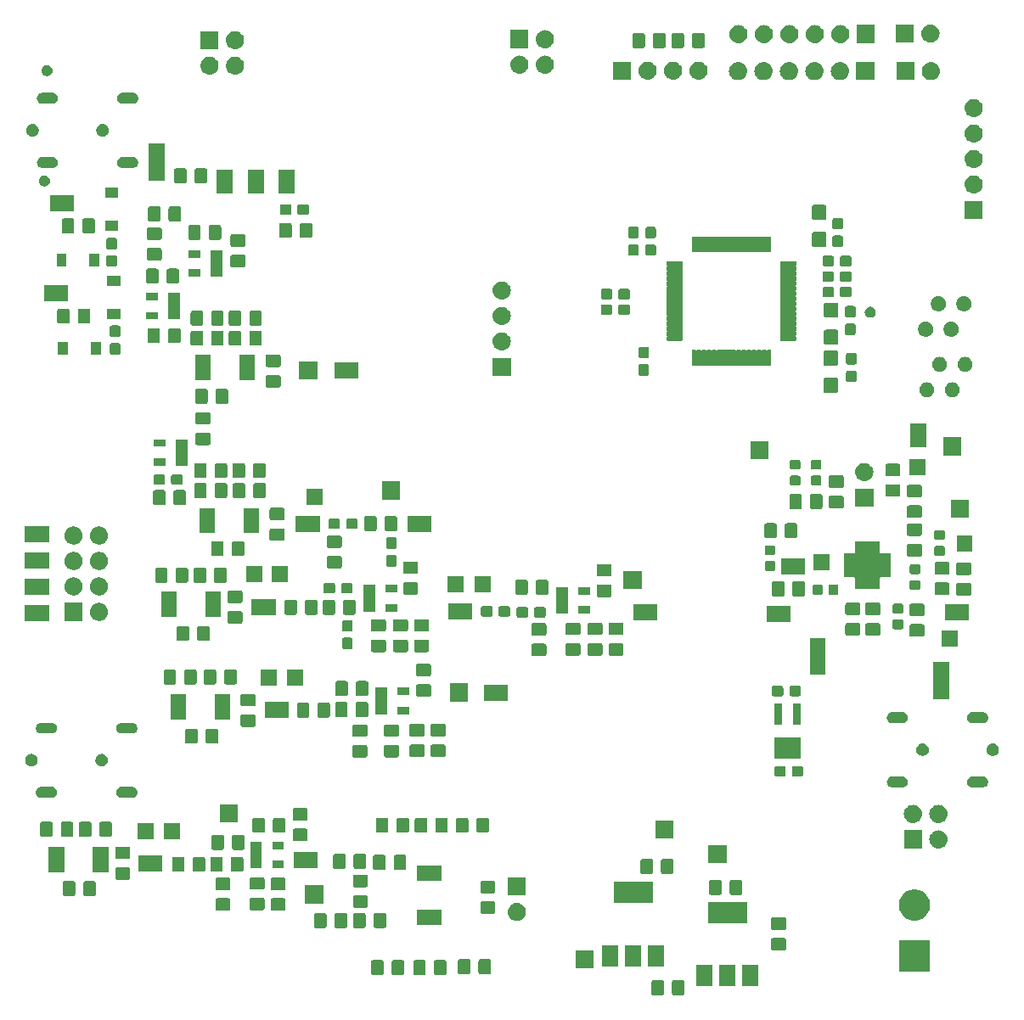
<source format=gbr>
G04 #@! TF.GenerationSoftware,KiCad,Pcbnew,(5.0.2)-1*
G04 #@! TF.CreationDate,2019-08-15T12:32:10+02:00*
G04 #@! TF.ProjectId,ADS1298_FINAL,41445331-3239-4385-9f46-494e414c2e6b,rev?*
G04 #@! TF.SameCoordinates,Original*
G04 #@! TF.FileFunction,Soldermask,Top*
G04 #@! TF.FilePolarity,Negative*
%FSLAX46Y46*%
G04 Gerber Fmt 4.6, Leading zero omitted, Abs format (unit mm)*
G04 Created by KiCad (PCBNEW (5.0.2)-1) date 15-8-2019 12:32:10*
%MOMM*%
%LPD*%
G01*
G04 APERTURE LIST*
%ADD10C,0.100000*%
G04 APERTURE END LIST*
D10*
G36*
X87063677Y-116753465D02*
X87101364Y-116764898D01*
X87136103Y-116783466D01*
X87166548Y-116808452D01*
X87191534Y-116838897D01*
X87210102Y-116873636D01*
X87221535Y-116911323D01*
X87226000Y-116956661D01*
X87226000Y-118043339D01*
X87221535Y-118088677D01*
X87210102Y-118126364D01*
X87191534Y-118161103D01*
X87166548Y-118191548D01*
X87136103Y-118216534D01*
X87101364Y-118235102D01*
X87063677Y-118246535D01*
X87018339Y-118251000D01*
X86181661Y-118251000D01*
X86136323Y-118246535D01*
X86098636Y-118235102D01*
X86063897Y-118216534D01*
X86033452Y-118191548D01*
X86008466Y-118161103D01*
X85989898Y-118126364D01*
X85978465Y-118088677D01*
X85974000Y-118043339D01*
X85974000Y-116956661D01*
X85978465Y-116911323D01*
X85989898Y-116873636D01*
X86008466Y-116838897D01*
X86033452Y-116808452D01*
X86063897Y-116783466D01*
X86098636Y-116764898D01*
X86136323Y-116753465D01*
X86181661Y-116749000D01*
X87018339Y-116749000D01*
X87063677Y-116753465D01*
X87063677Y-116753465D01*
G37*
G36*
X85013677Y-116753465D02*
X85051364Y-116764898D01*
X85086103Y-116783466D01*
X85116548Y-116808452D01*
X85141534Y-116838897D01*
X85160102Y-116873636D01*
X85171535Y-116911323D01*
X85176000Y-116956661D01*
X85176000Y-118043339D01*
X85171535Y-118088677D01*
X85160102Y-118126364D01*
X85141534Y-118161103D01*
X85116548Y-118191548D01*
X85086103Y-118216534D01*
X85051364Y-118235102D01*
X85013677Y-118246535D01*
X84968339Y-118251000D01*
X84131661Y-118251000D01*
X84086323Y-118246535D01*
X84048636Y-118235102D01*
X84013897Y-118216534D01*
X83983452Y-118191548D01*
X83958466Y-118161103D01*
X83939898Y-118126364D01*
X83928465Y-118088677D01*
X83924000Y-118043339D01*
X83924000Y-116956661D01*
X83928465Y-116911323D01*
X83939898Y-116873636D01*
X83958466Y-116838897D01*
X83983452Y-116808452D01*
X84013897Y-116783466D01*
X84048636Y-116764898D01*
X84086323Y-116753465D01*
X84131661Y-116749000D01*
X84968339Y-116749000D01*
X85013677Y-116753465D01*
X85013677Y-116753465D01*
G37*
G36*
X94601000Y-117351000D02*
X92999000Y-117351000D01*
X92999000Y-115249000D01*
X94601000Y-115249000D01*
X94601000Y-117351000D01*
X94601000Y-117351000D01*
G37*
G36*
X90001000Y-117351000D02*
X88399000Y-117351000D01*
X88399000Y-115249000D01*
X90001000Y-115249000D01*
X90001000Y-117351000D01*
X90001000Y-117351000D01*
G37*
G36*
X92301000Y-117351000D02*
X90699000Y-117351000D01*
X90699000Y-115249000D01*
X92301000Y-115249000D01*
X92301000Y-117351000D01*
X92301000Y-117351000D01*
G37*
G36*
X63313677Y-114753465D02*
X63351364Y-114764898D01*
X63386103Y-114783466D01*
X63416548Y-114808452D01*
X63441534Y-114838897D01*
X63460102Y-114873636D01*
X63471535Y-114911323D01*
X63476000Y-114956661D01*
X63476000Y-116043339D01*
X63471535Y-116088677D01*
X63460102Y-116126364D01*
X63441534Y-116161103D01*
X63416548Y-116191548D01*
X63386103Y-116216534D01*
X63351364Y-116235102D01*
X63313677Y-116246535D01*
X63268339Y-116251000D01*
X62431661Y-116251000D01*
X62386323Y-116246535D01*
X62348636Y-116235102D01*
X62313897Y-116216534D01*
X62283452Y-116191548D01*
X62258466Y-116161103D01*
X62239898Y-116126364D01*
X62228465Y-116088677D01*
X62224000Y-116043339D01*
X62224000Y-114956661D01*
X62228465Y-114911323D01*
X62239898Y-114873636D01*
X62258466Y-114838897D01*
X62283452Y-114808452D01*
X62313897Y-114783466D01*
X62348636Y-114764898D01*
X62386323Y-114753465D01*
X62431661Y-114749000D01*
X63268339Y-114749000D01*
X63313677Y-114753465D01*
X63313677Y-114753465D01*
G37*
G36*
X59113677Y-114753465D02*
X59151364Y-114764898D01*
X59186103Y-114783466D01*
X59216548Y-114808452D01*
X59241534Y-114838897D01*
X59260102Y-114873636D01*
X59271535Y-114911323D01*
X59276000Y-114956661D01*
X59276000Y-116043339D01*
X59271535Y-116088677D01*
X59260102Y-116126364D01*
X59241534Y-116161103D01*
X59216548Y-116191548D01*
X59186103Y-116216534D01*
X59151364Y-116235102D01*
X59113677Y-116246535D01*
X59068339Y-116251000D01*
X58231661Y-116251000D01*
X58186323Y-116246535D01*
X58148636Y-116235102D01*
X58113897Y-116216534D01*
X58083452Y-116191548D01*
X58058466Y-116161103D01*
X58039898Y-116126364D01*
X58028465Y-116088677D01*
X58024000Y-116043339D01*
X58024000Y-114956661D01*
X58028465Y-114911323D01*
X58039898Y-114873636D01*
X58058466Y-114838897D01*
X58083452Y-114808452D01*
X58113897Y-114783466D01*
X58148636Y-114764898D01*
X58186323Y-114753465D01*
X58231661Y-114749000D01*
X59068339Y-114749000D01*
X59113677Y-114753465D01*
X59113677Y-114753465D01*
G37*
G36*
X61263677Y-114753465D02*
X61301364Y-114764898D01*
X61336103Y-114783466D01*
X61366548Y-114808452D01*
X61391534Y-114838897D01*
X61410102Y-114873636D01*
X61421535Y-114911323D01*
X61426000Y-114956661D01*
X61426000Y-116043339D01*
X61421535Y-116088677D01*
X61410102Y-116126364D01*
X61391534Y-116161103D01*
X61366548Y-116191548D01*
X61336103Y-116216534D01*
X61301364Y-116235102D01*
X61263677Y-116246535D01*
X61218339Y-116251000D01*
X60381661Y-116251000D01*
X60336323Y-116246535D01*
X60298636Y-116235102D01*
X60263897Y-116216534D01*
X60233452Y-116191548D01*
X60208466Y-116161103D01*
X60189898Y-116126364D01*
X60178465Y-116088677D01*
X60174000Y-116043339D01*
X60174000Y-114956661D01*
X60178465Y-114911323D01*
X60189898Y-114873636D01*
X60208466Y-114838897D01*
X60233452Y-114808452D01*
X60263897Y-114783466D01*
X60298636Y-114764898D01*
X60336323Y-114753465D01*
X60381661Y-114749000D01*
X61218339Y-114749000D01*
X61263677Y-114753465D01*
X61263677Y-114753465D01*
G37*
G36*
X57063677Y-114753465D02*
X57101364Y-114764898D01*
X57136103Y-114783466D01*
X57166548Y-114808452D01*
X57191534Y-114838897D01*
X57210102Y-114873636D01*
X57221535Y-114911323D01*
X57226000Y-114956661D01*
X57226000Y-116043339D01*
X57221535Y-116088677D01*
X57210102Y-116126364D01*
X57191534Y-116161103D01*
X57166548Y-116191548D01*
X57136103Y-116216534D01*
X57101364Y-116235102D01*
X57063677Y-116246535D01*
X57018339Y-116251000D01*
X56181661Y-116251000D01*
X56136323Y-116246535D01*
X56098636Y-116235102D01*
X56063897Y-116216534D01*
X56033452Y-116191548D01*
X56008466Y-116161103D01*
X55989898Y-116126364D01*
X55978465Y-116088677D01*
X55974000Y-116043339D01*
X55974000Y-114956661D01*
X55978465Y-114911323D01*
X55989898Y-114873636D01*
X56008466Y-114838897D01*
X56033452Y-114808452D01*
X56063897Y-114783466D01*
X56098636Y-114764898D01*
X56136323Y-114753465D01*
X56181661Y-114749000D01*
X57018339Y-114749000D01*
X57063677Y-114753465D01*
X57063677Y-114753465D01*
G37*
G36*
X65713677Y-114653465D02*
X65751364Y-114664898D01*
X65786103Y-114683466D01*
X65816548Y-114708452D01*
X65841534Y-114738897D01*
X65860102Y-114773636D01*
X65871535Y-114811323D01*
X65876000Y-114856661D01*
X65876000Y-115943339D01*
X65871535Y-115988677D01*
X65860102Y-116026364D01*
X65841534Y-116061103D01*
X65816548Y-116091548D01*
X65786103Y-116116534D01*
X65751364Y-116135102D01*
X65713677Y-116146535D01*
X65668339Y-116151000D01*
X64831661Y-116151000D01*
X64786323Y-116146535D01*
X64748636Y-116135102D01*
X64713897Y-116116534D01*
X64683452Y-116091548D01*
X64658466Y-116061103D01*
X64639898Y-116026364D01*
X64628465Y-115988677D01*
X64624000Y-115943339D01*
X64624000Y-114856661D01*
X64628465Y-114811323D01*
X64639898Y-114773636D01*
X64658466Y-114738897D01*
X64683452Y-114708452D01*
X64713897Y-114683466D01*
X64748636Y-114664898D01*
X64786323Y-114653465D01*
X64831661Y-114649000D01*
X65668339Y-114649000D01*
X65713677Y-114653465D01*
X65713677Y-114653465D01*
G37*
G36*
X67763677Y-114653465D02*
X67801364Y-114664898D01*
X67836103Y-114683466D01*
X67866548Y-114708452D01*
X67891534Y-114738897D01*
X67910102Y-114773636D01*
X67921535Y-114811323D01*
X67926000Y-114856661D01*
X67926000Y-115943339D01*
X67921535Y-115988677D01*
X67910102Y-116026364D01*
X67891534Y-116061103D01*
X67866548Y-116091548D01*
X67836103Y-116116534D01*
X67801364Y-116135102D01*
X67763677Y-116146535D01*
X67718339Y-116151000D01*
X66881661Y-116151000D01*
X66836323Y-116146535D01*
X66798636Y-116135102D01*
X66763897Y-116116534D01*
X66733452Y-116091548D01*
X66708466Y-116061103D01*
X66689898Y-116026364D01*
X66678465Y-115988677D01*
X66674000Y-115943339D01*
X66674000Y-114856661D01*
X66678465Y-114811323D01*
X66689898Y-114773636D01*
X66708466Y-114738897D01*
X66733452Y-114708452D01*
X66763897Y-114683466D01*
X66798636Y-114664898D01*
X66836323Y-114653465D01*
X66881661Y-114649000D01*
X67718339Y-114649000D01*
X67763677Y-114653465D01*
X67763677Y-114653465D01*
G37*
G36*
X111701000Y-115881000D02*
X108599000Y-115881000D01*
X108599000Y-112779000D01*
X111701000Y-112779000D01*
X111701000Y-115881000D01*
X111701000Y-115881000D01*
G37*
G36*
X78151000Y-115601000D02*
X76349000Y-115601000D01*
X76349000Y-113799000D01*
X78151000Y-113799000D01*
X78151000Y-115601000D01*
X78151000Y-115601000D01*
G37*
G36*
X82901000Y-115351000D02*
X81299000Y-115351000D01*
X81299000Y-113249000D01*
X82901000Y-113249000D01*
X82901000Y-115351000D01*
X82901000Y-115351000D01*
G37*
G36*
X85201000Y-115351000D02*
X83599000Y-115351000D01*
X83599000Y-113249000D01*
X85201000Y-113249000D01*
X85201000Y-115351000D01*
X85201000Y-115351000D01*
G37*
G36*
X80601000Y-115351000D02*
X78999000Y-115351000D01*
X78999000Y-113249000D01*
X80601000Y-113249000D01*
X80601000Y-115351000D01*
X80601000Y-115351000D01*
G37*
G36*
X97188677Y-112528465D02*
X97226364Y-112539898D01*
X97261103Y-112558466D01*
X97291548Y-112583452D01*
X97316534Y-112613897D01*
X97335102Y-112648636D01*
X97346535Y-112686323D01*
X97351000Y-112731661D01*
X97351000Y-113568339D01*
X97346535Y-113613677D01*
X97335102Y-113651364D01*
X97316534Y-113686103D01*
X97291548Y-113716548D01*
X97261103Y-113741534D01*
X97226364Y-113760102D01*
X97188677Y-113771535D01*
X97143339Y-113776000D01*
X96056661Y-113776000D01*
X96011323Y-113771535D01*
X95973636Y-113760102D01*
X95938897Y-113741534D01*
X95908452Y-113716548D01*
X95883466Y-113686103D01*
X95864898Y-113651364D01*
X95853465Y-113613677D01*
X95849000Y-113568339D01*
X95849000Y-112731661D01*
X95853465Y-112686323D01*
X95864898Y-112648636D01*
X95883466Y-112613897D01*
X95908452Y-112583452D01*
X95938897Y-112558466D01*
X95973636Y-112539898D01*
X96011323Y-112528465D01*
X96056661Y-112524000D01*
X97143339Y-112524000D01*
X97188677Y-112528465D01*
X97188677Y-112528465D01*
G37*
G36*
X97188677Y-110478465D02*
X97226364Y-110489898D01*
X97261103Y-110508466D01*
X97291548Y-110533452D01*
X97316534Y-110563897D01*
X97335102Y-110598636D01*
X97346535Y-110636323D01*
X97351000Y-110681661D01*
X97351000Y-111518339D01*
X97346535Y-111563677D01*
X97335102Y-111601364D01*
X97316534Y-111636103D01*
X97291548Y-111666548D01*
X97261103Y-111691534D01*
X97226364Y-111710102D01*
X97188677Y-111721535D01*
X97143339Y-111726000D01*
X96056661Y-111726000D01*
X96011323Y-111721535D01*
X95973636Y-111710102D01*
X95938897Y-111691534D01*
X95908452Y-111666548D01*
X95883466Y-111636103D01*
X95864898Y-111601364D01*
X95853465Y-111563677D01*
X95849000Y-111518339D01*
X95849000Y-110681661D01*
X95853465Y-110636323D01*
X95864898Y-110598636D01*
X95883466Y-110563897D01*
X95908452Y-110533452D01*
X95938897Y-110508466D01*
X95973636Y-110489898D01*
X96011323Y-110478465D01*
X96056661Y-110474000D01*
X97143339Y-110474000D01*
X97188677Y-110478465D01*
X97188677Y-110478465D01*
G37*
G36*
X57313677Y-110053465D02*
X57351364Y-110064898D01*
X57386103Y-110083466D01*
X57416548Y-110108452D01*
X57441534Y-110138897D01*
X57460102Y-110173636D01*
X57471535Y-110211323D01*
X57476000Y-110256661D01*
X57476000Y-111343339D01*
X57471535Y-111388677D01*
X57460102Y-111426364D01*
X57441534Y-111461103D01*
X57416548Y-111491548D01*
X57386103Y-111516534D01*
X57351364Y-111535102D01*
X57313677Y-111546535D01*
X57268339Y-111551000D01*
X56431661Y-111551000D01*
X56386323Y-111546535D01*
X56348636Y-111535102D01*
X56313897Y-111516534D01*
X56283452Y-111491548D01*
X56258466Y-111461103D01*
X56239898Y-111426364D01*
X56228465Y-111388677D01*
X56224000Y-111343339D01*
X56224000Y-110256661D01*
X56228465Y-110211323D01*
X56239898Y-110173636D01*
X56258466Y-110138897D01*
X56283452Y-110108452D01*
X56313897Y-110083466D01*
X56348636Y-110064898D01*
X56386323Y-110053465D01*
X56431661Y-110049000D01*
X57268339Y-110049000D01*
X57313677Y-110053465D01*
X57313677Y-110053465D01*
G37*
G36*
X51363677Y-110053465D02*
X51401364Y-110064898D01*
X51436103Y-110083466D01*
X51466548Y-110108452D01*
X51491534Y-110138897D01*
X51510102Y-110173636D01*
X51521535Y-110211323D01*
X51526000Y-110256661D01*
X51526000Y-111343339D01*
X51521535Y-111388677D01*
X51510102Y-111426364D01*
X51491534Y-111461103D01*
X51466548Y-111491548D01*
X51436103Y-111516534D01*
X51401364Y-111535102D01*
X51363677Y-111546535D01*
X51318339Y-111551000D01*
X50481661Y-111551000D01*
X50436323Y-111546535D01*
X50398636Y-111535102D01*
X50363897Y-111516534D01*
X50333452Y-111491548D01*
X50308466Y-111461103D01*
X50289898Y-111426364D01*
X50278465Y-111388677D01*
X50274000Y-111343339D01*
X50274000Y-110256661D01*
X50278465Y-110211323D01*
X50289898Y-110173636D01*
X50308466Y-110138897D01*
X50333452Y-110108452D01*
X50363897Y-110083466D01*
X50398636Y-110064898D01*
X50436323Y-110053465D01*
X50481661Y-110049000D01*
X51318339Y-110049000D01*
X51363677Y-110053465D01*
X51363677Y-110053465D01*
G37*
G36*
X53413677Y-110053465D02*
X53451364Y-110064898D01*
X53486103Y-110083466D01*
X53516548Y-110108452D01*
X53541534Y-110138897D01*
X53560102Y-110173636D01*
X53571535Y-110211323D01*
X53576000Y-110256661D01*
X53576000Y-111343339D01*
X53571535Y-111388677D01*
X53560102Y-111426364D01*
X53541534Y-111461103D01*
X53516548Y-111491548D01*
X53486103Y-111516534D01*
X53451364Y-111535102D01*
X53413677Y-111546535D01*
X53368339Y-111551000D01*
X52531661Y-111551000D01*
X52486323Y-111546535D01*
X52448636Y-111535102D01*
X52413897Y-111516534D01*
X52383452Y-111491548D01*
X52358466Y-111461103D01*
X52339898Y-111426364D01*
X52328465Y-111388677D01*
X52324000Y-111343339D01*
X52324000Y-110256661D01*
X52328465Y-110211323D01*
X52339898Y-110173636D01*
X52358466Y-110138897D01*
X52383452Y-110108452D01*
X52413897Y-110083466D01*
X52448636Y-110064898D01*
X52486323Y-110053465D01*
X52531661Y-110049000D01*
X53368339Y-110049000D01*
X53413677Y-110053465D01*
X53413677Y-110053465D01*
G37*
G36*
X55263677Y-110053465D02*
X55301364Y-110064898D01*
X55336103Y-110083466D01*
X55366548Y-110108452D01*
X55391534Y-110138897D01*
X55410102Y-110173636D01*
X55421535Y-110211323D01*
X55426000Y-110256661D01*
X55426000Y-111343339D01*
X55421535Y-111388677D01*
X55410102Y-111426364D01*
X55391534Y-111461103D01*
X55366548Y-111491548D01*
X55336103Y-111516534D01*
X55301364Y-111535102D01*
X55263677Y-111546535D01*
X55218339Y-111551000D01*
X54381661Y-111551000D01*
X54336323Y-111546535D01*
X54298636Y-111535102D01*
X54263897Y-111516534D01*
X54233452Y-111491548D01*
X54208466Y-111461103D01*
X54189898Y-111426364D01*
X54178465Y-111388677D01*
X54174000Y-111343339D01*
X54174000Y-110256661D01*
X54178465Y-110211323D01*
X54189898Y-110173636D01*
X54208466Y-110138897D01*
X54233452Y-110108452D01*
X54263897Y-110083466D01*
X54298636Y-110064898D01*
X54336323Y-110053465D01*
X54381661Y-110049000D01*
X55218339Y-110049000D01*
X55263677Y-110053465D01*
X55263677Y-110053465D01*
G37*
G36*
X63026000Y-111276000D02*
X60524000Y-111276000D01*
X60524000Y-109724000D01*
X63026000Y-109724000D01*
X63026000Y-111276000D01*
X63026000Y-111276000D01*
G37*
G36*
X93451000Y-111051000D02*
X89549000Y-111051000D01*
X89549000Y-108949000D01*
X93451000Y-108949000D01*
X93451000Y-111051000D01*
X93451000Y-111051000D01*
G37*
G36*
X70610442Y-109045518D02*
X70676627Y-109052037D01*
X70774284Y-109081661D01*
X70846467Y-109103557D01*
X70985087Y-109177652D01*
X71002991Y-109187222D01*
X71038729Y-109216552D01*
X71140186Y-109299814D01*
X71187923Y-109357983D01*
X71252778Y-109437009D01*
X71252779Y-109437011D01*
X71336443Y-109593533D01*
X71336443Y-109593534D01*
X71387963Y-109763373D01*
X71405359Y-109940000D01*
X71387963Y-110116627D01*
X71359237Y-110211323D01*
X71336443Y-110286467D01*
X71317892Y-110321173D01*
X71252778Y-110442991D01*
X71243137Y-110454738D01*
X71140186Y-110580186D01*
X71038729Y-110663448D01*
X71002991Y-110692778D01*
X71002989Y-110692779D01*
X70846467Y-110776443D01*
X70789853Y-110793616D01*
X70676627Y-110827963D01*
X70610443Y-110834481D01*
X70544260Y-110841000D01*
X70455740Y-110841000D01*
X70389557Y-110834481D01*
X70323373Y-110827963D01*
X70210147Y-110793616D01*
X70153533Y-110776443D01*
X69997011Y-110692779D01*
X69997009Y-110692778D01*
X69961271Y-110663448D01*
X69859814Y-110580186D01*
X69756863Y-110454738D01*
X69747222Y-110442991D01*
X69682108Y-110321173D01*
X69663557Y-110286467D01*
X69640763Y-110211323D01*
X69612037Y-110116627D01*
X69594641Y-109940000D01*
X69612037Y-109763373D01*
X69663557Y-109593534D01*
X69663557Y-109593533D01*
X69747221Y-109437011D01*
X69747222Y-109437009D01*
X69812077Y-109357983D01*
X69859814Y-109299814D01*
X69961271Y-109216552D01*
X69997009Y-109187222D01*
X70014913Y-109177652D01*
X70153533Y-109103557D01*
X70225716Y-109081661D01*
X70323373Y-109052037D01*
X70389558Y-109045518D01*
X70455740Y-109039000D01*
X70544260Y-109039000D01*
X70610442Y-109045518D01*
X70610442Y-109045518D01*
G37*
G36*
X110502527Y-107738736D02*
X110602410Y-107758604D01*
X110884674Y-107875521D01*
X111138705Y-108045259D01*
X111354741Y-108261295D01*
X111524479Y-108515326D01*
X111640809Y-108796173D01*
X111641396Y-108797591D01*
X111701000Y-109097238D01*
X111701000Y-109402762D01*
X111677374Y-109521535D01*
X111641396Y-109702410D01*
X111524479Y-109984674D01*
X111354741Y-110238705D01*
X111138705Y-110454741D01*
X110884674Y-110624479D01*
X110602410Y-110741396D01*
X110578394Y-110746173D01*
X110302762Y-110801000D01*
X109997238Y-110801000D01*
X109721606Y-110746173D01*
X109697590Y-110741396D01*
X109415326Y-110624479D01*
X109161295Y-110454741D01*
X108945259Y-110238705D01*
X108775521Y-109984674D01*
X108658604Y-109702410D01*
X108622626Y-109521535D01*
X108599000Y-109402762D01*
X108599000Y-109097238D01*
X108658604Y-108797591D01*
X108659191Y-108796173D01*
X108775521Y-108515326D01*
X108945259Y-108261295D01*
X109161295Y-108045259D01*
X109415326Y-107875521D01*
X109697590Y-107758604D01*
X109797473Y-107738736D01*
X109997238Y-107699000D01*
X110302762Y-107699000D01*
X110502527Y-107738736D01*
X110502527Y-107738736D01*
G37*
G36*
X68188677Y-108878465D02*
X68226364Y-108889898D01*
X68261103Y-108908466D01*
X68291548Y-108933452D01*
X68316534Y-108963897D01*
X68335102Y-108998636D01*
X68346535Y-109036323D01*
X68351000Y-109081661D01*
X68351000Y-109918339D01*
X68346535Y-109963677D01*
X68335102Y-110001364D01*
X68316534Y-110036103D01*
X68291548Y-110066548D01*
X68261103Y-110091534D01*
X68226364Y-110110102D01*
X68188677Y-110121535D01*
X68143339Y-110126000D01*
X67056661Y-110126000D01*
X67011323Y-110121535D01*
X66973636Y-110110102D01*
X66938897Y-110091534D01*
X66908452Y-110066548D01*
X66883466Y-110036103D01*
X66864898Y-110001364D01*
X66853465Y-109963677D01*
X66849000Y-109918339D01*
X66849000Y-109081661D01*
X66853465Y-109036323D01*
X66864898Y-108998636D01*
X66883466Y-108963897D01*
X66908452Y-108933452D01*
X66938897Y-108908466D01*
X66973636Y-108889898D01*
X67011323Y-108878465D01*
X67056661Y-108874000D01*
X68143339Y-108874000D01*
X68188677Y-108878465D01*
X68188677Y-108878465D01*
G37*
G36*
X47288677Y-108578465D02*
X47326364Y-108589898D01*
X47361103Y-108608466D01*
X47391548Y-108633452D01*
X47416534Y-108663897D01*
X47435102Y-108698636D01*
X47446535Y-108736323D01*
X47451000Y-108781661D01*
X47451000Y-109618339D01*
X47446535Y-109663677D01*
X47435102Y-109701364D01*
X47416534Y-109736103D01*
X47391548Y-109766548D01*
X47361103Y-109791534D01*
X47326364Y-109810102D01*
X47288677Y-109821535D01*
X47243339Y-109826000D01*
X46156661Y-109826000D01*
X46111323Y-109821535D01*
X46073636Y-109810102D01*
X46038897Y-109791534D01*
X46008452Y-109766548D01*
X45983466Y-109736103D01*
X45964898Y-109701364D01*
X45953465Y-109663677D01*
X45949000Y-109618339D01*
X45949000Y-108781661D01*
X45953465Y-108736323D01*
X45964898Y-108698636D01*
X45983466Y-108663897D01*
X46008452Y-108633452D01*
X46038897Y-108608466D01*
X46073636Y-108589898D01*
X46111323Y-108578465D01*
X46156661Y-108574000D01*
X47243339Y-108574000D01*
X47288677Y-108578465D01*
X47288677Y-108578465D01*
G37*
G36*
X41788677Y-108578465D02*
X41826364Y-108589898D01*
X41861103Y-108608466D01*
X41891548Y-108633452D01*
X41916534Y-108663897D01*
X41935102Y-108698636D01*
X41946535Y-108736323D01*
X41951000Y-108781661D01*
X41951000Y-109618339D01*
X41946535Y-109663677D01*
X41935102Y-109701364D01*
X41916534Y-109736103D01*
X41891548Y-109766548D01*
X41861103Y-109791534D01*
X41826364Y-109810102D01*
X41788677Y-109821535D01*
X41743339Y-109826000D01*
X40656661Y-109826000D01*
X40611323Y-109821535D01*
X40573636Y-109810102D01*
X40538897Y-109791534D01*
X40508452Y-109766548D01*
X40483466Y-109736103D01*
X40464898Y-109701364D01*
X40453465Y-109663677D01*
X40449000Y-109618339D01*
X40449000Y-108781661D01*
X40453465Y-108736323D01*
X40464898Y-108698636D01*
X40483466Y-108663897D01*
X40508452Y-108633452D01*
X40538897Y-108608466D01*
X40573636Y-108589898D01*
X40611323Y-108578465D01*
X40656661Y-108574000D01*
X41743339Y-108574000D01*
X41788677Y-108578465D01*
X41788677Y-108578465D01*
G37*
G36*
X45188677Y-108528465D02*
X45226364Y-108539898D01*
X45261103Y-108558466D01*
X45291548Y-108583452D01*
X45316534Y-108613897D01*
X45335102Y-108648636D01*
X45346535Y-108686323D01*
X45351000Y-108731661D01*
X45351000Y-109568339D01*
X45346535Y-109613677D01*
X45335102Y-109651364D01*
X45316534Y-109686103D01*
X45291548Y-109716548D01*
X45261103Y-109741534D01*
X45226364Y-109760102D01*
X45188677Y-109771535D01*
X45143339Y-109776000D01*
X44056661Y-109776000D01*
X44011323Y-109771535D01*
X43973636Y-109760102D01*
X43938897Y-109741534D01*
X43908452Y-109716548D01*
X43883466Y-109686103D01*
X43864898Y-109651364D01*
X43853465Y-109613677D01*
X43849000Y-109568339D01*
X43849000Y-108731661D01*
X43853465Y-108686323D01*
X43864898Y-108648636D01*
X43883466Y-108613897D01*
X43908452Y-108583452D01*
X43938897Y-108558466D01*
X43973636Y-108539898D01*
X44011323Y-108528465D01*
X44056661Y-108524000D01*
X45143339Y-108524000D01*
X45188677Y-108528465D01*
X45188677Y-108528465D01*
G37*
G36*
X55488677Y-108278465D02*
X55526364Y-108289898D01*
X55561103Y-108308466D01*
X55591548Y-108333452D01*
X55616534Y-108363897D01*
X55635102Y-108398636D01*
X55646535Y-108436323D01*
X55651000Y-108481661D01*
X55651000Y-109318339D01*
X55646535Y-109363677D01*
X55635102Y-109401364D01*
X55616534Y-109436103D01*
X55591548Y-109466548D01*
X55561103Y-109491534D01*
X55526364Y-109510102D01*
X55488677Y-109521535D01*
X55443339Y-109526000D01*
X54356661Y-109526000D01*
X54311323Y-109521535D01*
X54273636Y-109510102D01*
X54238897Y-109491534D01*
X54208452Y-109466548D01*
X54183466Y-109436103D01*
X54164898Y-109401364D01*
X54153465Y-109363677D01*
X54149000Y-109318339D01*
X54149000Y-108481661D01*
X54153465Y-108436323D01*
X54164898Y-108398636D01*
X54183466Y-108363897D01*
X54208452Y-108333452D01*
X54238897Y-108308466D01*
X54273636Y-108289898D01*
X54311323Y-108278465D01*
X54356661Y-108274000D01*
X55443339Y-108274000D01*
X55488677Y-108278465D01*
X55488677Y-108278465D01*
G37*
G36*
X51201000Y-109101000D02*
X49399000Y-109101000D01*
X49399000Y-107299000D01*
X51201000Y-107299000D01*
X51201000Y-109101000D01*
X51201000Y-109101000D01*
G37*
G36*
X84051000Y-109051000D02*
X80149000Y-109051000D01*
X80149000Y-106949000D01*
X84051000Y-106949000D01*
X84051000Y-109051000D01*
X84051000Y-109051000D01*
G37*
G36*
X28363677Y-106853465D02*
X28401364Y-106864898D01*
X28436103Y-106883466D01*
X28466548Y-106908452D01*
X28491534Y-106938897D01*
X28510102Y-106973636D01*
X28521535Y-107011323D01*
X28526000Y-107056661D01*
X28526000Y-108143339D01*
X28521535Y-108188677D01*
X28510102Y-108226364D01*
X28491534Y-108261103D01*
X28466548Y-108291548D01*
X28436103Y-108316534D01*
X28401364Y-108335102D01*
X28363677Y-108346535D01*
X28318339Y-108351000D01*
X27481661Y-108351000D01*
X27436323Y-108346535D01*
X27398636Y-108335102D01*
X27363897Y-108316534D01*
X27333452Y-108291548D01*
X27308466Y-108261103D01*
X27289898Y-108226364D01*
X27278465Y-108188677D01*
X27274000Y-108143339D01*
X27274000Y-107056661D01*
X27278465Y-107011323D01*
X27289898Y-106973636D01*
X27308466Y-106938897D01*
X27333452Y-106908452D01*
X27363897Y-106883466D01*
X27398636Y-106864898D01*
X27436323Y-106853465D01*
X27481661Y-106849000D01*
X28318339Y-106849000D01*
X28363677Y-106853465D01*
X28363677Y-106853465D01*
G37*
G36*
X26313677Y-106853465D02*
X26351364Y-106864898D01*
X26386103Y-106883466D01*
X26416548Y-106908452D01*
X26441534Y-106938897D01*
X26460102Y-106973636D01*
X26471535Y-107011323D01*
X26476000Y-107056661D01*
X26476000Y-108143339D01*
X26471535Y-108188677D01*
X26460102Y-108226364D01*
X26441534Y-108261103D01*
X26416548Y-108291548D01*
X26386103Y-108316534D01*
X26351364Y-108335102D01*
X26313677Y-108346535D01*
X26268339Y-108351000D01*
X25431661Y-108351000D01*
X25386323Y-108346535D01*
X25348636Y-108335102D01*
X25313897Y-108316534D01*
X25283452Y-108291548D01*
X25258466Y-108261103D01*
X25239898Y-108226364D01*
X25228465Y-108188677D01*
X25224000Y-108143339D01*
X25224000Y-107056661D01*
X25228465Y-107011323D01*
X25239898Y-106973636D01*
X25258466Y-106938897D01*
X25283452Y-106908452D01*
X25313897Y-106883466D01*
X25348636Y-106864898D01*
X25386323Y-106853465D01*
X25431661Y-106849000D01*
X26268339Y-106849000D01*
X26313677Y-106853465D01*
X26313677Y-106853465D01*
G37*
G36*
X71401000Y-108301000D02*
X69599000Y-108301000D01*
X69599000Y-106499000D01*
X71401000Y-106499000D01*
X71401000Y-108301000D01*
X71401000Y-108301000D01*
G37*
G36*
X90763677Y-106753465D02*
X90801364Y-106764898D01*
X90836103Y-106783466D01*
X90866548Y-106808452D01*
X90891534Y-106838897D01*
X90910102Y-106873636D01*
X90921535Y-106911323D01*
X90926000Y-106956661D01*
X90926000Y-108043339D01*
X90921535Y-108088677D01*
X90910102Y-108126364D01*
X90891534Y-108161103D01*
X90866548Y-108191548D01*
X90836103Y-108216534D01*
X90801364Y-108235102D01*
X90763677Y-108246535D01*
X90718339Y-108251000D01*
X89881661Y-108251000D01*
X89836323Y-108246535D01*
X89798636Y-108235102D01*
X89763897Y-108216534D01*
X89733452Y-108191548D01*
X89708466Y-108161103D01*
X89689898Y-108126364D01*
X89678465Y-108088677D01*
X89674000Y-108043339D01*
X89674000Y-106956661D01*
X89678465Y-106911323D01*
X89689898Y-106873636D01*
X89708466Y-106838897D01*
X89733452Y-106808452D01*
X89763897Y-106783466D01*
X89798636Y-106764898D01*
X89836323Y-106753465D01*
X89881661Y-106749000D01*
X90718339Y-106749000D01*
X90763677Y-106753465D01*
X90763677Y-106753465D01*
G37*
G36*
X92813677Y-106753465D02*
X92851364Y-106764898D01*
X92886103Y-106783466D01*
X92916548Y-106808452D01*
X92941534Y-106838897D01*
X92960102Y-106873636D01*
X92971535Y-106911323D01*
X92976000Y-106956661D01*
X92976000Y-108043339D01*
X92971535Y-108088677D01*
X92960102Y-108126364D01*
X92941534Y-108161103D01*
X92916548Y-108191548D01*
X92886103Y-108216534D01*
X92851364Y-108235102D01*
X92813677Y-108246535D01*
X92768339Y-108251000D01*
X91931661Y-108251000D01*
X91886323Y-108246535D01*
X91848636Y-108235102D01*
X91813897Y-108216534D01*
X91783452Y-108191548D01*
X91758466Y-108161103D01*
X91739898Y-108126364D01*
X91728465Y-108088677D01*
X91724000Y-108043339D01*
X91724000Y-106956661D01*
X91728465Y-106911323D01*
X91739898Y-106873636D01*
X91758466Y-106838897D01*
X91783452Y-106808452D01*
X91813897Y-106783466D01*
X91848636Y-106764898D01*
X91886323Y-106753465D01*
X91931661Y-106749000D01*
X92768339Y-106749000D01*
X92813677Y-106753465D01*
X92813677Y-106753465D01*
G37*
G36*
X68188677Y-106828465D02*
X68226364Y-106839898D01*
X68261103Y-106858466D01*
X68291548Y-106883452D01*
X68316534Y-106913897D01*
X68335102Y-106948636D01*
X68346535Y-106986323D01*
X68351000Y-107031661D01*
X68351000Y-107868339D01*
X68346535Y-107913677D01*
X68335102Y-107951364D01*
X68316534Y-107986103D01*
X68291548Y-108016548D01*
X68261103Y-108041534D01*
X68226364Y-108060102D01*
X68188677Y-108071535D01*
X68143339Y-108076000D01*
X67056661Y-108076000D01*
X67011323Y-108071535D01*
X66973636Y-108060102D01*
X66938897Y-108041534D01*
X66908452Y-108016548D01*
X66883466Y-107986103D01*
X66864898Y-107951364D01*
X66853465Y-107913677D01*
X66849000Y-107868339D01*
X66849000Y-107031661D01*
X66853465Y-106986323D01*
X66864898Y-106948636D01*
X66883466Y-106913897D01*
X66908452Y-106883452D01*
X66938897Y-106858466D01*
X66973636Y-106839898D01*
X67011323Y-106828465D01*
X67056661Y-106824000D01*
X68143339Y-106824000D01*
X68188677Y-106828465D01*
X68188677Y-106828465D01*
G37*
G36*
X47288677Y-106528465D02*
X47326364Y-106539898D01*
X47361103Y-106558466D01*
X47391548Y-106583452D01*
X47416534Y-106613897D01*
X47435102Y-106648636D01*
X47446535Y-106686323D01*
X47451000Y-106731661D01*
X47451000Y-107568339D01*
X47446535Y-107613677D01*
X47435102Y-107651364D01*
X47416534Y-107686103D01*
X47391548Y-107716548D01*
X47361103Y-107741534D01*
X47326364Y-107760102D01*
X47288677Y-107771535D01*
X47243339Y-107776000D01*
X46156661Y-107776000D01*
X46111323Y-107771535D01*
X46073636Y-107760102D01*
X46038897Y-107741534D01*
X46008452Y-107716548D01*
X45983466Y-107686103D01*
X45964898Y-107651364D01*
X45953465Y-107613677D01*
X45949000Y-107568339D01*
X45949000Y-106731661D01*
X45953465Y-106686323D01*
X45964898Y-106648636D01*
X45983466Y-106613897D01*
X46008452Y-106583452D01*
X46038897Y-106558466D01*
X46073636Y-106539898D01*
X46111323Y-106528465D01*
X46156661Y-106524000D01*
X47243339Y-106524000D01*
X47288677Y-106528465D01*
X47288677Y-106528465D01*
G37*
G36*
X41788677Y-106528465D02*
X41826364Y-106539898D01*
X41861103Y-106558466D01*
X41891548Y-106583452D01*
X41916534Y-106613897D01*
X41935102Y-106648636D01*
X41946535Y-106686323D01*
X41951000Y-106731661D01*
X41951000Y-107568339D01*
X41946535Y-107613677D01*
X41935102Y-107651364D01*
X41916534Y-107686103D01*
X41891548Y-107716548D01*
X41861103Y-107741534D01*
X41826364Y-107760102D01*
X41788677Y-107771535D01*
X41743339Y-107776000D01*
X40656661Y-107776000D01*
X40611323Y-107771535D01*
X40573636Y-107760102D01*
X40538897Y-107741534D01*
X40508452Y-107716548D01*
X40483466Y-107686103D01*
X40464898Y-107651364D01*
X40453465Y-107613677D01*
X40449000Y-107568339D01*
X40449000Y-106731661D01*
X40453465Y-106686323D01*
X40464898Y-106648636D01*
X40483466Y-106613897D01*
X40508452Y-106583452D01*
X40538897Y-106558466D01*
X40573636Y-106539898D01*
X40611323Y-106528465D01*
X40656661Y-106524000D01*
X41743339Y-106524000D01*
X41788677Y-106528465D01*
X41788677Y-106528465D01*
G37*
G36*
X45188677Y-106478465D02*
X45226364Y-106489898D01*
X45261103Y-106508466D01*
X45291548Y-106533452D01*
X45316534Y-106563897D01*
X45335102Y-106598636D01*
X45346535Y-106636323D01*
X45351000Y-106681661D01*
X45351000Y-107518339D01*
X45346535Y-107563677D01*
X45335102Y-107601364D01*
X45316534Y-107636103D01*
X45291548Y-107666548D01*
X45261103Y-107691534D01*
X45226364Y-107710102D01*
X45188677Y-107721535D01*
X45143339Y-107726000D01*
X44056661Y-107726000D01*
X44011323Y-107721535D01*
X43973636Y-107710102D01*
X43938897Y-107691534D01*
X43908452Y-107666548D01*
X43883466Y-107636103D01*
X43864898Y-107601364D01*
X43853465Y-107563677D01*
X43849000Y-107518339D01*
X43849000Y-106681661D01*
X43853465Y-106636323D01*
X43864898Y-106598636D01*
X43883466Y-106563897D01*
X43908452Y-106533452D01*
X43938897Y-106508466D01*
X43973636Y-106489898D01*
X44011323Y-106478465D01*
X44056661Y-106474000D01*
X45143339Y-106474000D01*
X45188677Y-106478465D01*
X45188677Y-106478465D01*
G37*
G36*
X55488677Y-106228465D02*
X55526364Y-106239898D01*
X55561103Y-106258466D01*
X55591548Y-106283452D01*
X55616534Y-106313897D01*
X55635102Y-106348636D01*
X55646535Y-106386323D01*
X55651000Y-106431661D01*
X55651000Y-107268339D01*
X55646535Y-107313677D01*
X55635102Y-107351364D01*
X55616534Y-107386103D01*
X55591548Y-107416548D01*
X55561103Y-107441534D01*
X55526364Y-107460102D01*
X55488677Y-107471535D01*
X55443339Y-107476000D01*
X54356661Y-107476000D01*
X54311323Y-107471535D01*
X54273636Y-107460102D01*
X54238897Y-107441534D01*
X54208452Y-107416548D01*
X54183466Y-107386103D01*
X54164898Y-107351364D01*
X54153465Y-107313677D01*
X54149000Y-107268339D01*
X54149000Y-106431661D01*
X54153465Y-106386323D01*
X54164898Y-106348636D01*
X54183466Y-106313897D01*
X54208452Y-106283452D01*
X54238897Y-106258466D01*
X54273636Y-106239898D01*
X54311323Y-106228465D01*
X54356661Y-106224000D01*
X55443339Y-106224000D01*
X55488677Y-106228465D01*
X55488677Y-106228465D01*
G37*
G36*
X63026000Y-106876000D02*
X60524000Y-106876000D01*
X60524000Y-105324000D01*
X63026000Y-105324000D01*
X63026000Y-106876000D01*
X63026000Y-106876000D01*
G37*
G36*
X31788677Y-105478465D02*
X31826364Y-105489898D01*
X31861103Y-105508466D01*
X31891548Y-105533452D01*
X31916534Y-105563897D01*
X31935102Y-105598636D01*
X31946535Y-105636323D01*
X31951000Y-105681661D01*
X31951000Y-106518339D01*
X31946535Y-106563677D01*
X31935102Y-106601364D01*
X31916534Y-106636103D01*
X31891548Y-106666548D01*
X31861103Y-106691534D01*
X31826364Y-106710102D01*
X31788677Y-106721535D01*
X31743339Y-106726000D01*
X30656661Y-106726000D01*
X30611323Y-106721535D01*
X30573636Y-106710102D01*
X30538897Y-106691534D01*
X30508452Y-106666548D01*
X30483466Y-106636103D01*
X30464898Y-106601364D01*
X30453465Y-106563677D01*
X30449000Y-106518339D01*
X30449000Y-105681661D01*
X30453465Y-105636323D01*
X30464898Y-105598636D01*
X30483466Y-105563897D01*
X30508452Y-105533452D01*
X30538897Y-105508466D01*
X30573636Y-105489898D01*
X30611323Y-105478465D01*
X30656661Y-105474000D01*
X31743339Y-105474000D01*
X31788677Y-105478465D01*
X31788677Y-105478465D01*
G37*
G36*
X83913677Y-104653465D02*
X83951364Y-104664898D01*
X83986103Y-104683466D01*
X84016548Y-104708452D01*
X84041534Y-104738897D01*
X84060102Y-104773636D01*
X84071535Y-104811323D01*
X84076000Y-104856661D01*
X84076000Y-105943339D01*
X84071535Y-105988677D01*
X84060102Y-106026364D01*
X84041534Y-106061103D01*
X84016548Y-106091548D01*
X83986103Y-106116534D01*
X83951364Y-106135102D01*
X83913677Y-106146535D01*
X83868339Y-106151000D01*
X83031661Y-106151000D01*
X82986323Y-106146535D01*
X82948636Y-106135102D01*
X82913897Y-106116534D01*
X82883452Y-106091548D01*
X82858466Y-106061103D01*
X82839898Y-106026364D01*
X82828465Y-105988677D01*
X82824000Y-105943339D01*
X82824000Y-104856661D01*
X82828465Y-104811323D01*
X82839898Y-104773636D01*
X82858466Y-104738897D01*
X82883452Y-104708452D01*
X82913897Y-104683466D01*
X82948636Y-104664898D01*
X82986323Y-104653465D01*
X83031661Y-104649000D01*
X83868339Y-104649000D01*
X83913677Y-104653465D01*
X83913677Y-104653465D01*
G37*
G36*
X85963677Y-104653465D02*
X86001364Y-104664898D01*
X86036103Y-104683466D01*
X86066548Y-104708452D01*
X86091534Y-104738897D01*
X86110102Y-104773636D01*
X86121535Y-104811323D01*
X86126000Y-104856661D01*
X86126000Y-105943339D01*
X86121535Y-105988677D01*
X86110102Y-106026364D01*
X86091534Y-106061103D01*
X86066548Y-106091548D01*
X86036103Y-106116534D01*
X86001364Y-106135102D01*
X85963677Y-106146535D01*
X85918339Y-106151000D01*
X85081661Y-106151000D01*
X85036323Y-106146535D01*
X84998636Y-106135102D01*
X84963897Y-106116534D01*
X84933452Y-106091548D01*
X84908466Y-106061103D01*
X84889898Y-106026364D01*
X84878465Y-105988677D01*
X84874000Y-105943339D01*
X84874000Y-104856661D01*
X84878465Y-104811323D01*
X84889898Y-104773636D01*
X84908466Y-104738897D01*
X84933452Y-104708452D01*
X84963897Y-104683466D01*
X84998636Y-104664898D01*
X85036323Y-104653465D01*
X85081661Y-104649000D01*
X85918339Y-104649000D01*
X85963677Y-104653465D01*
X85963677Y-104653465D01*
G37*
G36*
X25375000Y-105975000D02*
X23825000Y-105975000D01*
X23825000Y-103475000D01*
X25375000Y-103475000D01*
X25375000Y-105975000D01*
X25375000Y-105975000D01*
G37*
G36*
X29775000Y-105975000D02*
X28225000Y-105975000D01*
X28225000Y-103475000D01*
X29775000Y-103475000D01*
X29775000Y-105975000D01*
X29775000Y-105975000D01*
G37*
G36*
X41013677Y-104453465D02*
X41051364Y-104464898D01*
X41086103Y-104483466D01*
X41116548Y-104508452D01*
X41141534Y-104538897D01*
X41160102Y-104573636D01*
X41171535Y-104611323D01*
X41176000Y-104656661D01*
X41176000Y-105743339D01*
X41171535Y-105788677D01*
X41160102Y-105826364D01*
X41141534Y-105861103D01*
X41116548Y-105891548D01*
X41086103Y-105916534D01*
X41051364Y-105935102D01*
X41013677Y-105946535D01*
X40968339Y-105951000D01*
X40131661Y-105951000D01*
X40086323Y-105946535D01*
X40048636Y-105935102D01*
X40013897Y-105916534D01*
X39983452Y-105891548D01*
X39958466Y-105861103D01*
X39939898Y-105826364D01*
X39928465Y-105788677D01*
X39924000Y-105743339D01*
X39924000Y-104656661D01*
X39928465Y-104611323D01*
X39939898Y-104573636D01*
X39958466Y-104538897D01*
X39983452Y-104508452D01*
X40013897Y-104483466D01*
X40048636Y-104464898D01*
X40086323Y-104453465D01*
X40131661Y-104449000D01*
X40968339Y-104449000D01*
X41013677Y-104453465D01*
X41013677Y-104453465D01*
G37*
G36*
X43063677Y-104453465D02*
X43101364Y-104464898D01*
X43136103Y-104483466D01*
X43166548Y-104508452D01*
X43191534Y-104538897D01*
X43210102Y-104573636D01*
X43221535Y-104611323D01*
X43226000Y-104656661D01*
X43226000Y-105743339D01*
X43221535Y-105788677D01*
X43210102Y-105826364D01*
X43191534Y-105861103D01*
X43166548Y-105891548D01*
X43136103Y-105916534D01*
X43101364Y-105935102D01*
X43063677Y-105946535D01*
X43018339Y-105951000D01*
X42181661Y-105951000D01*
X42136323Y-105946535D01*
X42098636Y-105935102D01*
X42063897Y-105916534D01*
X42033452Y-105891548D01*
X42008466Y-105861103D01*
X41989898Y-105826364D01*
X41978465Y-105788677D01*
X41974000Y-105743339D01*
X41974000Y-104656661D01*
X41978465Y-104611323D01*
X41989898Y-104573636D01*
X42008466Y-104538897D01*
X42033452Y-104508452D01*
X42063897Y-104483466D01*
X42098636Y-104464898D01*
X42136323Y-104453465D01*
X42181661Y-104449000D01*
X43018339Y-104449000D01*
X43063677Y-104453465D01*
X43063677Y-104453465D01*
G37*
G36*
X37213677Y-104453465D02*
X37251364Y-104464898D01*
X37286103Y-104483466D01*
X37316548Y-104508452D01*
X37341534Y-104538897D01*
X37360102Y-104573636D01*
X37371535Y-104611323D01*
X37376000Y-104656661D01*
X37376000Y-105743339D01*
X37371535Y-105788677D01*
X37360102Y-105826364D01*
X37341534Y-105861103D01*
X37316548Y-105891548D01*
X37286103Y-105916534D01*
X37251364Y-105935102D01*
X37213677Y-105946535D01*
X37168339Y-105951000D01*
X36331661Y-105951000D01*
X36286323Y-105946535D01*
X36248636Y-105935102D01*
X36213897Y-105916534D01*
X36183452Y-105891548D01*
X36158466Y-105861103D01*
X36139898Y-105826364D01*
X36128465Y-105788677D01*
X36124000Y-105743339D01*
X36124000Y-104656661D01*
X36128465Y-104611323D01*
X36139898Y-104573636D01*
X36158466Y-104538897D01*
X36183452Y-104508452D01*
X36213897Y-104483466D01*
X36248636Y-104464898D01*
X36286323Y-104453465D01*
X36331661Y-104449000D01*
X37168339Y-104449000D01*
X37213677Y-104453465D01*
X37213677Y-104453465D01*
G37*
G36*
X39263677Y-104453465D02*
X39301364Y-104464898D01*
X39336103Y-104483466D01*
X39366548Y-104508452D01*
X39391534Y-104538897D01*
X39410102Y-104573636D01*
X39421535Y-104611323D01*
X39426000Y-104656661D01*
X39426000Y-105743339D01*
X39421535Y-105788677D01*
X39410102Y-105826364D01*
X39391534Y-105861103D01*
X39366548Y-105891548D01*
X39336103Y-105916534D01*
X39301364Y-105935102D01*
X39263677Y-105946535D01*
X39218339Y-105951000D01*
X38381661Y-105951000D01*
X38336323Y-105946535D01*
X38298636Y-105935102D01*
X38263897Y-105916534D01*
X38233452Y-105891548D01*
X38208466Y-105861103D01*
X38189898Y-105826364D01*
X38178465Y-105788677D01*
X38174000Y-105743339D01*
X38174000Y-104656661D01*
X38178465Y-104611323D01*
X38189898Y-104573636D01*
X38208466Y-104538897D01*
X38233452Y-104508452D01*
X38263897Y-104483466D01*
X38298636Y-104464898D01*
X38336323Y-104453465D01*
X38381661Y-104449000D01*
X39218339Y-104449000D01*
X39263677Y-104453465D01*
X39263677Y-104453465D01*
G37*
G36*
X35151000Y-105901000D02*
X32749000Y-105901000D01*
X32749000Y-104299000D01*
X35151000Y-104299000D01*
X35151000Y-105901000D01*
X35151000Y-105901000D01*
G37*
G36*
X59313677Y-104253465D02*
X59351364Y-104264898D01*
X59386103Y-104283466D01*
X59416548Y-104308452D01*
X59441534Y-104338897D01*
X59460102Y-104373636D01*
X59471535Y-104411323D01*
X59476000Y-104456661D01*
X59476000Y-105543339D01*
X59471535Y-105588677D01*
X59460102Y-105626364D01*
X59441534Y-105661103D01*
X59416548Y-105691548D01*
X59386103Y-105716534D01*
X59351364Y-105735102D01*
X59313677Y-105746535D01*
X59268339Y-105751000D01*
X58431661Y-105751000D01*
X58386323Y-105746535D01*
X58348636Y-105735102D01*
X58313897Y-105716534D01*
X58283452Y-105691548D01*
X58258466Y-105661103D01*
X58239898Y-105626364D01*
X58228465Y-105588677D01*
X58224000Y-105543339D01*
X58224000Y-104456661D01*
X58228465Y-104411323D01*
X58239898Y-104373636D01*
X58258466Y-104338897D01*
X58283452Y-104308452D01*
X58313897Y-104283466D01*
X58348636Y-104264898D01*
X58386323Y-104253465D01*
X58431661Y-104249000D01*
X59268339Y-104249000D01*
X59313677Y-104253465D01*
X59313677Y-104253465D01*
G37*
G36*
X57263677Y-104253465D02*
X57301364Y-104264898D01*
X57336103Y-104283466D01*
X57366548Y-104308452D01*
X57391534Y-104338897D01*
X57410102Y-104373636D01*
X57421535Y-104411323D01*
X57426000Y-104456661D01*
X57426000Y-105543339D01*
X57421535Y-105588677D01*
X57410102Y-105626364D01*
X57391534Y-105661103D01*
X57366548Y-105691548D01*
X57336103Y-105716534D01*
X57301364Y-105735102D01*
X57263677Y-105746535D01*
X57218339Y-105751000D01*
X56381661Y-105751000D01*
X56336323Y-105746535D01*
X56298636Y-105735102D01*
X56263897Y-105716534D01*
X56233452Y-105691548D01*
X56208466Y-105661103D01*
X56189898Y-105626364D01*
X56178465Y-105588677D01*
X56174000Y-105543339D01*
X56174000Y-104456661D01*
X56178465Y-104411323D01*
X56189898Y-104373636D01*
X56208466Y-104338897D01*
X56233452Y-104308452D01*
X56263897Y-104283466D01*
X56298636Y-104264898D01*
X56336323Y-104253465D01*
X56381661Y-104249000D01*
X57218339Y-104249000D01*
X57263677Y-104253465D01*
X57263677Y-104253465D01*
G37*
G36*
X55313677Y-104153465D02*
X55351364Y-104164898D01*
X55386103Y-104183466D01*
X55416548Y-104208452D01*
X55441534Y-104238897D01*
X55460102Y-104273636D01*
X55471535Y-104311323D01*
X55476000Y-104356661D01*
X55476000Y-105443339D01*
X55471535Y-105488677D01*
X55460102Y-105526364D01*
X55441534Y-105561103D01*
X55416548Y-105591548D01*
X55386103Y-105616534D01*
X55351364Y-105635102D01*
X55313677Y-105646535D01*
X55268339Y-105651000D01*
X54431661Y-105651000D01*
X54386323Y-105646535D01*
X54348636Y-105635102D01*
X54313897Y-105616534D01*
X54283452Y-105591548D01*
X54258466Y-105561103D01*
X54239898Y-105526364D01*
X54228465Y-105488677D01*
X54224000Y-105443339D01*
X54224000Y-104356661D01*
X54228465Y-104311323D01*
X54239898Y-104273636D01*
X54258466Y-104238897D01*
X54283452Y-104208452D01*
X54313897Y-104183466D01*
X54348636Y-104164898D01*
X54386323Y-104153465D01*
X54431661Y-104149000D01*
X55268339Y-104149000D01*
X55313677Y-104153465D01*
X55313677Y-104153465D01*
G37*
G36*
X53263677Y-104153465D02*
X53301364Y-104164898D01*
X53336103Y-104183466D01*
X53366548Y-104208452D01*
X53391534Y-104238897D01*
X53410102Y-104273636D01*
X53421535Y-104311323D01*
X53426000Y-104356661D01*
X53426000Y-105443339D01*
X53421535Y-105488677D01*
X53410102Y-105526364D01*
X53391534Y-105561103D01*
X53366548Y-105591548D01*
X53336103Y-105616534D01*
X53301364Y-105635102D01*
X53263677Y-105646535D01*
X53218339Y-105651000D01*
X52381661Y-105651000D01*
X52336323Y-105646535D01*
X52298636Y-105635102D01*
X52263897Y-105616534D01*
X52233452Y-105591548D01*
X52208466Y-105561103D01*
X52189898Y-105526364D01*
X52178465Y-105488677D01*
X52174000Y-105443339D01*
X52174000Y-104356661D01*
X52178465Y-104311323D01*
X52189898Y-104273636D01*
X52208466Y-104238897D01*
X52233452Y-104208452D01*
X52263897Y-104183466D01*
X52298636Y-104164898D01*
X52336323Y-104153465D01*
X52381661Y-104149000D01*
X53218339Y-104149000D01*
X53263677Y-104153465D01*
X53263677Y-104153465D01*
G37*
G36*
X50651000Y-105601000D02*
X48249000Y-105601000D01*
X48249000Y-103999000D01*
X50651000Y-103999000D01*
X50651000Y-105601000D01*
X50651000Y-105601000D01*
G37*
G36*
X47281000Y-105576000D02*
X46119000Y-105576000D01*
X46119000Y-104824000D01*
X47281000Y-104824000D01*
X47281000Y-105576000D01*
X47281000Y-105576000D01*
G37*
G36*
X45081000Y-105576000D02*
X43919000Y-105576000D01*
X43919000Y-102924000D01*
X45081000Y-102924000D01*
X45081000Y-105576000D01*
X45081000Y-105576000D01*
G37*
G36*
X91401000Y-105101000D02*
X89599000Y-105101000D01*
X89599000Y-103299000D01*
X91401000Y-103299000D01*
X91401000Y-105101000D01*
X91401000Y-105101000D01*
G37*
G36*
X31788677Y-103428465D02*
X31826364Y-103439898D01*
X31861103Y-103458466D01*
X31891548Y-103483452D01*
X31916534Y-103513897D01*
X31935102Y-103548636D01*
X31946535Y-103586323D01*
X31951000Y-103631661D01*
X31951000Y-104468339D01*
X31946535Y-104513677D01*
X31935102Y-104551364D01*
X31916534Y-104586103D01*
X31891548Y-104616548D01*
X31861103Y-104641534D01*
X31826364Y-104660102D01*
X31788677Y-104671535D01*
X31743339Y-104676000D01*
X30656661Y-104676000D01*
X30611323Y-104671535D01*
X30573636Y-104660102D01*
X30538897Y-104641534D01*
X30508452Y-104616548D01*
X30483466Y-104586103D01*
X30464898Y-104551364D01*
X30453465Y-104513677D01*
X30449000Y-104468339D01*
X30449000Y-103631661D01*
X30453465Y-103586323D01*
X30464898Y-103548636D01*
X30483466Y-103513897D01*
X30508452Y-103483452D01*
X30538897Y-103458466D01*
X30573636Y-103439898D01*
X30611323Y-103428465D01*
X30656661Y-103424000D01*
X31743339Y-103424000D01*
X31788677Y-103428465D01*
X31788677Y-103428465D01*
G37*
G36*
X43188677Y-102253465D02*
X43226364Y-102264898D01*
X43261103Y-102283466D01*
X43291548Y-102308452D01*
X43316534Y-102338897D01*
X43335102Y-102373636D01*
X43346535Y-102411323D01*
X43351000Y-102456661D01*
X43351000Y-103543339D01*
X43346535Y-103588677D01*
X43335102Y-103626364D01*
X43316534Y-103661103D01*
X43291548Y-103691548D01*
X43261103Y-103716534D01*
X43226364Y-103735102D01*
X43188677Y-103746535D01*
X43143339Y-103751000D01*
X42306661Y-103751000D01*
X42261323Y-103746535D01*
X42223636Y-103735102D01*
X42188897Y-103716534D01*
X42158452Y-103691548D01*
X42133466Y-103661103D01*
X42114898Y-103626364D01*
X42103465Y-103588677D01*
X42099000Y-103543339D01*
X42099000Y-102456661D01*
X42103465Y-102411323D01*
X42114898Y-102373636D01*
X42133466Y-102338897D01*
X42158452Y-102308452D01*
X42188897Y-102283466D01*
X42223636Y-102264898D01*
X42261323Y-102253465D01*
X42306661Y-102249000D01*
X43143339Y-102249000D01*
X43188677Y-102253465D01*
X43188677Y-102253465D01*
G37*
G36*
X41138677Y-102253465D02*
X41176364Y-102264898D01*
X41211103Y-102283466D01*
X41241548Y-102308452D01*
X41266534Y-102338897D01*
X41285102Y-102373636D01*
X41296535Y-102411323D01*
X41301000Y-102456661D01*
X41301000Y-103543339D01*
X41296535Y-103588677D01*
X41285102Y-103626364D01*
X41266534Y-103661103D01*
X41241548Y-103691548D01*
X41211103Y-103716534D01*
X41176364Y-103735102D01*
X41138677Y-103746535D01*
X41093339Y-103751000D01*
X40256661Y-103751000D01*
X40211323Y-103746535D01*
X40173636Y-103735102D01*
X40138897Y-103716534D01*
X40108452Y-103691548D01*
X40083466Y-103661103D01*
X40064898Y-103626364D01*
X40053465Y-103588677D01*
X40049000Y-103543339D01*
X40049000Y-102456661D01*
X40053465Y-102411323D01*
X40064898Y-102373636D01*
X40083466Y-102338897D01*
X40108452Y-102308452D01*
X40138897Y-102283466D01*
X40173636Y-102264898D01*
X40211323Y-102253465D01*
X40256661Y-102249000D01*
X41093339Y-102249000D01*
X41138677Y-102253465D01*
X41138677Y-102253465D01*
G37*
G36*
X47281000Y-103676000D02*
X46119000Y-103676000D01*
X46119000Y-102924000D01*
X47281000Y-102924000D01*
X47281000Y-103676000D01*
X47281000Y-103676000D01*
G37*
G36*
X110901000Y-103601000D02*
X109099000Y-103601000D01*
X109099000Y-101799000D01*
X110901000Y-101799000D01*
X110901000Y-103601000D01*
X110901000Y-103601000D01*
G37*
G36*
X112650443Y-101805519D02*
X112716627Y-101812037D01*
X112818946Y-101843075D01*
X112886467Y-101863557D01*
X112947486Y-101896173D01*
X113042991Y-101947222D01*
X113059905Y-101961103D01*
X113180186Y-102059814D01*
X113263448Y-102161271D01*
X113292778Y-102197009D01*
X113292779Y-102197011D01*
X113376443Y-102353533D01*
X113381827Y-102371282D01*
X113427963Y-102523373D01*
X113445359Y-102700000D01*
X113427963Y-102876627D01*
X113393616Y-102989853D01*
X113376443Y-103046467D01*
X113302348Y-103185087D01*
X113292778Y-103202991D01*
X113263448Y-103238729D01*
X113180186Y-103340186D01*
X113078729Y-103423448D01*
X113042991Y-103452778D01*
X113042989Y-103452779D01*
X112886467Y-103536443D01*
X112863733Y-103543339D01*
X112716627Y-103587963D01*
X112675465Y-103592017D01*
X112584260Y-103601000D01*
X112495740Y-103601000D01*
X112404535Y-103592017D01*
X112363373Y-103587963D01*
X112216267Y-103543339D01*
X112193533Y-103536443D01*
X112037011Y-103452779D01*
X112037009Y-103452778D01*
X112001271Y-103423448D01*
X111899814Y-103340186D01*
X111816552Y-103238729D01*
X111787222Y-103202991D01*
X111777652Y-103185087D01*
X111703557Y-103046467D01*
X111686384Y-102989853D01*
X111652037Y-102876627D01*
X111634641Y-102700000D01*
X111652037Y-102523373D01*
X111698173Y-102371282D01*
X111703557Y-102353533D01*
X111787221Y-102197011D01*
X111787222Y-102197009D01*
X111816552Y-102161271D01*
X111899814Y-102059814D01*
X112020095Y-101961103D01*
X112037009Y-101947222D01*
X112132514Y-101896173D01*
X112193533Y-101863557D01*
X112261054Y-101843075D01*
X112363373Y-101812037D01*
X112429557Y-101805519D01*
X112495740Y-101799000D01*
X112584260Y-101799000D01*
X112650443Y-101805519D01*
X112650443Y-101805519D01*
G37*
G36*
X49488677Y-101628465D02*
X49526364Y-101639898D01*
X49561103Y-101658466D01*
X49591548Y-101683452D01*
X49616534Y-101713897D01*
X49635102Y-101748636D01*
X49646535Y-101786323D01*
X49651000Y-101831661D01*
X49651000Y-102668339D01*
X49646535Y-102713677D01*
X49635102Y-102751364D01*
X49616534Y-102786103D01*
X49591548Y-102816548D01*
X49561103Y-102841534D01*
X49526364Y-102860102D01*
X49488677Y-102871535D01*
X49443339Y-102876000D01*
X48356661Y-102876000D01*
X48311323Y-102871535D01*
X48273636Y-102860102D01*
X48238897Y-102841534D01*
X48208452Y-102816548D01*
X48183466Y-102786103D01*
X48164898Y-102751364D01*
X48153465Y-102713677D01*
X48149000Y-102668339D01*
X48149000Y-101831661D01*
X48153465Y-101786323D01*
X48164898Y-101748636D01*
X48183466Y-101713897D01*
X48208452Y-101683452D01*
X48238897Y-101658466D01*
X48273636Y-101639898D01*
X48311323Y-101628465D01*
X48356661Y-101624000D01*
X49443339Y-101624000D01*
X49488677Y-101628465D01*
X49488677Y-101628465D01*
G37*
G36*
X36901000Y-102701000D02*
X35299000Y-102701000D01*
X35299000Y-101099000D01*
X36901000Y-101099000D01*
X36901000Y-102701000D01*
X36901000Y-102701000D01*
G37*
G36*
X34301000Y-102701000D02*
X32699000Y-102701000D01*
X32699000Y-101099000D01*
X34301000Y-101099000D01*
X34301000Y-102701000D01*
X34301000Y-102701000D01*
G37*
G36*
X86101000Y-102601000D02*
X84299000Y-102601000D01*
X84299000Y-100799000D01*
X86101000Y-100799000D01*
X86101000Y-102601000D01*
X86101000Y-102601000D01*
G37*
G36*
X29963677Y-100953465D02*
X30001364Y-100964898D01*
X30036103Y-100983466D01*
X30066548Y-101008452D01*
X30091534Y-101038897D01*
X30110102Y-101073636D01*
X30121535Y-101111323D01*
X30126000Y-101156661D01*
X30126000Y-102243339D01*
X30121535Y-102288677D01*
X30110102Y-102326364D01*
X30091534Y-102361103D01*
X30066548Y-102391548D01*
X30036103Y-102416534D01*
X30001364Y-102435102D01*
X29963677Y-102446535D01*
X29918339Y-102451000D01*
X29081661Y-102451000D01*
X29036323Y-102446535D01*
X28998636Y-102435102D01*
X28963897Y-102416534D01*
X28933452Y-102391548D01*
X28908466Y-102361103D01*
X28889898Y-102326364D01*
X28878465Y-102288677D01*
X28874000Y-102243339D01*
X28874000Y-101156661D01*
X28878465Y-101111323D01*
X28889898Y-101073636D01*
X28908466Y-101038897D01*
X28933452Y-101008452D01*
X28963897Y-100983466D01*
X28998636Y-100964898D01*
X29036323Y-100953465D01*
X29081661Y-100949000D01*
X29918339Y-100949000D01*
X29963677Y-100953465D01*
X29963677Y-100953465D01*
G37*
G36*
X27913677Y-100953465D02*
X27951364Y-100964898D01*
X27986103Y-100983466D01*
X28016548Y-101008452D01*
X28041534Y-101038897D01*
X28060102Y-101073636D01*
X28071535Y-101111323D01*
X28076000Y-101156661D01*
X28076000Y-102243339D01*
X28071535Y-102288677D01*
X28060102Y-102326364D01*
X28041534Y-102361103D01*
X28016548Y-102391548D01*
X27986103Y-102416534D01*
X27951364Y-102435102D01*
X27913677Y-102446535D01*
X27868339Y-102451000D01*
X27031661Y-102451000D01*
X26986323Y-102446535D01*
X26948636Y-102435102D01*
X26913897Y-102416534D01*
X26883452Y-102391548D01*
X26858466Y-102361103D01*
X26839898Y-102326364D01*
X26828465Y-102288677D01*
X26824000Y-102243339D01*
X26824000Y-101156661D01*
X26828465Y-101111323D01*
X26839898Y-101073636D01*
X26858466Y-101038897D01*
X26883452Y-101008452D01*
X26913897Y-100983466D01*
X26948636Y-100964898D01*
X26986323Y-100953465D01*
X27031661Y-100949000D01*
X27868339Y-100949000D01*
X27913677Y-100953465D01*
X27913677Y-100953465D01*
G37*
G36*
X26113677Y-100953465D02*
X26151364Y-100964898D01*
X26186103Y-100983466D01*
X26216548Y-101008452D01*
X26241534Y-101038897D01*
X26260102Y-101073636D01*
X26271535Y-101111323D01*
X26276000Y-101156661D01*
X26276000Y-102243339D01*
X26271535Y-102288677D01*
X26260102Y-102326364D01*
X26241534Y-102361103D01*
X26216548Y-102391548D01*
X26186103Y-102416534D01*
X26151364Y-102435102D01*
X26113677Y-102446535D01*
X26068339Y-102451000D01*
X25231661Y-102451000D01*
X25186323Y-102446535D01*
X25148636Y-102435102D01*
X25113897Y-102416534D01*
X25083452Y-102391548D01*
X25058466Y-102361103D01*
X25039898Y-102326364D01*
X25028465Y-102288677D01*
X25024000Y-102243339D01*
X25024000Y-101156661D01*
X25028465Y-101111323D01*
X25039898Y-101073636D01*
X25058466Y-101038897D01*
X25083452Y-101008452D01*
X25113897Y-100983466D01*
X25148636Y-100964898D01*
X25186323Y-100953465D01*
X25231661Y-100949000D01*
X26068339Y-100949000D01*
X26113677Y-100953465D01*
X26113677Y-100953465D01*
G37*
G36*
X24063677Y-100953465D02*
X24101364Y-100964898D01*
X24136103Y-100983466D01*
X24166548Y-101008452D01*
X24191534Y-101038897D01*
X24210102Y-101073636D01*
X24221535Y-101111323D01*
X24226000Y-101156661D01*
X24226000Y-102243339D01*
X24221535Y-102288677D01*
X24210102Y-102326364D01*
X24191534Y-102361103D01*
X24166548Y-102391548D01*
X24136103Y-102416534D01*
X24101364Y-102435102D01*
X24063677Y-102446535D01*
X24018339Y-102451000D01*
X23181661Y-102451000D01*
X23136323Y-102446535D01*
X23098636Y-102435102D01*
X23063897Y-102416534D01*
X23033452Y-102391548D01*
X23008466Y-102361103D01*
X22989898Y-102326364D01*
X22978465Y-102288677D01*
X22974000Y-102243339D01*
X22974000Y-101156661D01*
X22978465Y-101111323D01*
X22989898Y-101073636D01*
X23008466Y-101038897D01*
X23033452Y-101008452D01*
X23063897Y-100983466D01*
X23098636Y-100964898D01*
X23136323Y-100953465D01*
X23181661Y-100949000D01*
X24018339Y-100949000D01*
X24063677Y-100953465D01*
X24063677Y-100953465D01*
G37*
G36*
X45213677Y-100553465D02*
X45251364Y-100564898D01*
X45286103Y-100583466D01*
X45316548Y-100608452D01*
X45341534Y-100638897D01*
X45360102Y-100673636D01*
X45371535Y-100711323D01*
X45376000Y-100756661D01*
X45376000Y-101843339D01*
X45371535Y-101888677D01*
X45360102Y-101926364D01*
X45341534Y-101961103D01*
X45316548Y-101991548D01*
X45286103Y-102016534D01*
X45251364Y-102035102D01*
X45213677Y-102046535D01*
X45168339Y-102051000D01*
X44331661Y-102051000D01*
X44286323Y-102046535D01*
X44248636Y-102035102D01*
X44213897Y-102016534D01*
X44183452Y-101991548D01*
X44158466Y-101961103D01*
X44139898Y-101926364D01*
X44128465Y-101888677D01*
X44124000Y-101843339D01*
X44124000Y-100756661D01*
X44128465Y-100711323D01*
X44139898Y-100673636D01*
X44158466Y-100638897D01*
X44183452Y-100608452D01*
X44213897Y-100583466D01*
X44248636Y-100564898D01*
X44286323Y-100553465D01*
X44331661Y-100549000D01*
X45168339Y-100549000D01*
X45213677Y-100553465D01*
X45213677Y-100553465D01*
G37*
G36*
X57538677Y-100553465D02*
X57576364Y-100564898D01*
X57611103Y-100583466D01*
X57641548Y-100608452D01*
X57666534Y-100638897D01*
X57685102Y-100673636D01*
X57696535Y-100711323D01*
X57701000Y-100756661D01*
X57701000Y-101843339D01*
X57696535Y-101888677D01*
X57685102Y-101926364D01*
X57666534Y-101961103D01*
X57641548Y-101991548D01*
X57611103Y-102016534D01*
X57576364Y-102035102D01*
X57538677Y-102046535D01*
X57493339Y-102051000D01*
X56656661Y-102051000D01*
X56611323Y-102046535D01*
X56573636Y-102035102D01*
X56538897Y-102016534D01*
X56508452Y-101991548D01*
X56483466Y-101961103D01*
X56464898Y-101926364D01*
X56453465Y-101888677D01*
X56449000Y-101843339D01*
X56449000Y-100756661D01*
X56453465Y-100711323D01*
X56464898Y-100673636D01*
X56483466Y-100638897D01*
X56508452Y-100608452D01*
X56538897Y-100583466D01*
X56573636Y-100564898D01*
X56611323Y-100553465D01*
X56656661Y-100549000D01*
X57493339Y-100549000D01*
X57538677Y-100553465D01*
X57538677Y-100553465D01*
G37*
G36*
X63463677Y-100553465D02*
X63501364Y-100564898D01*
X63536103Y-100583466D01*
X63566548Y-100608452D01*
X63591534Y-100638897D01*
X63610102Y-100673636D01*
X63621535Y-100711323D01*
X63626000Y-100756661D01*
X63626000Y-101843339D01*
X63621535Y-101888677D01*
X63610102Y-101926364D01*
X63591534Y-101961103D01*
X63566548Y-101991548D01*
X63536103Y-102016534D01*
X63501364Y-102035102D01*
X63463677Y-102046535D01*
X63418339Y-102051000D01*
X62581661Y-102051000D01*
X62536323Y-102046535D01*
X62498636Y-102035102D01*
X62463897Y-102016534D01*
X62433452Y-101991548D01*
X62408466Y-101961103D01*
X62389898Y-101926364D01*
X62378465Y-101888677D01*
X62374000Y-101843339D01*
X62374000Y-100756661D01*
X62378465Y-100711323D01*
X62389898Y-100673636D01*
X62408466Y-100638897D01*
X62433452Y-100608452D01*
X62463897Y-100583466D01*
X62498636Y-100564898D01*
X62536323Y-100553465D01*
X62581661Y-100549000D01*
X63418339Y-100549000D01*
X63463677Y-100553465D01*
X63463677Y-100553465D01*
G37*
G36*
X47263677Y-100553465D02*
X47301364Y-100564898D01*
X47336103Y-100583466D01*
X47366548Y-100608452D01*
X47391534Y-100638897D01*
X47410102Y-100673636D01*
X47421535Y-100711323D01*
X47426000Y-100756661D01*
X47426000Y-101843339D01*
X47421535Y-101888677D01*
X47410102Y-101926364D01*
X47391534Y-101961103D01*
X47366548Y-101991548D01*
X47336103Y-102016534D01*
X47301364Y-102035102D01*
X47263677Y-102046535D01*
X47218339Y-102051000D01*
X46381661Y-102051000D01*
X46336323Y-102046535D01*
X46298636Y-102035102D01*
X46263897Y-102016534D01*
X46233452Y-101991548D01*
X46208466Y-101961103D01*
X46189898Y-101926364D01*
X46178465Y-101888677D01*
X46174000Y-101843339D01*
X46174000Y-100756661D01*
X46178465Y-100711323D01*
X46189898Y-100673636D01*
X46208466Y-100638897D01*
X46233452Y-100608452D01*
X46263897Y-100583466D01*
X46298636Y-100564898D01*
X46336323Y-100553465D01*
X46381661Y-100549000D01*
X47218339Y-100549000D01*
X47263677Y-100553465D01*
X47263677Y-100553465D01*
G37*
G36*
X67563677Y-100553465D02*
X67601364Y-100564898D01*
X67636103Y-100583466D01*
X67666548Y-100608452D01*
X67691534Y-100638897D01*
X67710102Y-100673636D01*
X67721535Y-100711323D01*
X67726000Y-100756661D01*
X67726000Y-101843339D01*
X67721535Y-101888677D01*
X67710102Y-101926364D01*
X67691534Y-101961103D01*
X67666548Y-101991548D01*
X67636103Y-102016534D01*
X67601364Y-102035102D01*
X67563677Y-102046535D01*
X67518339Y-102051000D01*
X66681661Y-102051000D01*
X66636323Y-102046535D01*
X66598636Y-102035102D01*
X66563897Y-102016534D01*
X66533452Y-101991548D01*
X66508466Y-101961103D01*
X66489898Y-101926364D01*
X66478465Y-101888677D01*
X66474000Y-101843339D01*
X66474000Y-100756661D01*
X66478465Y-100711323D01*
X66489898Y-100673636D01*
X66508466Y-100638897D01*
X66533452Y-100608452D01*
X66563897Y-100583466D01*
X66598636Y-100564898D01*
X66636323Y-100553465D01*
X66681661Y-100549000D01*
X67518339Y-100549000D01*
X67563677Y-100553465D01*
X67563677Y-100553465D01*
G37*
G36*
X65513677Y-100553465D02*
X65551364Y-100564898D01*
X65586103Y-100583466D01*
X65616548Y-100608452D01*
X65641534Y-100638897D01*
X65660102Y-100673636D01*
X65671535Y-100711323D01*
X65676000Y-100756661D01*
X65676000Y-101843339D01*
X65671535Y-101888677D01*
X65660102Y-101926364D01*
X65641534Y-101961103D01*
X65616548Y-101991548D01*
X65586103Y-102016534D01*
X65551364Y-102035102D01*
X65513677Y-102046535D01*
X65468339Y-102051000D01*
X64631661Y-102051000D01*
X64586323Y-102046535D01*
X64548636Y-102035102D01*
X64513897Y-102016534D01*
X64483452Y-101991548D01*
X64458466Y-101961103D01*
X64439898Y-101926364D01*
X64428465Y-101888677D01*
X64424000Y-101843339D01*
X64424000Y-100756661D01*
X64428465Y-100711323D01*
X64439898Y-100673636D01*
X64458466Y-100638897D01*
X64483452Y-100608452D01*
X64513897Y-100583466D01*
X64548636Y-100564898D01*
X64586323Y-100553465D01*
X64631661Y-100549000D01*
X65468339Y-100549000D01*
X65513677Y-100553465D01*
X65513677Y-100553465D01*
G37*
G36*
X59588677Y-100553465D02*
X59626364Y-100564898D01*
X59661103Y-100583466D01*
X59691548Y-100608452D01*
X59716534Y-100638897D01*
X59735102Y-100673636D01*
X59746535Y-100711323D01*
X59751000Y-100756661D01*
X59751000Y-101843339D01*
X59746535Y-101888677D01*
X59735102Y-101926364D01*
X59716534Y-101961103D01*
X59691548Y-101991548D01*
X59661103Y-102016534D01*
X59626364Y-102035102D01*
X59588677Y-102046535D01*
X59543339Y-102051000D01*
X58706661Y-102051000D01*
X58661323Y-102046535D01*
X58623636Y-102035102D01*
X58588897Y-102016534D01*
X58558452Y-101991548D01*
X58533466Y-101961103D01*
X58514898Y-101926364D01*
X58503465Y-101888677D01*
X58499000Y-101843339D01*
X58499000Y-100756661D01*
X58503465Y-100711323D01*
X58514898Y-100673636D01*
X58533466Y-100638897D01*
X58558452Y-100608452D01*
X58588897Y-100583466D01*
X58623636Y-100564898D01*
X58661323Y-100553465D01*
X58706661Y-100549000D01*
X59543339Y-100549000D01*
X59588677Y-100553465D01*
X59588677Y-100553465D01*
G37*
G36*
X61413677Y-100553465D02*
X61451364Y-100564898D01*
X61486103Y-100583466D01*
X61516548Y-100608452D01*
X61541534Y-100638897D01*
X61560102Y-100673636D01*
X61571535Y-100711323D01*
X61576000Y-100756661D01*
X61576000Y-101843339D01*
X61571535Y-101888677D01*
X61560102Y-101926364D01*
X61541534Y-101961103D01*
X61516548Y-101991548D01*
X61486103Y-102016534D01*
X61451364Y-102035102D01*
X61413677Y-102046535D01*
X61368339Y-102051000D01*
X60531661Y-102051000D01*
X60486323Y-102046535D01*
X60448636Y-102035102D01*
X60413897Y-102016534D01*
X60383452Y-101991548D01*
X60358466Y-101961103D01*
X60339898Y-101926364D01*
X60328465Y-101888677D01*
X60324000Y-101843339D01*
X60324000Y-100756661D01*
X60328465Y-100711323D01*
X60339898Y-100673636D01*
X60358466Y-100638897D01*
X60383452Y-100608452D01*
X60413897Y-100583466D01*
X60448636Y-100564898D01*
X60486323Y-100553465D01*
X60531661Y-100549000D01*
X61368339Y-100549000D01*
X61413677Y-100553465D01*
X61413677Y-100553465D01*
G37*
G36*
X112650443Y-99265519D02*
X112716627Y-99272037D01*
X112829853Y-99306384D01*
X112886467Y-99323557D01*
X113025087Y-99397652D01*
X113042991Y-99407222D01*
X113078729Y-99436552D01*
X113180186Y-99519814D01*
X113241657Y-99594718D01*
X113292778Y-99657009D01*
X113292779Y-99657011D01*
X113376443Y-99813533D01*
X113376443Y-99813534D01*
X113427963Y-99983373D01*
X113445359Y-100160000D01*
X113427963Y-100336627D01*
X113393616Y-100449853D01*
X113376443Y-100506467D01*
X113305657Y-100638897D01*
X113292778Y-100662991D01*
X113263448Y-100698729D01*
X113180186Y-100800186D01*
X113078729Y-100883448D01*
X113042991Y-100912778D01*
X113042989Y-100912779D01*
X112886467Y-100996443D01*
X112871444Y-101001000D01*
X112716627Y-101047963D01*
X112650443Y-101054481D01*
X112584260Y-101061000D01*
X112495740Y-101061000D01*
X112429557Y-101054481D01*
X112363373Y-101047963D01*
X112208556Y-101001000D01*
X112193533Y-100996443D01*
X112037011Y-100912779D01*
X112037009Y-100912778D01*
X112001271Y-100883448D01*
X111899814Y-100800186D01*
X111816552Y-100698729D01*
X111787222Y-100662991D01*
X111774343Y-100638897D01*
X111703557Y-100506467D01*
X111686384Y-100449853D01*
X111652037Y-100336627D01*
X111634641Y-100160000D01*
X111652037Y-99983373D01*
X111703557Y-99813534D01*
X111703557Y-99813533D01*
X111787221Y-99657011D01*
X111787222Y-99657009D01*
X111838343Y-99594718D01*
X111899814Y-99519814D01*
X112001271Y-99436552D01*
X112037009Y-99407222D01*
X112054913Y-99397652D01*
X112193533Y-99323557D01*
X112250147Y-99306384D01*
X112363373Y-99272037D01*
X112429557Y-99265519D01*
X112495740Y-99259000D01*
X112584260Y-99259000D01*
X112650443Y-99265519D01*
X112650443Y-99265519D01*
G37*
G36*
X110110443Y-99265519D02*
X110176627Y-99272037D01*
X110289853Y-99306384D01*
X110346467Y-99323557D01*
X110485087Y-99397652D01*
X110502991Y-99407222D01*
X110538729Y-99436552D01*
X110640186Y-99519814D01*
X110701657Y-99594718D01*
X110752778Y-99657009D01*
X110752779Y-99657011D01*
X110836443Y-99813533D01*
X110836443Y-99813534D01*
X110887963Y-99983373D01*
X110905359Y-100160000D01*
X110887963Y-100336627D01*
X110853616Y-100449853D01*
X110836443Y-100506467D01*
X110765657Y-100638897D01*
X110752778Y-100662991D01*
X110723448Y-100698729D01*
X110640186Y-100800186D01*
X110538729Y-100883448D01*
X110502991Y-100912778D01*
X110502989Y-100912779D01*
X110346467Y-100996443D01*
X110331444Y-101001000D01*
X110176627Y-101047963D01*
X110110443Y-101054481D01*
X110044260Y-101061000D01*
X109955740Y-101061000D01*
X109889557Y-101054481D01*
X109823373Y-101047963D01*
X109668556Y-101001000D01*
X109653533Y-100996443D01*
X109497011Y-100912779D01*
X109497009Y-100912778D01*
X109461271Y-100883448D01*
X109359814Y-100800186D01*
X109276552Y-100698729D01*
X109247222Y-100662991D01*
X109234343Y-100638897D01*
X109163557Y-100506467D01*
X109146384Y-100449853D01*
X109112037Y-100336627D01*
X109094641Y-100160000D01*
X109112037Y-99983373D01*
X109163557Y-99813534D01*
X109163557Y-99813533D01*
X109247221Y-99657011D01*
X109247222Y-99657009D01*
X109298343Y-99594718D01*
X109359814Y-99519814D01*
X109461271Y-99436552D01*
X109497009Y-99407222D01*
X109514913Y-99397652D01*
X109653533Y-99323557D01*
X109710147Y-99306384D01*
X109823373Y-99272037D01*
X109889557Y-99265519D01*
X109955740Y-99259000D01*
X110044260Y-99259000D01*
X110110443Y-99265519D01*
X110110443Y-99265519D01*
G37*
G36*
X42701000Y-101001000D02*
X40899000Y-101001000D01*
X40899000Y-99199000D01*
X42701000Y-99199000D01*
X42701000Y-101001000D01*
X42701000Y-101001000D01*
G37*
G36*
X49488677Y-99578465D02*
X49526364Y-99589898D01*
X49561103Y-99608466D01*
X49591548Y-99633452D01*
X49616534Y-99663897D01*
X49635102Y-99698636D01*
X49646535Y-99736323D01*
X49651000Y-99781661D01*
X49651000Y-100618339D01*
X49646535Y-100663677D01*
X49635102Y-100701364D01*
X49616534Y-100736103D01*
X49591548Y-100766548D01*
X49561103Y-100791534D01*
X49526364Y-100810102D01*
X49488677Y-100821535D01*
X49443339Y-100826000D01*
X48356661Y-100826000D01*
X48311323Y-100821535D01*
X48273636Y-100810102D01*
X48238897Y-100791534D01*
X48208452Y-100766548D01*
X48183466Y-100736103D01*
X48164898Y-100701364D01*
X48153465Y-100663677D01*
X48149000Y-100618339D01*
X48149000Y-99781661D01*
X48153465Y-99736323D01*
X48164898Y-99698636D01*
X48183466Y-99663897D01*
X48208452Y-99633452D01*
X48238897Y-99608466D01*
X48273636Y-99589898D01*
X48311323Y-99578465D01*
X48356661Y-99574000D01*
X49443339Y-99574000D01*
X49488677Y-99578465D01*
X49488677Y-99578465D01*
G37*
G36*
X32153952Y-97452653D02*
X32207819Y-97457958D01*
X32284518Y-97481225D01*
X32311498Y-97489409D01*
X32407039Y-97540476D01*
X32490790Y-97609210D01*
X32559524Y-97692961D01*
X32610591Y-97788502D01*
X32610592Y-97788506D01*
X32642042Y-97892181D01*
X32652661Y-98000000D01*
X32642042Y-98107819D01*
X32618775Y-98184518D01*
X32610591Y-98211498D01*
X32559524Y-98307039D01*
X32490790Y-98390790D01*
X32407039Y-98459524D01*
X32311498Y-98510591D01*
X32284518Y-98518775D01*
X32207819Y-98542042D01*
X32153952Y-98547347D01*
X32127019Y-98550000D01*
X31072981Y-98550000D01*
X31046048Y-98547347D01*
X30992181Y-98542042D01*
X30915482Y-98518775D01*
X30888502Y-98510591D01*
X30792961Y-98459524D01*
X30709210Y-98390790D01*
X30640476Y-98307039D01*
X30589409Y-98211498D01*
X30581225Y-98184518D01*
X30557958Y-98107819D01*
X30547339Y-98000000D01*
X30557958Y-97892181D01*
X30589408Y-97788506D01*
X30589409Y-97788502D01*
X30640476Y-97692961D01*
X30709210Y-97609210D01*
X30792961Y-97540476D01*
X30888502Y-97489409D01*
X30915482Y-97481225D01*
X30992181Y-97457958D01*
X31046048Y-97452653D01*
X31072981Y-97450000D01*
X32127019Y-97450000D01*
X32153952Y-97452653D01*
X32153952Y-97452653D01*
G37*
G36*
X24153952Y-97452653D02*
X24207819Y-97457958D01*
X24284518Y-97481225D01*
X24311498Y-97489409D01*
X24407039Y-97540476D01*
X24490790Y-97609210D01*
X24559524Y-97692961D01*
X24610591Y-97788502D01*
X24610592Y-97788506D01*
X24642042Y-97892181D01*
X24652661Y-98000000D01*
X24642042Y-98107819D01*
X24618775Y-98184518D01*
X24610591Y-98211498D01*
X24559524Y-98307039D01*
X24490790Y-98390790D01*
X24407039Y-98459524D01*
X24311498Y-98510591D01*
X24284518Y-98518775D01*
X24207819Y-98542042D01*
X24153952Y-98547347D01*
X24127019Y-98550000D01*
X23072981Y-98550000D01*
X23046048Y-98547347D01*
X22992181Y-98542042D01*
X22915482Y-98518775D01*
X22888502Y-98510591D01*
X22792961Y-98459524D01*
X22709210Y-98390790D01*
X22640476Y-98307039D01*
X22589409Y-98211498D01*
X22581225Y-98184518D01*
X22557958Y-98107819D01*
X22547339Y-98000000D01*
X22557958Y-97892181D01*
X22589408Y-97788506D01*
X22589409Y-97788502D01*
X22640476Y-97692961D01*
X22709210Y-97609210D01*
X22792961Y-97540476D01*
X22888502Y-97489409D01*
X22915482Y-97481225D01*
X22992181Y-97457958D01*
X23046048Y-97452653D01*
X23072981Y-97450000D01*
X24127019Y-97450000D01*
X24153952Y-97452653D01*
X24153952Y-97452653D01*
G37*
G36*
X109003952Y-96402653D02*
X109057819Y-96407958D01*
X109117294Y-96426000D01*
X109161498Y-96439409D01*
X109257039Y-96490476D01*
X109340790Y-96559210D01*
X109409524Y-96642961D01*
X109460591Y-96738502D01*
X109460592Y-96738506D01*
X109492042Y-96842181D01*
X109502661Y-96950000D01*
X109492042Y-97057819D01*
X109468775Y-97134518D01*
X109460591Y-97161498D01*
X109409524Y-97257039D01*
X109340790Y-97340790D01*
X109257039Y-97409524D01*
X109161498Y-97460591D01*
X109134518Y-97468775D01*
X109057819Y-97492042D01*
X109003952Y-97497347D01*
X108977019Y-97500000D01*
X107922981Y-97500000D01*
X107896048Y-97497347D01*
X107842181Y-97492042D01*
X107765482Y-97468775D01*
X107738502Y-97460591D01*
X107642961Y-97409524D01*
X107559210Y-97340790D01*
X107490476Y-97257039D01*
X107439409Y-97161498D01*
X107431225Y-97134518D01*
X107407958Y-97057819D01*
X107397339Y-96950000D01*
X107407958Y-96842181D01*
X107439408Y-96738506D01*
X107439409Y-96738502D01*
X107490476Y-96642961D01*
X107559210Y-96559210D01*
X107642961Y-96490476D01*
X107738502Y-96439409D01*
X107782706Y-96426000D01*
X107842181Y-96407958D01*
X107896048Y-96402653D01*
X107922981Y-96400000D01*
X108977019Y-96400000D01*
X109003952Y-96402653D01*
X109003952Y-96402653D01*
G37*
G36*
X117003952Y-96402653D02*
X117057819Y-96407958D01*
X117117294Y-96426000D01*
X117161498Y-96439409D01*
X117257039Y-96490476D01*
X117340790Y-96559210D01*
X117409524Y-96642961D01*
X117460591Y-96738502D01*
X117460592Y-96738506D01*
X117492042Y-96842181D01*
X117502661Y-96950000D01*
X117492042Y-97057819D01*
X117468775Y-97134518D01*
X117460591Y-97161498D01*
X117409524Y-97257039D01*
X117340790Y-97340790D01*
X117257039Y-97409524D01*
X117161498Y-97460591D01*
X117134518Y-97468775D01*
X117057819Y-97492042D01*
X117003952Y-97497347D01*
X116977019Y-97500000D01*
X115922981Y-97500000D01*
X115896048Y-97497347D01*
X115842181Y-97492042D01*
X115765482Y-97468775D01*
X115738502Y-97460591D01*
X115642961Y-97409524D01*
X115559210Y-97340790D01*
X115490476Y-97257039D01*
X115439409Y-97161498D01*
X115431225Y-97134518D01*
X115407958Y-97057819D01*
X115397339Y-96950000D01*
X115407958Y-96842181D01*
X115439408Y-96738506D01*
X115439409Y-96738502D01*
X115490476Y-96642961D01*
X115559210Y-96559210D01*
X115642961Y-96490476D01*
X115738502Y-96439409D01*
X115782706Y-96426000D01*
X115842181Y-96407958D01*
X115896048Y-96402653D01*
X115922981Y-96400000D01*
X116977019Y-96400000D01*
X117003952Y-96402653D01*
X117003952Y-96402653D01*
G37*
G36*
X97164499Y-95378445D02*
X97201993Y-95389819D01*
X97236557Y-95408294D01*
X97266847Y-95433153D01*
X97291706Y-95463443D01*
X97310181Y-95498007D01*
X97321555Y-95535501D01*
X97326000Y-95580638D01*
X97326000Y-96219362D01*
X97321555Y-96264499D01*
X97310181Y-96301993D01*
X97291706Y-96336557D01*
X97266847Y-96366847D01*
X97236557Y-96391706D01*
X97201993Y-96410181D01*
X97164499Y-96421555D01*
X97119362Y-96426000D01*
X96380638Y-96426000D01*
X96335501Y-96421555D01*
X96298007Y-96410181D01*
X96263443Y-96391706D01*
X96233153Y-96366847D01*
X96208294Y-96336557D01*
X96189819Y-96301993D01*
X96178445Y-96264499D01*
X96174000Y-96219362D01*
X96174000Y-95580638D01*
X96178445Y-95535501D01*
X96189819Y-95498007D01*
X96208294Y-95463443D01*
X96233153Y-95433153D01*
X96263443Y-95408294D01*
X96298007Y-95389819D01*
X96335501Y-95378445D01*
X96380638Y-95374000D01*
X97119362Y-95374000D01*
X97164499Y-95378445D01*
X97164499Y-95378445D01*
G37*
G36*
X98914499Y-95378445D02*
X98951993Y-95389819D01*
X98986557Y-95408294D01*
X99016847Y-95433153D01*
X99041706Y-95463443D01*
X99060181Y-95498007D01*
X99071555Y-95535501D01*
X99076000Y-95580638D01*
X99076000Y-96219362D01*
X99071555Y-96264499D01*
X99060181Y-96301993D01*
X99041706Y-96336557D01*
X99016847Y-96366847D01*
X98986557Y-96391706D01*
X98951993Y-96410181D01*
X98914499Y-96421555D01*
X98869362Y-96426000D01*
X98130638Y-96426000D01*
X98085501Y-96421555D01*
X98048007Y-96410181D01*
X98013443Y-96391706D01*
X97983153Y-96366847D01*
X97958294Y-96336557D01*
X97939819Y-96301993D01*
X97928445Y-96264499D01*
X97924000Y-96219362D01*
X97924000Y-95580638D01*
X97928445Y-95535501D01*
X97939819Y-95498007D01*
X97958294Y-95463443D01*
X97983153Y-95433153D01*
X98013443Y-95408294D01*
X98048007Y-95389819D01*
X98085501Y-95378445D01*
X98130638Y-95374000D01*
X98869362Y-95374000D01*
X98914499Y-95378445D01*
X98914499Y-95378445D01*
G37*
G36*
X29282303Y-94199018D02*
X29282305Y-94199019D01*
X29282306Y-94199019D01*
X29396048Y-94246132D01*
X29429283Y-94268339D01*
X29498417Y-94314533D01*
X29585467Y-94401583D01*
X29585469Y-94401586D01*
X29653868Y-94503952D01*
X29656415Y-94510102D01*
X29700982Y-94617697D01*
X29725000Y-94738441D01*
X29725000Y-94861557D01*
X29700981Y-94982306D01*
X29653868Y-95096048D01*
X29653867Y-95096049D01*
X29585467Y-95198417D01*
X29498417Y-95285467D01*
X29498414Y-95285469D01*
X29396048Y-95353868D01*
X29282306Y-95400981D01*
X29282305Y-95400981D01*
X29282303Y-95400982D01*
X29161559Y-95425000D01*
X29038441Y-95425000D01*
X28917697Y-95400982D01*
X28917695Y-95400981D01*
X28917694Y-95400981D01*
X28803952Y-95353868D01*
X28701586Y-95285469D01*
X28701583Y-95285467D01*
X28614533Y-95198417D01*
X28546133Y-95096049D01*
X28546132Y-95096048D01*
X28499019Y-94982306D01*
X28475000Y-94861557D01*
X28475000Y-94738441D01*
X28499018Y-94617697D01*
X28543585Y-94510102D01*
X28546132Y-94503952D01*
X28614531Y-94401586D01*
X28614533Y-94401583D01*
X28701583Y-94314533D01*
X28770717Y-94268339D01*
X28803952Y-94246132D01*
X28917694Y-94199019D01*
X28917695Y-94199019D01*
X28917697Y-94199018D01*
X29038441Y-94175000D01*
X29161559Y-94175000D01*
X29282303Y-94199018D01*
X29282303Y-94199018D01*
G37*
G36*
X22282303Y-94199018D02*
X22282305Y-94199019D01*
X22282306Y-94199019D01*
X22396048Y-94246132D01*
X22429283Y-94268339D01*
X22498417Y-94314533D01*
X22585467Y-94401583D01*
X22585469Y-94401586D01*
X22653868Y-94503952D01*
X22656415Y-94510102D01*
X22700982Y-94617697D01*
X22725000Y-94738441D01*
X22725000Y-94861557D01*
X22700981Y-94982306D01*
X22653868Y-95096048D01*
X22653867Y-95096049D01*
X22585467Y-95198417D01*
X22498417Y-95285467D01*
X22498414Y-95285469D01*
X22396048Y-95353868D01*
X22282306Y-95400981D01*
X22282305Y-95400981D01*
X22282303Y-95400982D01*
X22161559Y-95425000D01*
X22038441Y-95425000D01*
X21917697Y-95400982D01*
X21917695Y-95400981D01*
X21917694Y-95400981D01*
X21803952Y-95353868D01*
X21701586Y-95285469D01*
X21701583Y-95285467D01*
X21614533Y-95198417D01*
X21546133Y-95096049D01*
X21546132Y-95096048D01*
X21499019Y-94982306D01*
X21475000Y-94861557D01*
X21475000Y-94738441D01*
X21499018Y-94617697D01*
X21543585Y-94510102D01*
X21546132Y-94503952D01*
X21614531Y-94401586D01*
X21614533Y-94401583D01*
X21701583Y-94314533D01*
X21770717Y-94268339D01*
X21803952Y-94246132D01*
X21917694Y-94199019D01*
X21917695Y-94199019D01*
X21917697Y-94199018D01*
X22038441Y-94175000D01*
X22161559Y-94175000D01*
X22282303Y-94199018D01*
X22282303Y-94199018D01*
G37*
G36*
X98826000Y-94661000D02*
X96174000Y-94661000D01*
X96174000Y-92559000D01*
X98826000Y-92559000D01*
X98826000Y-94661000D01*
X98826000Y-94661000D01*
G37*
G36*
X58588677Y-93278465D02*
X58626364Y-93289898D01*
X58661103Y-93308466D01*
X58691548Y-93333452D01*
X58716534Y-93363897D01*
X58735102Y-93398636D01*
X58746535Y-93436323D01*
X58751000Y-93481661D01*
X58751000Y-94318339D01*
X58746535Y-94363677D01*
X58735102Y-94401364D01*
X58716534Y-94436103D01*
X58691548Y-94466548D01*
X58661103Y-94491534D01*
X58626364Y-94510102D01*
X58588677Y-94521535D01*
X58543339Y-94526000D01*
X57456661Y-94526000D01*
X57411323Y-94521535D01*
X57373636Y-94510102D01*
X57338897Y-94491534D01*
X57308452Y-94466548D01*
X57283466Y-94436103D01*
X57264898Y-94401364D01*
X57253465Y-94363677D01*
X57249000Y-94318339D01*
X57249000Y-93481661D01*
X57253465Y-93436323D01*
X57264898Y-93398636D01*
X57283466Y-93363897D01*
X57308452Y-93333452D01*
X57338897Y-93308466D01*
X57373636Y-93289898D01*
X57411323Y-93278465D01*
X57456661Y-93274000D01*
X58543339Y-93274000D01*
X58588677Y-93278465D01*
X58588677Y-93278465D01*
G37*
G36*
X55438677Y-93278465D02*
X55476364Y-93289898D01*
X55511103Y-93308466D01*
X55541548Y-93333452D01*
X55566534Y-93363897D01*
X55585102Y-93398636D01*
X55596535Y-93436323D01*
X55601000Y-93481661D01*
X55601000Y-94318339D01*
X55596535Y-94363677D01*
X55585102Y-94401364D01*
X55566534Y-94436103D01*
X55541548Y-94466548D01*
X55511103Y-94491534D01*
X55476364Y-94510102D01*
X55438677Y-94521535D01*
X55393339Y-94526000D01*
X54306661Y-94526000D01*
X54261323Y-94521535D01*
X54223636Y-94510102D01*
X54188897Y-94491534D01*
X54158452Y-94466548D01*
X54133466Y-94436103D01*
X54114898Y-94401364D01*
X54103465Y-94363677D01*
X54099000Y-94318339D01*
X54099000Y-93481661D01*
X54103465Y-93436323D01*
X54114898Y-93398636D01*
X54133466Y-93363897D01*
X54158452Y-93333452D01*
X54188897Y-93308466D01*
X54223636Y-93289898D01*
X54261323Y-93278465D01*
X54306661Y-93274000D01*
X55393339Y-93274000D01*
X55438677Y-93278465D01*
X55438677Y-93278465D01*
G37*
G36*
X61138677Y-93228465D02*
X61176364Y-93239898D01*
X61211103Y-93258466D01*
X61241548Y-93283452D01*
X61266534Y-93313897D01*
X61285102Y-93348636D01*
X61296535Y-93386323D01*
X61301000Y-93431661D01*
X61301000Y-94268339D01*
X61296535Y-94313677D01*
X61285102Y-94351364D01*
X61266534Y-94386103D01*
X61241548Y-94416548D01*
X61211103Y-94441534D01*
X61176364Y-94460102D01*
X61138677Y-94471535D01*
X61093339Y-94476000D01*
X60006661Y-94476000D01*
X59961323Y-94471535D01*
X59923636Y-94460102D01*
X59888897Y-94441534D01*
X59858452Y-94416548D01*
X59833466Y-94386103D01*
X59814898Y-94351364D01*
X59803465Y-94313677D01*
X59799000Y-94268339D01*
X59799000Y-93431661D01*
X59803465Y-93386323D01*
X59814898Y-93348636D01*
X59833466Y-93313897D01*
X59858452Y-93283452D01*
X59888897Y-93258466D01*
X59923636Y-93239898D01*
X59961323Y-93228465D01*
X60006661Y-93224000D01*
X61093339Y-93224000D01*
X61138677Y-93228465D01*
X61138677Y-93228465D01*
G37*
G36*
X63238677Y-93228465D02*
X63276364Y-93239898D01*
X63311103Y-93258466D01*
X63341548Y-93283452D01*
X63366534Y-93313897D01*
X63385102Y-93348636D01*
X63396535Y-93386323D01*
X63401000Y-93431661D01*
X63401000Y-94268339D01*
X63396535Y-94313677D01*
X63385102Y-94351364D01*
X63366534Y-94386103D01*
X63341548Y-94416548D01*
X63311103Y-94441534D01*
X63276364Y-94460102D01*
X63238677Y-94471535D01*
X63193339Y-94476000D01*
X62106661Y-94476000D01*
X62061323Y-94471535D01*
X62023636Y-94460102D01*
X61988897Y-94441534D01*
X61958452Y-94416548D01*
X61933466Y-94386103D01*
X61914898Y-94351364D01*
X61903465Y-94313677D01*
X61899000Y-94268339D01*
X61899000Y-93431661D01*
X61903465Y-93386323D01*
X61914898Y-93348636D01*
X61933466Y-93313897D01*
X61958452Y-93283452D01*
X61988897Y-93258466D01*
X62023636Y-93239898D01*
X62061323Y-93228465D01*
X62106661Y-93224000D01*
X63193339Y-93224000D01*
X63238677Y-93228465D01*
X63238677Y-93228465D01*
G37*
G36*
X118132303Y-93149018D02*
X118132305Y-93149019D01*
X118132306Y-93149019D01*
X118246048Y-93196132D01*
X118295582Y-93229230D01*
X118348417Y-93264533D01*
X118435467Y-93351583D01*
X118435469Y-93351586D01*
X118503868Y-93453952D01*
X118550981Y-93567694D01*
X118575000Y-93688443D01*
X118575000Y-93811557D01*
X118550981Y-93932306D01*
X118503868Y-94046048D01*
X118503867Y-94046049D01*
X118435467Y-94148417D01*
X118348417Y-94235467D01*
X118348414Y-94235469D01*
X118246048Y-94303868D01*
X118132306Y-94350981D01*
X118132305Y-94350981D01*
X118132303Y-94350982D01*
X118011559Y-94375000D01*
X117888441Y-94375000D01*
X117767697Y-94350982D01*
X117767695Y-94350981D01*
X117767694Y-94350981D01*
X117653952Y-94303868D01*
X117551586Y-94235469D01*
X117551583Y-94235467D01*
X117464533Y-94148417D01*
X117396133Y-94046049D01*
X117396132Y-94046048D01*
X117349019Y-93932306D01*
X117325000Y-93811557D01*
X117325000Y-93688443D01*
X117349019Y-93567694D01*
X117396132Y-93453952D01*
X117464531Y-93351586D01*
X117464533Y-93351583D01*
X117551583Y-93264533D01*
X117604418Y-93229230D01*
X117653952Y-93196132D01*
X117767694Y-93149019D01*
X117767695Y-93149019D01*
X117767697Y-93149018D01*
X117888441Y-93125000D01*
X118011559Y-93125000D01*
X118132303Y-93149018D01*
X118132303Y-93149018D01*
G37*
G36*
X111132303Y-93149018D02*
X111132305Y-93149019D01*
X111132306Y-93149019D01*
X111246048Y-93196132D01*
X111295582Y-93229230D01*
X111348417Y-93264533D01*
X111435467Y-93351583D01*
X111435469Y-93351586D01*
X111503868Y-93453952D01*
X111550981Y-93567694D01*
X111575000Y-93688443D01*
X111575000Y-93811557D01*
X111550981Y-93932306D01*
X111503868Y-94046048D01*
X111503867Y-94046049D01*
X111435467Y-94148417D01*
X111348417Y-94235467D01*
X111348414Y-94235469D01*
X111246048Y-94303868D01*
X111132306Y-94350981D01*
X111132305Y-94350981D01*
X111132303Y-94350982D01*
X111011559Y-94375000D01*
X110888441Y-94375000D01*
X110767697Y-94350982D01*
X110767695Y-94350981D01*
X110767694Y-94350981D01*
X110653952Y-94303868D01*
X110551586Y-94235469D01*
X110551583Y-94235467D01*
X110464533Y-94148417D01*
X110396133Y-94046049D01*
X110396132Y-94046048D01*
X110349019Y-93932306D01*
X110325000Y-93811557D01*
X110325000Y-93688443D01*
X110349019Y-93567694D01*
X110396132Y-93453952D01*
X110464531Y-93351586D01*
X110464533Y-93351583D01*
X110551583Y-93264533D01*
X110604418Y-93229230D01*
X110653952Y-93196132D01*
X110767694Y-93149019D01*
X110767695Y-93149019D01*
X110767697Y-93149018D01*
X110888441Y-93125000D01*
X111011559Y-93125000D01*
X111132303Y-93149018D01*
X111132303Y-93149018D01*
G37*
G36*
X38513677Y-91653465D02*
X38551364Y-91664898D01*
X38586103Y-91683466D01*
X38616548Y-91708452D01*
X38641534Y-91738897D01*
X38660102Y-91773636D01*
X38671535Y-91811323D01*
X38676000Y-91856661D01*
X38676000Y-92943339D01*
X38671535Y-92988677D01*
X38660102Y-93026364D01*
X38641534Y-93061103D01*
X38616548Y-93091548D01*
X38586103Y-93116534D01*
X38551364Y-93135102D01*
X38513677Y-93146535D01*
X38468339Y-93151000D01*
X37631661Y-93151000D01*
X37586323Y-93146535D01*
X37548636Y-93135102D01*
X37513897Y-93116534D01*
X37483452Y-93091548D01*
X37458466Y-93061103D01*
X37439898Y-93026364D01*
X37428465Y-92988677D01*
X37424000Y-92943339D01*
X37424000Y-91856661D01*
X37428465Y-91811323D01*
X37439898Y-91773636D01*
X37458466Y-91738897D01*
X37483452Y-91708452D01*
X37513897Y-91683466D01*
X37548636Y-91664898D01*
X37586323Y-91653465D01*
X37631661Y-91649000D01*
X38468339Y-91649000D01*
X38513677Y-91653465D01*
X38513677Y-91653465D01*
G37*
G36*
X40563677Y-91653465D02*
X40601364Y-91664898D01*
X40636103Y-91683466D01*
X40666548Y-91708452D01*
X40691534Y-91738897D01*
X40710102Y-91773636D01*
X40721535Y-91811323D01*
X40726000Y-91856661D01*
X40726000Y-92943339D01*
X40721535Y-92988677D01*
X40710102Y-93026364D01*
X40691534Y-93061103D01*
X40666548Y-93091548D01*
X40636103Y-93116534D01*
X40601364Y-93135102D01*
X40563677Y-93146535D01*
X40518339Y-93151000D01*
X39681661Y-93151000D01*
X39636323Y-93146535D01*
X39598636Y-93135102D01*
X39563897Y-93116534D01*
X39533452Y-93091548D01*
X39508466Y-93061103D01*
X39489898Y-93026364D01*
X39478465Y-92988677D01*
X39474000Y-92943339D01*
X39474000Y-91856661D01*
X39478465Y-91811323D01*
X39489898Y-91773636D01*
X39508466Y-91738897D01*
X39533452Y-91708452D01*
X39563897Y-91683466D01*
X39598636Y-91664898D01*
X39636323Y-91653465D01*
X39681661Y-91649000D01*
X40518339Y-91649000D01*
X40563677Y-91653465D01*
X40563677Y-91653465D01*
G37*
G36*
X58588677Y-91228465D02*
X58626364Y-91239898D01*
X58661103Y-91258466D01*
X58691548Y-91283452D01*
X58716534Y-91313897D01*
X58735102Y-91348636D01*
X58746535Y-91386323D01*
X58751000Y-91431661D01*
X58751000Y-92268339D01*
X58746535Y-92313677D01*
X58735102Y-92351364D01*
X58716534Y-92386103D01*
X58691548Y-92416548D01*
X58661103Y-92441534D01*
X58626364Y-92460102D01*
X58588677Y-92471535D01*
X58543339Y-92476000D01*
X57456661Y-92476000D01*
X57411323Y-92471535D01*
X57373636Y-92460102D01*
X57338897Y-92441534D01*
X57308452Y-92416548D01*
X57283466Y-92386103D01*
X57264898Y-92351364D01*
X57253465Y-92313677D01*
X57249000Y-92268339D01*
X57249000Y-91431661D01*
X57253465Y-91386323D01*
X57264898Y-91348636D01*
X57283466Y-91313897D01*
X57308452Y-91283452D01*
X57338897Y-91258466D01*
X57373636Y-91239898D01*
X57411323Y-91228465D01*
X57456661Y-91224000D01*
X58543339Y-91224000D01*
X58588677Y-91228465D01*
X58588677Y-91228465D01*
G37*
G36*
X55438677Y-91228465D02*
X55476364Y-91239898D01*
X55511103Y-91258466D01*
X55541548Y-91283452D01*
X55566534Y-91313897D01*
X55585102Y-91348636D01*
X55596535Y-91386323D01*
X55601000Y-91431661D01*
X55601000Y-92268339D01*
X55596535Y-92313677D01*
X55585102Y-92351364D01*
X55566534Y-92386103D01*
X55541548Y-92416548D01*
X55511103Y-92441534D01*
X55476364Y-92460102D01*
X55438677Y-92471535D01*
X55393339Y-92476000D01*
X54306661Y-92476000D01*
X54261323Y-92471535D01*
X54223636Y-92460102D01*
X54188897Y-92441534D01*
X54158452Y-92416548D01*
X54133466Y-92386103D01*
X54114898Y-92351364D01*
X54103465Y-92313677D01*
X54099000Y-92268339D01*
X54099000Y-91431661D01*
X54103465Y-91386323D01*
X54114898Y-91348636D01*
X54133466Y-91313897D01*
X54158452Y-91283452D01*
X54188897Y-91258466D01*
X54223636Y-91239898D01*
X54261323Y-91228465D01*
X54306661Y-91224000D01*
X55393339Y-91224000D01*
X55438677Y-91228465D01*
X55438677Y-91228465D01*
G37*
G36*
X63238677Y-91178465D02*
X63276364Y-91189898D01*
X63311103Y-91208466D01*
X63341548Y-91233452D01*
X63366534Y-91263897D01*
X63385102Y-91298636D01*
X63396535Y-91336323D01*
X63401000Y-91381661D01*
X63401000Y-92218339D01*
X63396535Y-92263677D01*
X63385102Y-92301364D01*
X63366534Y-92336103D01*
X63341548Y-92366548D01*
X63311103Y-92391534D01*
X63276364Y-92410102D01*
X63238677Y-92421535D01*
X63193339Y-92426000D01*
X62106661Y-92426000D01*
X62061323Y-92421535D01*
X62023636Y-92410102D01*
X61988897Y-92391534D01*
X61958452Y-92366548D01*
X61933466Y-92336103D01*
X61914898Y-92301364D01*
X61903465Y-92263677D01*
X61899000Y-92218339D01*
X61899000Y-91381661D01*
X61903465Y-91336323D01*
X61914898Y-91298636D01*
X61933466Y-91263897D01*
X61958452Y-91233452D01*
X61988897Y-91208466D01*
X62023636Y-91189898D01*
X62061323Y-91178465D01*
X62106661Y-91174000D01*
X63193339Y-91174000D01*
X63238677Y-91178465D01*
X63238677Y-91178465D01*
G37*
G36*
X61138677Y-91178465D02*
X61176364Y-91189898D01*
X61211103Y-91208466D01*
X61241548Y-91233452D01*
X61266534Y-91263897D01*
X61285102Y-91298636D01*
X61296535Y-91336323D01*
X61301000Y-91381661D01*
X61301000Y-92218339D01*
X61296535Y-92263677D01*
X61285102Y-92301364D01*
X61266534Y-92336103D01*
X61241548Y-92366548D01*
X61211103Y-92391534D01*
X61176364Y-92410102D01*
X61138677Y-92421535D01*
X61093339Y-92426000D01*
X60006661Y-92426000D01*
X59961323Y-92421535D01*
X59923636Y-92410102D01*
X59888897Y-92391534D01*
X59858452Y-92366548D01*
X59833466Y-92336103D01*
X59814898Y-92301364D01*
X59803465Y-92263677D01*
X59799000Y-92218339D01*
X59799000Y-91381661D01*
X59803465Y-91336323D01*
X59814898Y-91298636D01*
X59833466Y-91263897D01*
X59858452Y-91233452D01*
X59888897Y-91208466D01*
X59923636Y-91189898D01*
X59961323Y-91178465D01*
X60006661Y-91174000D01*
X61093339Y-91174000D01*
X61138677Y-91178465D01*
X61138677Y-91178465D01*
G37*
G36*
X32153952Y-91052653D02*
X32207819Y-91057958D01*
X32284518Y-91081225D01*
X32311498Y-91089409D01*
X32407039Y-91140476D01*
X32490790Y-91209210D01*
X32559524Y-91292961D01*
X32610591Y-91388502D01*
X32610592Y-91388506D01*
X32642042Y-91492181D01*
X32652661Y-91600000D01*
X32642042Y-91707819D01*
X32635702Y-91728718D01*
X32610591Y-91811498D01*
X32559524Y-91907039D01*
X32490790Y-91990790D01*
X32407039Y-92059524D01*
X32311498Y-92110591D01*
X32284518Y-92118775D01*
X32207819Y-92142042D01*
X32153952Y-92147347D01*
X32127019Y-92150000D01*
X31072981Y-92150000D01*
X31046048Y-92147347D01*
X30992181Y-92142042D01*
X30915482Y-92118775D01*
X30888502Y-92110591D01*
X30792961Y-92059524D01*
X30709210Y-91990790D01*
X30640476Y-91907039D01*
X30589409Y-91811498D01*
X30564298Y-91728718D01*
X30557958Y-91707819D01*
X30547339Y-91600000D01*
X30557958Y-91492181D01*
X30589408Y-91388506D01*
X30589409Y-91388502D01*
X30640476Y-91292961D01*
X30709210Y-91209210D01*
X30792961Y-91140476D01*
X30888502Y-91089409D01*
X30915482Y-91081225D01*
X30992181Y-91057958D01*
X31046048Y-91052653D01*
X31072981Y-91050000D01*
X32127019Y-91050000D01*
X32153952Y-91052653D01*
X32153952Y-91052653D01*
G37*
G36*
X24153952Y-91052653D02*
X24207819Y-91057958D01*
X24284518Y-91081225D01*
X24311498Y-91089409D01*
X24407039Y-91140476D01*
X24490790Y-91209210D01*
X24559524Y-91292961D01*
X24610591Y-91388502D01*
X24610592Y-91388506D01*
X24642042Y-91492181D01*
X24652661Y-91600000D01*
X24642042Y-91707819D01*
X24635702Y-91728718D01*
X24610591Y-91811498D01*
X24559524Y-91907039D01*
X24490790Y-91990790D01*
X24407039Y-92059524D01*
X24311498Y-92110591D01*
X24284518Y-92118775D01*
X24207819Y-92142042D01*
X24153952Y-92147347D01*
X24127019Y-92150000D01*
X23072981Y-92150000D01*
X23046048Y-92147347D01*
X22992181Y-92142042D01*
X22915482Y-92118775D01*
X22888502Y-92110591D01*
X22792961Y-92059524D01*
X22709210Y-91990790D01*
X22640476Y-91907039D01*
X22589409Y-91811498D01*
X22564298Y-91728718D01*
X22557958Y-91707819D01*
X22547339Y-91600000D01*
X22557958Y-91492181D01*
X22589408Y-91388506D01*
X22589409Y-91388502D01*
X22640476Y-91292961D01*
X22709210Y-91209210D01*
X22792961Y-91140476D01*
X22888502Y-91089409D01*
X22915482Y-91081225D01*
X22992181Y-91057958D01*
X23046048Y-91052653D01*
X23072981Y-91050000D01*
X24127019Y-91050000D01*
X24153952Y-91052653D01*
X24153952Y-91052653D01*
G37*
G36*
X44288677Y-90228465D02*
X44326364Y-90239898D01*
X44361103Y-90258466D01*
X44391548Y-90283452D01*
X44416534Y-90313897D01*
X44435102Y-90348636D01*
X44446535Y-90386323D01*
X44451000Y-90431661D01*
X44451000Y-91268339D01*
X44446535Y-91313677D01*
X44435102Y-91351364D01*
X44416534Y-91386103D01*
X44391548Y-91416548D01*
X44361103Y-91441534D01*
X44326364Y-91460102D01*
X44288677Y-91471535D01*
X44243339Y-91476000D01*
X43156661Y-91476000D01*
X43111323Y-91471535D01*
X43073636Y-91460102D01*
X43038897Y-91441534D01*
X43008452Y-91416548D01*
X42983466Y-91386103D01*
X42964898Y-91351364D01*
X42953465Y-91313677D01*
X42949000Y-91268339D01*
X42949000Y-90431661D01*
X42953465Y-90386323D01*
X42964898Y-90348636D01*
X42983466Y-90313897D01*
X43008452Y-90283452D01*
X43038897Y-90258466D01*
X43073636Y-90239898D01*
X43111323Y-90228465D01*
X43156661Y-90224000D01*
X44243339Y-90224000D01*
X44288677Y-90228465D01*
X44288677Y-90228465D01*
G37*
G36*
X96926000Y-91241000D02*
X96174000Y-91241000D01*
X96174000Y-89139000D01*
X96926000Y-89139000D01*
X96926000Y-91241000D01*
X96926000Y-91241000D01*
G37*
G36*
X98826000Y-91241000D02*
X98074000Y-91241000D01*
X98074000Y-89139000D01*
X98826000Y-89139000D01*
X98826000Y-91241000D01*
X98826000Y-91241000D01*
G37*
G36*
X117003952Y-90002653D02*
X117057819Y-90007958D01*
X117134518Y-90031225D01*
X117161498Y-90039409D01*
X117257039Y-90090476D01*
X117340790Y-90159210D01*
X117409524Y-90242961D01*
X117460591Y-90338502D01*
X117463665Y-90348636D01*
X117492042Y-90442181D01*
X117502661Y-90550000D01*
X117492042Y-90657819D01*
X117468775Y-90734518D01*
X117460591Y-90761498D01*
X117409524Y-90857039D01*
X117340790Y-90940790D01*
X117257039Y-91009524D01*
X117161498Y-91060591D01*
X117134518Y-91068775D01*
X117057819Y-91092042D01*
X117003952Y-91097347D01*
X116977019Y-91100000D01*
X115922981Y-91100000D01*
X115896048Y-91097347D01*
X115842181Y-91092042D01*
X115765482Y-91068775D01*
X115738502Y-91060591D01*
X115642961Y-91009524D01*
X115559210Y-90940790D01*
X115490476Y-90857039D01*
X115439409Y-90761498D01*
X115431225Y-90734518D01*
X115407958Y-90657819D01*
X115397339Y-90550000D01*
X115407958Y-90442181D01*
X115436335Y-90348636D01*
X115439409Y-90338502D01*
X115490476Y-90242961D01*
X115559210Y-90159210D01*
X115642961Y-90090476D01*
X115738502Y-90039409D01*
X115765482Y-90031225D01*
X115842181Y-90007958D01*
X115896048Y-90002653D01*
X115922981Y-90000000D01*
X116977019Y-90000000D01*
X117003952Y-90002653D01*
X117003952Y-90002653D01*
G37*
G36*
X109003952Y-90002653D02*
X109057819Y-90007958D01*
X109134518Y-90031225D01*
X109161498Y-90039409D01*
X109257039Y-90090476D01*
X109340790Y-90159210D01*
X109409524Y-90242961D01*
X109460591Y-90338502D01*
X109463665Y-90348636D01*
X109492042Y-90442181D01*
X109502661Y-90550000D01*
X109492042Y-90657819D01*
X109468775Y-90734518D01*
X109460591Y-90761498D01*
X109409524Y-90857039D01*
X109340790Y-90940790D01*
X109257039Y-91009524D01*
X109161498Y-91060591D01*
X109134518Y-91068775D01*
X109057819Y-91092042D01*
X109003952Y-91097347D01*
X108977019Y-91100000D01*
X107922981Y-91100000D01*
X107896048Y-91097347D01*
X107842181Y-91092042D01*
X107765482Y-91068775D01*
X107738502Y-91060591D01*
X107642961Y-91009524D01*
X107559210Y-90940790D01*
X107490476Y-90857039D01*
X107439409Y-90761498D01*
X107431225Y-90734518D01*
X107407958Y-90657819D01*
X107397339Y-90550000D01*
X107407958Y-90442181D01*
X107436335Y-90348636D01*
X107439409Y-90338502D01*
X107490476Y-90242961D01*
X107559210Y-90159210D01*
X107642961Y-90090476D01*
X107738502Y-90039409D01*
X107765482Y-90031225D01*
X107842181Y-90007958D01*
X107896048Y-90002653D01*
X107922981Y-90000000D01*
X108977019Y-90000000D01*
X109003952Y-90002653D01*
X109003952Y-90002653D01*
G37*
G36*
X41925000Y-90725000D02*
X40375000Y-90725000D01*
X40375000Y-88225000D01*
X41925000Y-88225000D01*
X41925000Y-90725000D01*
X41925000Y-90725000D01*
G37*
G36*
X37525000Y-90725000D02*
X35975000Y-90725000D01*
X35975000Y-88225000D01*
X37525000Y-88225000D01*
X37525000Y-90725000D01*
X37525000Y-90725000D01*
G37*
G36*
X47751000Y-90601000D02*
X45349000Y-90601000D01*
X45349000Y-88999000D01*
X47751000Y-88999000D01*
X47751000Y-90601000D01*
X47751000Y-90601000D01*
G37*
G36*
X49663677Y-89053465D02*
X49701364Y-89064898D01*
X49736103Y-89083466D01*
X49766548Y-89108452D01*
X49791534Y-89138897D01*
X49810102Y-89173636D01*
X49821535Y-89211323D01*
X49826000Y-89256661D01*
X49826000Y-90343339D01*
X49821535Y-90388677D01*
X49810102Y-90426364D01*
X49791534Y-90461103D01*
X49766548Y-90491548D01*
X49736103Y-90516534D01*
X49701364Y-90535102D01*
X49663677Y-90546535D01*
X49618339Y-90551000D01*
X48781661Y-90551000D01*
X48736323Y-90546535D01*
X48698636Y-90535102D01*
X48663897Y-90516534D01*
X48633452Y-90491548D01*
X48608466Y-90461103D01*
X48589898Y-90426364D01*
X48578465Y-90388677D01*
X48574000Y-90343339D01*
X48574000Y-89256661D01*
X48578465Y-89211323D01*
X48589898Y-89173636D01*
X48608466Y-89138897D01*
X48633452Y-89108452D01*
X48663897Y-89083466D01*
X48698636Y-89064898D01*
X48736323Y-89053465D01*
X48781661Y-89049000D01*
X49618339Y-89049000D01*
X49663677Y-89053465D01*
X49663677Y-89053465D01*
G37*
G36*
X51713677Y-89053465D02*
X51751364Y-89064898D01*
X51786103Y-89083466D01*
X51816548Y-89108452D01*
X51841534Y-89138897D01*
X51860102Y-89173636D01*
X51871535Y-89211323D01*
X51876000Y-89256661D01*
X51876000Y-90343339D01*
X51871535Y-90388677D01*
X51860102Y-90426364D01*
X51841534Y-90461103D01*
X51816548Y-90491548D01*
X51786103Y-90516534D01*
X51751364Y-90535102D01*
X51713677Y-90546535D01*
X51668339Y-90551000D01*
X50831661Y-90551000D01*
X50786323Y-90546535D01*
X50748636Y-90535102D01*
X50713897Y-90516534D01*
X50683452Y-90491548D01*
X50658466Y-90461103D01*
X50639898Y-90426364D01*
X50628465Y-90388677D01*
X50624000Y-90343339D01*
X50624000Y-89256661D01*
X50628465Y-89211323D01*
X50639898Y-89173636D01*
X50658466Y-89138897D01*
X50683452Y-89108452D01*
X50713897Y-89083466D01*
X50748636Y-89064898D01*
X50786323Y-89053465D01*
X50831661Y-89049000D01*
X51668339Y-89049000D01*
X51713677Y-89053465D01*
X51713677Y-89053465D01*
G37*
G36*
X55513677Y-89003465D02*
X55551364Y-89014898D01*
X55586103Y-89033466D01*
X55616548Y-89058452D01*
X55641534Y-89088897D01*
X55660102Y-89123636D01*
X55671535Y-89161323D01*
X55676000Y-89206661D01*
X55676000Y-90293339D01*
X55671535Y-90338677D01*
X55660102Y-90376364D01*
X55641534Y-90411103D01*
X55616548Y-90441548D01*
X55586103Y-90466534D01*
X55551364Y-90485102D01*
X55513677Y-90496535D01*
X55468339Y-90501000D01*
X54631661Y-90501000D01*
X54586323Y-90496535D01*
X54548636Y-90485102D01*
X54513897Y-90466534D01*
X54483452Y-90441548D01*
X54458466Y-90411103D01*
X54439898Y-90376364D01*
X54428465Y-90338677D01*
X54424000Y-90293339D01*
X54424000Y-89206661D01*
X54428465Y-89161323D01*
X54439898Y-89123636D01*
X54458466Y-89088897D01*
X54483452Y-89058452D01*
X54513897Y-89033466D01*
X54548636Y-89014898D01*
X54586323Y-89003465D01*
X54631661Y-88999000D01*
X55468339Y-88999000D01*
X55513677Y-89003465D01*
X55513677Y-89003465D01*
G37*
G36*
X53463677Y-89003465D02*
X53501364Y-89014898D01*
X53536103Y-89033466D01*
X53566548Y-89058452D01*
X53591534Y-89088897D01*
X53610102Y-89123636D01*
X53621535Y-89161323D01*
X53626000Y-89206661D01*
X53626000Y-90293339D01*
X53621535Y-90338677D01*
X53610102Y-90376364D01*
X53591534Y-90411103D01*
X53566548Y-90441548D01*
X53536103Y-90466534D01*
X53501364Y-90485102D01*
X53463677Y-90496535D01*
X53418339Y-90501000D01*
X52581661Y-90501000D01*
X52536323Y-90496535D01*
X52498636Y-90485102D01*
X52463897Y-90466534D01*
X52433452Y-90441548D01*
X52408466Y-90411103D01*
X52389898Y-90376364D01*
X52378465Y-90338677D01*
X52374000Y-90293339D01*
X52374000Y-89206661D01*
X52378465Y-89161323D01*
X52389898Y-89123636D01*
X52408466Y-89088897D01*
X52433452Y-89058452D01*
X52463897Y-89033466D01*
X52498636Y-89014898D01*
X52536323Y-89003465D01*
X52581661Y-88999000D01*
X53418339Y-88999000D01*
X53463677Y-89003465D01*
X53463677Y-89003465D01*
G37*
G36*
X59781000Y-90226000D02*
X58619000Y-90226000D01*
X58619000Y-89474000D01*
X59781000Y-89474000D01*
X59781000Y-90226000D01*
X59781000Y-90226000D01*
G37*
G36*
X57581000Y-90226000D02*
X56419000Y-90226000D01*
X56419000Y-87574000D01*
X57581000Y-87574000D01*
X57581000Y-90226000D01*
X57581000Y-90226000D01*
G37*
G36*
X44288677Y-88178465D02*
X44326364Y-88189898D01*
X44361103Y-88208466D01*
X44391548Y-88233452D01*
X44416534Y-88263897D01*
X44435102Y-88298636D01*
X44446535Y-88336323D01*
X44451000Y-88381661D01*
X44451000Y-89218339D01*
X44446535Y-89263677D01*
X44435102Y-89301364D01*
X44416534Y-89336103D01*
X44391548Y-89366548D01*
X44361103Y-89391534D01*
X44326364Y-89410102D01*
X44288677Y-89421535D01*
X44243339Y-89426000D01*
X43156661Y-89426000D01*
X43111323Y-89421535D01*
X43073636Y-89410102D01*
X43038897Y-89391534D01*
X43008452Y-89366548D01*
X42983466Y-89336103D01*
X42964898Y-89301364D01*
X42953465Y-89263677D01*
X42949000Y-89218339D01*
X42949000Y-88381661D01*
X42953465Y-88336323D01*
X42964898Y-88298636D01*
X42983466Y-88263897D01*
X43008452Y-88233452D01*
X43038897Y-88208466D01*
X43073636Y-88189898D01*
X43111323Y-88178465D01*
X43156661Y-88174000D01*
X44243339Y-88174000D01*
X44288677Y-88178465D01*
X44288677Y-88178465D01*
G37*
G36*
X65651000Y-88951000D02*
X63849000Y-88951000D01*
X63849000Y-87149000D01*
X65651000Y-87149000D01*
X65651000Y-88951000D01*
X65651000Y-88951000D01*
G37*
G36*
X69601000Y-88851000D02*
X67199000Y-88851000D01*
X67199000Y-87249000D01*
X69601000Y-87249000D01*
X69601000Y-88851000D01*
X69601000Y-88851000D01*
G37*
G36*
X113601000Y-88701000D02*
X111999000Y-88701000D01*
X111999000Y-84999000D01*
X113601000Y-84999000D01*
X113601000Y-88701000D01*
X113601000Y-88701000D01*
G37*
G36*
X61788677Y-87228465D02*
X61826364Y-87239898D01*
X61861103Y-87258466D01*
X61891548Y-87283452D01*
X61916534Y-87313897D01*
X61935102Y-87348636D01*
X61946535Y-87386323D01*
X61951000Y-87431661D01*
X61951000Y-88268339D01*
X61946535Y-88313677D01*
X61935102Y-88351364D01*
X61916534Y-88386103D01*
X61891548Y-88416548D01*
X61861103Y-88441534D01*
X61826364Y-88460102D01*
X61788677Y-88471535D01*
X61743339Y-88476000D01*
X60656661Y-88476000D01*
X60611323Y-88471535D01*
X60573636Y-88460102D01*
X60538897Y-88441534D01*
X60508452Y-88416548D01*
X60483466Y-88386103D01*
X60464898Y-88351364D01*
X60453465Y-88313677D01*
X60449000Y-88268339D01*
X60449000Y-87431661D01*
X60453465Y-87386323D01*
X60464898Y-87348636D01*
X60483466Y-87313897D01*
X60508452Y-87283452D01*
X60538897Y-87258466D01*
X60573636Y-87239898D01*
X60611323Y-87228465D01*
X60656661Y-87224000D01*
X61743339Y-87224000D01*
X61788677Y-87228465D01*
X61788677Y-87228465D01*
G37*
G36*
X98664499Y-87378445D02*
X98701993Y-87389819D01*
X98736557Y-87408294D01*
X98766847Y-87433153D01*
X98791706Y-87463443D01*
X98810181Y-87498007D01*
X98821555Y-87535501D01*
X98826000Y-87580638D01*
X98826000Y-88219362D01*
X98821555Y-88264499D01*
X98810181Y-88301993D01*
X98791706Y-88336557D01*
X98766847Y-88366847D01*
X98736557Y-88391706D01*
X98701993Y-88410181D01*
X98664499Y-88421555D01*
X98619362Y-88426000D01*
X97880638Y-88426000D01*
X97835501Y-88421555D01*
X97798007Y-88410181D01*
X97763443Y-88391706D01*
X97733153Y-88366847D01*
X97708294Y-88336557D01*
X97689819Y-88301993D01*
X97678445Y-88264499D01*
X97674000Y-88219362D01*
X97674000Y-87580638D01*
X97678445Y-87535501D01*
X97689819Y-87498007D01*
X97708294Y-87463443D01*
X97733153Y-87433153D01*
X97763443Y-87408294D01*
X97798007Y-87389819D01*
X97835501Y-87378445D01*
X97880638Y-87374000D01*
X98619362Y-87374000D01*
X98664499Y-87378445D01*
X98664499Y-87378445D01*
G37*
G36*
X96914499Y-87378445D02*
X96951993Y-87389819D01*
X96986557Y-87408294D01*
X97016847Y-87433153D01*
X97041706Y-87463443D01*
X97060181Y-87498007D01*
X97071555Y-87535501D01*
X97076000Y-87580638D01*
X97076000Y-88219362D01*
X97071555Y-88264499D01*
X97060181Y-88301993D01*
X97041706Y-88336557D01*
X97016847Y-88366847D01*
X96986557Y-88391706D01*
X96951993Y-88410181D01*
X96914499Y-88421555D01*
X96869362Y-88426000D01*
X96130638Y-88426000D01*
X96085501Y-88421555D01*
X96048007Y-88410181D01*
X96013443Y-88391706D01*
X95983153Y-88366847D01*
X95958294Y-88336557D01*
X95939819Y-88301993D01*
X95928445Y-88264499D01*
X95924000Y-88219362D01*
X95924000Y-87580638D01*
X95928445Y-87535501D01*
X95939819Y-87498007D01*
X95958294Y-87463443D01*
X95983153Y-87433153D01*
X96013443Y-87408294D01*
X96048007Y-87389819D01*
X96085501Y-87378445D01*
X96130638Y-87374000D01*
X96869362Y-87374000D01*
X96914499Y-87378445D01*
X96914499Y-87378445D01*
G37*
G36*
X55538677Y-86903465D02*
X55576364Y-86914898D01*
X55611103Y-86933466D01*
X55641548Y-86958452D01*
X55666534Y-86988897D01*
X55685102Y-87023636D01*
X55696535Y-87061323D01*
X55701000Y-87106661D01*
X55701000Y-88193339D01*
X55696535Y-88238677D01*
X55685102Y-88276364D01*
X55666534Y-88311103D01*
X55641548Y-88341548D01*
X55611103Y-88366534D01*
X55576364Y-88385102D01*
X55538677Y-88396535D01*
X55493339Y-88401000D01*
X54656661Y-88401000D01*
X54611323Y-88396535D01*
X54573636Y-88385102D01*
X54538897Y-88366534D01*
X54508452Y-88341548D01*
X54483466Y-88311103D01*
X54464898Y-88276364D01*
X54453465Y-88238677D01*
X54449000Y-88193339D01*
X54449000Y-87106661D01*
X54453465Y-87061323D01*
X54464898Y-87023636D01*
X54483466Y-86988897D01*
X54508452Y-86958452D01*
X54538897Y-86933466D01*
X54573636Y-86914898D01*
X54611323Y-86903465D01*
X54656661Y-86899000D01*
X55493339Y-86899000D01*
X55538677Y-86903465D01*
X55538677Y-86903465D01*
G37*
G36*
X53488677Y-86903465D02*
X53526364Y-86914898D01*
X53561103Y-86933466D01*
X53591548Y-86958452D01*
X53616534Y-86988897D01*
X53635102Y-87023636D01*
X53646535Y-87061323D01*
X53651000Y-87106661D01*
X53651000Y-88193339D01*
X53646535Y-88238677D01*
X53635102Y-88276364D01*
X53616534Y-88311103D01*
X53591548Y-88341548D01*
X53561103Y-88366534D01*
X53526364Y-88385102D01*
X53488677Y-88396535D01*
X53443339Y-88401000D01*
X52606661Y-88401000D01*
X52561323Y-88396535D01*
X52523636Y-88385102D01*
X52488897Y-88366534D01*
X52458452Y-88341548D01*
X52433466Y-88311103D01*
X52414898Y-88276364D01*
X52403465Y-88238677D01*
X52399000Y-88193339D01*
X52399000Y-87106661D01*
X52403465Y-87061323D01*
X52414898Y-87023636D01*
X52433466Y-86988897D01*
X52458452Y-86958452D01*
X52488897Y-86933466D01*
X52523636Y-86914898D01*
X52561323Y-86903465D01*
X52606661Y-86899000D01*
X53443339Y-86899000D01*
X53488677Y-86903465D01*
X53488677Y-86903465D01*
G37*
G36*
X59781000Y-88326000D02*
X58619000Y-88326000D01*
X58619000Y-87574000D01*
X59781000Y-87574000D01*
X59781000Y-88326000D01*
X59781000Y-88326000D01*
G37*
G36*
X49201000Y-87351000D02*
X47599000Y-87351000D01*
X47599000Y-85749000D01*
X49201000Y-85749000D01*
X49201000Y-87351000D01*
X49201000Y-87351000D01*
G37*
G36*
X46551000Y-87351000D02*
X44949000Y-87351000D01*
X44949000Y-85749000D01*
X46551000Y-85749000D01*
X46551000Y-87351000D01*
X46551000Y-87351000D01*
G37*
G36*
X38413677Y-85753465D02*
X38451364Y-85764898D01*
X38486103Y-85783466D01*
X38516548Y-85808452D01*
X38541534Y-85838897D01*
X38560102Y-85873636D01*
X38571535Y-85911323D01*
X38576000Y-85956661D01*
X38576000Y-87043339D01*
X38571535Y-87088677D01*
X38560102Y-87126364D01*
X38541534Y-87161103D01*
X38516548Y-87191548D01*
X38486103Y-87216534D01*
X38451364Y-87235102D01*
X38413677Y-87246535D01*
X38368339Y-87251000D01*
X37531661Y-87251000D01*
X37486323Y-87246535D01*
X37448636Y-87235102D01*
X37413897Y-87216534D01*
X37383452Y-87191548D01*
X37358466Y-87161103D01*
X37339898Y-87126364D01*
X37328465Y-87088677D01*
X37324000Y-87043339D01*
X37324000Y-85956661D01*
X37328465Y-85911323D01*
X37339898Y-85873636D01*
X37358466Y-85838897D01*
X37383452Y-85808452D01*
X37413897Y-85783466D01*
X37448636Y-85764898D01*
X37486323Y-85753465D01*
X37531661Y-85749000D01*
X38368339Y-85749000D01*
X38413677Y-85753465D01*
X38413677Y-85753465D01*
G37*
G36*
X36363677Y-85753465D02*
X36401364Y-85764898D01*
X36436103Y-85783466D01*
X36466548Y-85808452D01*
X36491534Y-85838897D01*
X36510102Y-85873636D01*
X36521535Y-85911323D01*
X36526000Y-85956661D01*
X36526000Y-87043339D01*
X36521535Y-87088677D01*
X36510102Y-87126364D01*
X36491534Y-87161103D01*
X36466548Y-87191548D01*
X36436103Y-87216534D01*
X36401364Y-87235102D01*
X36363677Y-87246535D01*
X36318339Y-87251000D01*
X35481661Y-87251000D01*
X35436323Y-87246535D01*
X35398636Y-87235102D01*
X35363897Y-87216534D01*
X35333452Y-87191548D01*
X35308466Y-87161103D01*
X35289898Y-87126364D01*
X35278465Y-87088677D01*
X35274000Y-87043339D01*
X35274000Y-85956661D01*
X35278465Y-85911323D01*
X35289898Y-85873636D01*
X35308466Y-85838897D01*
X35333452Y-85808452D01*
X35363897Y-85783466D01*
X35398636Y-85764898D01*
X35436323Y-85753465D01*
X35481661Y-85749000D01*
X36318339Y-85749000D01*
X36363677Y-85753465D01*
X36363677Y-85753465D01*
G37*
G36*
X42413677Y-85753465D02*
X42451364Y-85764898D01*
X42486103Y-85783466D01*
X42516548Y-85808452D01*
X42541534Y-85838897D01*
X42560102Y-85873636D01*
X42571535Y-85911323D01*
X42576000Y-85956661D01*
X42576000Y-87043339D01*
X42571535Y-87088677D01*
X42560102Y-87126364D01*
X42541534Y-87161103D01*
X42516548Y-87191548D01*
X42486103Y-87216534D01*
X42451364Y-87235102D01*
X42413677Y-87246535D01*
X42368339Y-87251000D01*
X41531661Y-87251000D01*
X41486323Y-87246535D01*
X41448636Y-87235102D01*
X41413897Y-87216534D01*
X41383452Y-87191548D01*
X41358466Y-87161103D01*
X41339898Y-87126364D01*
X41328465Y-87088677D01*
X41324000Y-87043339D01*
X41324000Y-85956661D01*
X41328465Y-85911323D01*
X41339898Y-85873636D01*
X41358466Y-85838897D01*
X41383452Y-85808452D01*
X41413897Y-85783466D01*
X41448636Y-85764898D01*
X41486323Y-85753465D01*
X41531661Y-85749000D01*
X42368339Y-85749000D01*
X42413677Y-85753465D01*
X42413677Y-85753465D01*
G37*
G36*
X40363677Y-85753465D02*
X40401364Y-85764898D01*
X40436103Y-85783466D01*
X40466548Y-85808452D01*
X40491534Y-85838897D01*
X40510102Y-85873636D01*
X40521535Y-85911323D01*
X40526000Y-85956661D01*
X40526000Y-87043339D01*
X40521535Y-87088677D01*
X40510102Y-87126364D01*
X40491534Y-87161103D01*
X40466548Y-87191548D01*
X40436103Y-87216534D01*
X40401364Y-87235102D01*
X40363677Y-87246535D01*
X40318339Y-87251000D01*
X39481661Y-87251000D01*
X39436323Y-87246535D01*
X39398636Y-87235102D01*
X39363897Y-87216534D01*
X39333452Y-87191548D01*
X39308466Y-87161103D01*
X39289898Y-87126364D01*
X39278465Y-87088677D01*
X39274000Y-87043339D01*
X39274000Y-85956661D01*
X39278465Y-85911323D01*
X39289898Y-85873636D01*
X39308466Y-85838897D01*
X39333452Y-85808452D01*
X39363897Y-85783466D01*
X39398636Y-85764898D01*
X39436323Y-85753465D01*
X39481661Y-85749000D01*
X40318339Y-85749000D01*
X40363677Y-85753465D01*
X40363677Y-85753465D01*
G37*
G36*
X61788677Y-85178465D02*
X61826364Y-85189898D01*
X61861103Y-85208466D01*
X61891548Y-85233452D01*
X61916534Y-85263897D01*
X61935102Y-85298636D01*
X61946535Y-85336323D01*
X61951000Y-85381661D01*
X61951000Y-86218339D01*
X61946535Y-86263677D01*
X61935102Y-86301364D01*
X61916534Y-86336103D01*
X61891548Y-86366548D01*
X61861103Y-86391534D01*
X61826364Y-86410102D01*
X61788677Y-86421535D01*
X61743339Y-86426000D01*
X60656661Y-86426000D01*
X60611323Y-86421535D01*
X60573636Y-86410102D01*
X60538897Y-86391534D01*
X60508452Y-86366548D01*
X60483466Y-86336103D01*
X60464898Y-86301364D01*
X60453465Y-86263677D01*
X60449000Y-86218339D01*
X60449000Y-85381661D01*
X60453465Y-85336323D01*
X60464898Y-85298636D01*
X60483466Y-85263897D01*
X60508452Y-85233452D01*
X60538897Y-85208466D01*
X60573636Y-85189898D01*
X60611323Y-85178465D01*
X60656661Y-85174000D01*
X61743339Y-85174000D01*
X61788677Y-85178465D01*
X61788677Y-85178465D01*
G37*
G36*
X101301000Y-86301000D02*
X99699000Y-86301000D01*
X99699000Y-82599000D01*
X101301000Y-82599000D01*
X101301000Y-86301000D01*
X101301000Y-86301000D01*
G37*
G36*
X73288677Y-83178465D02*
X73326364Y-83189898D01*
X73361103Y-83208466D01*
X73391548Y-83233452D01*
X73416534Y-83263897D01*
X73435102Y-83298636D01*
X73446535Y-83336323D01*
X73451000Y-83381661D01*
X73451000Y-84218339D01*
X73446535Y-84263677D01*
X73435102Y-84301364D01*
X73416534Y-84336103D01*
X73391548Y-84366548D01*
X73361103Y-84391534D01*
X73326364Y-84410102D01*
X73288677Y-84421535D01*
X73243339Y-84426000D01*
X72156661Y-84426000D01*
X72111323Y-84421535D01*
X72073636Y-84410102D01*
X72038897Y-84391534D01*
X72008452Y-84366548D01*
X71983466Y-84336103D01*
X71964898Y-84301364D01*
X71953465Y-84263677D01*
X71949000Y-84218339D01*
X71949000Y-83381661D01*
X71953465Y-83336323D01*
X71964898Y-83298636D01*
X71983466Y-83263897D01*
X72008452Y-83233452D01*
X72038897Y-83208466D01*
X72073636Y-83189898D01*
X72111323Y-83178465D01*
X72156661Y-83174000D01*
X73243339Y-83174000D01*
X73288677Y-83178465D01*
X73288677Y-83178465D01*
G37*
G36*
X76688677Y-83128465D02*
X76726364Y-83139898D01*
X76761103Y-83158466D01*
X76791548Y-83183452D01*
X76816534Y-83213897D01*
X76835102Y-83248636D01*
X76846535Y-83286323D01*
X76851000Y-83331661D01*
X76851000Y-84168339D01*
X76846535Y-84213677D01*
X76835102Y-84251364D01*
X76816534Y-84286103D01*
X76791548Y-84316548D01*
X76761103Y-84341534D01*
X76726364Y-84360102D01*
X76688677Y-84371535D01*
X76643339Y-84376000D01*
X75556661Y-84376000D01*
X75511323Y-84371535D01*
X75473636Y-84360102D01*
X75438897Y-84341534D01*
X75408452Y-84316548D01*
X75383466Y-84286103D01*
X75364898Y-84251364D01*
X75353465Y-84213677D01*
X75349000Y-84168339D01*
X75349000Y-83331661D01*
X75353465Y-83286323D01*
X75364898Y-83248636D01*
X75383466Y-83213897D01*
X75408452Y-83183452D01*
X75438897Y-83158466D01*
X75473636Y-83139898D01*
X75511323Y-83128465D01*
X75556661Y-83124000D01*
X76643339Y-83124000D01*
X76688677Y-83128465D01*
X76688677Y-83128465D01*
G37*
G36*
X78888677Y-83128465D02*
X78926364Y-83139898D01*
X78961103Y-83158466D01*
X78991548Y-83183452D01*
X79016534Y-83213897D01*
X79035102Y-83248636D01*
X79046535Y-83286323D01*
X79051000Y-83331661D01*
X79051000Y-84168339D01*
X79046535Y-84213677D01*
X79035102Y-84251364D01*
X79016534Y-84286103D01*
X78991548Y-84316548D01*
X78961103Y-84341534D01*
X78926364Y-84360102D01*
X78888677Y-84371535D01*
X78843339Y-84376000D01*
X77756661Y-84376000D01*
X77711323Y-84371535D01*
X77673636Y-84360102D01*
X77638897Y-84341534D01*
X77608452Y-84316548D01*
X77583466Y-84286103D01*
X77564898Y-84251364D01*
X77553465Y-84213677D01*
X77549000Y-84168339D01*
X77549000Y-83331661D01*
X77553465Y-83286323D01*
X77564898Y-83248636D01*
X77583466Y-83213897D01*
X77608452Y-83183452D01*
X77638897Y-83158466D01*
X77673636Y-83139898D01*
X77711323Y-83128465D01*
X77756661Y-83124000D01*
X78843339Y-83124000D01*
X78888677Y-83128465D01*
X78888677Y-83128465D01*
G37*
G36*
X80988677Y-83128465D02*
X81026364Y-83139898D01*
X81061103Y-83158466D01*
X81091548Y-83183452D01*
X81116534Y-83213897D01*
X81135102Y-83248636D01*
X81146535Y-83286323D01*
X81151000Y-83331661D01*
X81151000Y-84168339D01*
X81146535Y-84213677D01*
X81135102Y-84251364D01*
X81116534Y-84286103D01*
X81091548Y-84316548D01*
X81061103Y-84341534D01*
X81026364Y-84360102D01*
X80988677Y-84371535D01*
X80943339Y-84376000D01*
X79856661Y-84376000D01*
X79811323Y-84371535D01*
X79773636Y-84360102D01*
X79738897Y-84341534D01*
X79708452Y-84316548D01*
X79683466Y-84286103D01*
X79664898Y-84251364D01*
X79653465Y-84213677D01*
X79649000Y-84168339D01*
X79649000Y-83331661D01*
X79653465Y-83286323D01*
X79664898Y-83248636D01*
X79683466Y-83213897D01*
X79708452Y-83183452D01*
X79738897Y-83158466D01*
X79773636Y-83139898D01*
X79811323Y-83128465D01*
X79856661Y-83124000D01*
X80943339Y-83124000D01*
X80988677Y-83128465D01*
X80988677Y-83128465D01*
G37*
G36*
X61588677Y-82778465D02*
X61626364Y-82789898D01*
X61661103Y-82808466D01*
X61691548Y-82833452D01*
X61716534Y-82863897D01*
X61735102Y-82898636D01*
X61746535Y-82936323D01*
X61751000Y-82981661D01*
X61751000Y-83818339D01*
X61746535Y-83863677D01*
X61735102Y-83901364D01*
X61716534Y-83936103D01*
X61691548Y-83966548D01*
X61661103Y-83991534D01*
X61626364Y-84010102D01*
X61588677Y-84021535D01*
X61543339Y-84026000D01*
X60456661Y-84026000D01*
X60411323Y-84021535D01*
X60373636Y-84010102D01*
X60338897Y-83991534D01*
X60308452Y-83966548D01*
X60283466Y-83936103D01*
X60264898Y-83901364D01*
X60253465Y-83863677D01*
X60249000Y-83818339D01*
X60249000Y-82981661D01*
X60253465Y-82936323D01*
X60264898Y-82898636D01*
X60283466Y-82863897D01*
X60308452Y-82833452D01*
X60338897Y-82808466D01*
X60373636Y-82789898D01*
X60411323Y-82778465D01*
X60456661Y-82774000D01*
X61543339Y-82774000D01*
X61588677Y-82778465D01*
X61588677Y-82778465D01*
G37*
G36*
X57288677Y-82778465D02*
X57326364Y-82789898D01*
X57361103Y-82808466D01*
X57391548Y-82833452D01*
X57416534Y-82863897D01*
X57435102Y-82898636D01*
X57446535Y-82936323D01*
X57451000Y-82981661D01*
X57451000Y-83818339D01*
X57446535Y-83863677D01*
X57435102Y-83901364D01*
X57416534Y-83936103D01*
X57391548Y-83966548D01*
X57361103Y-83991534D01*
X57326364Y-84010102D01*
X57288677Y-84021535D01*
X57243339Y-84026000D01*
X56156661Y-84026000D01*
X56111323Y-84021535D01*
X56073636Y-84010102D01*
X56038897Y-83991534D01*
X56008452Y-83966548D01*
X55983466Y-83936103D01*
X55964898Y-83901364D01*
X55953465Y-83863677D01*
X55949000Y-83818339D01*
X55949000Y-82981661D01*
X55953465Y-82936323D01*
X55964898Y-82898636D01*
X55983466Y-82863897D01*
X56008452Y-82833452D01*
X56038897Y-82808466D01*
X56073636Y-82789898D01*
X56111323Y-82778465D01*
X56156661Y-82774000D01*
X57243339Y-82774000D01*
X57288677Y-82778465D01*
X57288677Y-82778465D01*
G37*
G36*
X59488677Y-82778465D02*
X59526364Y-82789898D01*
X59561103Y-82808466D01*
X59591548Y-82833452D01*
X59616534Y-82863897D01*
X59635102Y-82898636D01*
X59646535Y-82936323D01*
X59651000Y-82981661D01*
X59651000Y-83818339D01*
X59646535Y-83863677D01*
X59635102Y-83901364D01*
X59616534Y-83936103D01*
X59591548Y-83966548D01*
X59561103Y-83991534D01*
X59526364Y-84010102D01*
X59488677Y-84021535D01*
X59443339Y-84026000D01*
X58356661Y-84026000D01*
X58311323Y-84021535D01*
X58273636Y-84010102D01*
X58238897Y-83991534D01*
X58208452Y-83966548D01*
X58183466Y-83936103D01*
X58164898Y-83901364D01*
X58153465Y-83863677D01*
X58149000Y-83818339D01*
X58149000Y-82981661D01*
X58153465Y-82936323D01*
X58164898Y-82898636D01*
X58183466Y-82863897D01*
X58208452Y-82833452D01*
X58238897Y-82808466D01*
X58273636Y-82789898D01*
X58311323Y-82778465D01*
X58356661Y-82774000D01*
X59443339Y-82774000D01*
X59488677Y-82778465D01*
X59488677Y-82778465D01*
G37*
G36*
X53964499Y-82578445D02*
X54001993Y-82589819D01*
X54036557Y-82608294D01*
X54066847Y-82633153D01*
X54091706Y-82663443D01*
X54110181Y-82698007D01*
X54121555Y-82735501D01*
X54126000Y-82780638D01*
X54126000Y-83519362D01*
X54121555Y-83564499D01*
X54110181Y-83601993D01*
X54091706Y-83636557D01*
X54066847Y-83666847D01*
X54036557Y-83691706D01*
X54001993Y-83710181D01*
X53964499Y-83721555D01*
X53919362Y-83726000D01*
X53280638Y-83726000D01*
X53235501Y-83721555D01*
X53198007Y-83710181D01*
X53163443Y-83691706D01*
X53133153Y-83666847D01*
X53108294Y-83636557D01*
X53089819Y-83601993D01*
X53078445Y-83564499D01*
X53074000Y-83519362D01*
X53074000Y-82780638D01*
X53078445Y-82735501D01*
X53089819Y-82698007D01*
X53108294Y-82663443D01*
X53133153Y-82633153D01*
X53163443Y-82608294D01*
X53198007Y-82589819D01*
X53235501Y-82578445D01*
X53280638Y-82574000D01*
X53919362Y-82574000D01*
X53964499Y-82578445D01*
X53964499Y-82578445D01*
G37*
G36*
X114451000Y-83501000D02*
X112849000Y-83501000D01*
X112849000Y-81899000D01*
X114451000Y-81899000D01*
X114451000Y-83501000D01*
X114451000Y-83501000D01*
G37*
G36*
X39713677Y-81403465D02*
X39751364Y-81414898D01*
X39786103Y-81433466D01*
X39816548Y-81458452D01*
X39841534Y-81488897D01*
X39860102Y-81523636D01*
X39871535Y-81561323D01*
X39876000Y-81606661D01*
X39876000Y-82693339D01*
X39871535Y-82738677D01*
X39860102Y-82776364D01*
X39841534Y-82811103D01*
X39816548Y-82841548D01*
X39786103Y-82866534D01*
X39751364Y-82885102D01*
X39713677Y-82896535D01*
X39668339Y-82901000D01*
X38831661Y-82901000D01*
X38786323Y-82896535D01*
X38748636Y-82885102D01*
X38713897Y-82866534D01*
X38683452Y-82841548D01*
X38658466Y-82811103D01*
X38639898Y-82776364D01*
X38628465Y-82738677D01*
X38624000Y-82693339D01*
X38624000Y-81606661D01*
X38628465Y-81561323D01*
X38639898Y-81523636D01*
X38658466Y-81488897D01*
X38683452Y-81458452D01*
X38713897Y-81433466D01*
X38748636Y-81414898D01*
X38786323Y-81403465D01*
X38831661Y-81399000D01*
X39668339Y-81399000D01*
X39713677Y-81403465D01*
X39713677Y-81403465D01*
G37*
G36*
X37663677Y-81403465D02*
X37701364Y-81414898D01*
X37736103Y-81433466D01*
X37766548Y-81458452D01*
X37791534Y-81488897D01*
X37810102Y-81523636D01*
X37821535Y-81561323D01*
X37826000Y-81606661D01*
X37826000Y-82693339D01*
X37821535Y-82738677D01*
X37810102Y-82776364D01*
X37791534Y-82811103D01*
X37766548Y-82841548D01*
X37736103Y-82866534D01*
X37701364Y-82885102D01*
X37663677Y-82896535D01*
X37618339Y-82901000D01*
X36781661Y-82901000D01*
X36736323Y-82896535D01*
X36698636Y-82885102D01*
X36663897Y-82866534D01*
X36633452Y-82841548D01*
X36608466Y-82811103D01*
X36589898Y-82776364D01*
X36578465Y-82738677D01*
X36574000Y-82693339D01*
X36574000Y-81606661D01*
X36578465Y-81561323D01*
X36589898Y-81523636D01*
X36608466Y-81488897D01*
X36633452Y-81458452D01*
X36663897Y-81433466D01*
X36698636Y-81414898D01*
X36736323Y-81403465D01*
X36781661Y-81399000D01*
X37618339Y-81399000D01*
X37663677Y-81403465D01*
X37663677Y-81403465D01*
G37*
G36*
X110988677Y-81228465D02*
X111026364Y-81239898D01*
X111061103Y-81258466D01*
X111091548Y-81283452D01*
X111116534Y-81313897D01*
X111135102Y-81348636D01*
X111146535Y-81386323D01*
X111151000Y-81431661D01*
X111151000Y-82268339D01*
X111146535Y-82313677D01*
X111135102Y-82351364D01*
X111116534Y-82386103D01*
X111091548Y-82416548D01*
X111061103Y-82441534D01*
X111026364Y-82460102D01*
X110988677Y-82471535D01*
X110943339Y-82476000D01*
X109856661Y-82476000D01*
X109811323Y-82471535D01*
X109773636Y-82460102D01*
X109738897Y-82441534D01*
X109708452Y-82416548D01*
X109683466Y-82386103D01*
X109664898Y-82351364D01*
X109653465Y-82313677D01*
X109649000Y-82268339D01*
X109649000Y-81431661D01*
X109653465Y-81386323D01*
X109664898Y-81348636D01*
X109683466Y-81313897D01*
X109708452Y-81283452D01*
X109738897Y-81258466D01*
X109773636Y-81239898D01*
X109811323Y-81228465D01*
X109856661Y-81224000D01*
X110943339Y-81224000D01*
X110988677Y-81228465D01*
X110988677Y-81228465D01*
G37*
G36*
X106588677Y-81128465D02*
X106626364Y-81139898D01*
X106661103Y-81158466D01*
X106691548Y-81183452D01*
X106716534Y-81213897D01*
X106735102Y-81248636D01*
X106746535Y-81286323D01*
X106751000Y-81331661D01*
X106751000Y-82168339D01*
X106746535Y-82213677D01*
X106735102Y-82251364D01*
X106716534Y-82286103D01*
X106691548Y-82316548D01*
X106661103Y-82341534D01*
X106626364Y-82360102D01*
X106588677Y-82371535D01*
X106543339Y-82376000D01*
X105456661Y-82376000D01*
X105411323Y-82371535D01*
X105373636Y-82360102D01*
X105338897Y-82341534D01*
X105308452Y-82316548D01*
X105283466Y-82286103D01*
X105264898Y-82251364D01*
X105253465Y-82213677D01*
X105249000Y-82168339D01*
X105249000Y-81331661D01*
X105253465Y-81286323D01*
X105264898Y-81248636D01*
X105283466Y-81213897D01*
X105308452Y-81183452D01*
X105338897Y-81158466D01*
X105373636Y-81139898D01*
X105411323Y-81128465D01*
X105456661Y-81124000D01*
X106543339Y-81124000D01*
X106588677Y-81128465D01*
X106588677Y-81128465D01*
G37*
G36*
X104588677Y-81128465D02*
X104626364Y-81139898D01*
X104661103Y-81158466D01*
X104691548Y-81183452D01*
X104716534Y-81213897D01*
X104735102Y-81248636D01*
X104746535Y-81286323D01*
X104751000Y-81331661D01*
X104751000Y-82168339D01*
X104746535Y-82213677D01*
X104735102Y-82251364D01*
X104716534Y-82286103D01*
X104691548Y-82316548D01*
X104661103Y-82341534D01*
X104626364Y-82360102D01*
X104588677Y-82371535D01*
X104543339Y-82376000D01*
X103456661Y-82376000D01*
X103411323Y-82371535D01*
X103373636Y-82360102D01*
X103338897Y-82341534D01*
X103308452Y-82316548D01*
X103283466Y-82286103D01*
X103264898Y-82251364D01*
X103253465Y-82213677D01*
X103249000Y-82168339D01*
X103249000Y-81331661D01*
X103253465Y-81286323D01*
X103264898Y-81248636D01*
X103283466Y-81213897D01*
X103308452Y-81183452D01*
X103338897Y-81158466D01*
X103373636Y-81139898D01*
X103411323Y-81128465D01*
X103456661Y-81124000D01*
X104543339Y-81124000D01*
X104588677Y-81128465D01*
X104588677Y-81128465D01*
G37*
G36*
X73288677Y-81128465D02*
X73326364Y-81139898D01*
X73361103Y-81158466D01*
X73391548Y-81183452D01*
X73416534Y-81213897D01*
X73435102Y-81248636D01*
X73446535Y-81286323D01*
X73451000Y-81331661D01*
X73451000Y-82168339D01*
X73446535Y-82213677D01*
X73435102Y-82251364D01*
X73416534Y-82286103D01*
X73391548Y-82316548D01*
X73361103Y-82341534D01*
X73326364Y-82360102D01*
X73288677Y-82371535D01*
X73243339Y-82376000D01*
X72156661Y-82376000D01*
X72111323Y-82371535D01*
X72073636Y-82360102D01*
X72038897Y-82341534D01*
X72008452Y-82316548D01*
X71983466Y-82286103D01*
X71964898Y-82251364D01*
X71953465Y-82213677D01*
X71949000Y-82168339D01*
X71949000Y-81331661D01*
X71953465Y-81286323D01*
X71964898Y-81248636D01*
X71983466Y-81213897D01*
X72008452Y-81183452D01*
X72038897Y-81158466D01*
X72073636Y-81139898D01*
X72111323Y-81128465D01*
X72156661Y-81124000D01*
X73243339Y-81124000D01*
X73288677Y-81128465D01*
X73288677Y-81128465D01*
G37*
G36*
X78888677Y-81078465D02*
X78926364Y-81089898D01*
X78961103Y-81108466D01*
X78991548Y-81133452D01*
X79016534Y-81163897D01*
X79035102Y-81198636D01*
X79046535Y-81236323D01*
X79051000Y-81281661D01*
X79051000Y-82118339D01*
X79046535Y-82163677D01*
X79035102Y-82201364D01*
X79016534Y-82236103D01*
X78991548Y-82266548D01*
X78961103Y-82291534D01*
X78926364Y-82310102D01*
X78888677Y-82321535D01*
X78843339Y-82326000D01*
X77756661Y-82326000D01*
X77711323Y-82321535D01*
X77673636Y-82310102D01*
X77638897Y-82291534D01*
X77608452Y-82266548D01*
X77583466Y-82236103D01*
X77564898Y-82201364D01*
X77553465Y-82163677D01*
X77549000Y-82118339D01*
X77549000Y-81281661D01*
X77553465Y-81236323D01*
X77564898Y-81198636D01*
X77583466Y-81163897D01*
X77608452Y-81133452D01*
X77638897Y-81108466D01*
X77673636Y-81089898D01*
X77711323Y-81078465D01*
X77756661Y-81074000D01*
X78843339Y-81074000D01*
X78888677Y-81078465D01*
X78888677Y-81078465D01*
G37*
G36*
X76688677Y-81078465D02*
X76726364Y-81089898D01*
X76761103Y-81108466D01*
X76791548Y-81133452D01*
X76816534Y-81163897D01*
X76835102Y-81198636D01*
X76846535Y-81236323D01*
X76851000Y-81281661D01*
X76851000Y-82118339D01*
X76846535Y-82163677D01*
X76835102Y-82201364D01*
X76816534Y-82236103D01*
X76791548Y-82266548D01*
X76761103Y-82291534D01*
X76726364Y-82310102D01*
X76688677Y-82321535D01*
X76643339Y-82326000D01*
X75556661Y-82326000D01*
X75511323Y-82321535D01*
X75473636Y-82310102D01*
X75438897Y-82291534D01*
X75408452Y-82266548D01*
X75383466Y-82236103D01*
X75364898Y-82201364D01*
X75353465Y-82163677D01*
X75349000Y-82118339D01*
X75349000Y-81281661D01*
X75353465Y-81236323D01*
X75364898Y-81198636D01*
X75383466Y-81163897D01*
X75408452Y-81133452D01*
X75438897Y-81108466D01*
X75473636Y-81089898D01*
X75511323Y-81078465D01*
X75556661Y-81074000D01*
X76643339Y-81074000D01*
X76688677Y-81078465D01*
X76688677Y-81078465D01*
G37*
G36*
X80988677Y-81078465D02*
X81026364Y-81089898D01*
X81061103Y-81108466D01*
X81091548Y-81133452D01*
X81116534Y-81163897D01*
X81135102Y-81198636D01*
X81146535Y-81236323D01*
X81151000Y-81281661D01*
X81151000Y-82118339D01*
X81146535Y-82163677D01*
X81135102Y-82201364D01*
X81116534Y-82236103D01*
X81091548Y-82266548D01*
X81061103Y-82291534D01*
X81026364Y-82310102D01*
X80988677Y-82321535D01*
X80943339Y-82326000D01*
X79856661Y-82326000D01*
X79811323Y-82321535D01*
X79773636Y-82310102D01*
X79738897Y-82291534D01*
X79708452Y-82266548D01*
X79683466Y-82236103D01*
X79664898Y-82201364D01*
X79653465Y-82163677D01*
X79649000Y-82118339D01*
X79649000Y-81281661D01*
X79653465Y-81236323D01*
X79664898Y-81198636D01*
X79683466Y-81163897D01*
X79708452Y-81133452D01*
X79738897Y-81108466D01*
X79773636Y-81089898D01*
X79811323Y-81078465D01*
X79856661Y-81074000D01*
X80943339Y-81074000D01*
X80988677Y-81078465D01*
X80988677Y-81078465D01*
G37*
G36*
X61588677Y-80728465D02*
X61626364Y-80739898D01*
X61661103Y-80758466D01*
X61691548Y-80783452D01*
X61716534Y-80813897D01*
X61735102Y-80848636D01*
X61746535Y-80886323D01*
X61751000Y-80931661D01*
X61751000Y-81768339D01*
X61746535Y-81813677D01*
X61735102Y-81851364D01*
X61716534Y-81886103D01*
X61691548Y-81916548D01*
X61661103Y-81941534D01*
X61626364Y-81960102D01*
X61588677Y-81971535D01*
X61543339Y-81976000D01*
X60456661Y-81976000D01*
X60411323Y-81971535D01*
X60373636Y-81960102D01*
X60338897Y-81941534D01*
X60308452Y-81916548D01*
X60283466Y-81886103D01*
X60264898Y-81851364D01*
X60253465Y-81813677D01*
X60249000Y-81768339D01*
X60249000Y-80931661D01*
X60253465Y-80886323D01*
X60264898Y-80848636D01*
X60283466Y-80813897D01*
X60308452Y-80783452D01*
X60338897Y-80758466D01*
X60373636Y-80739898D01*
X60411323Y-80728465D01*
X60456661Y-80724000D01*
X61543339Y-80724000D01*
X61588677Y-80728465D01*
X61588677Y-80728465D01*
G37*
G36*
X59488677Y-80728465D02*
X59526364Y-80739898D01*
X59561103Y-80758466D01*
X59591548Y-80783452D01*
X59616534Y-80813897D01*
X59635102Y-80848636D01*
X59646535Y-80886323D01*
X59651000Y-80931661D01*
X59651000Y-81768339D01*
X59646535Y-81813677D01*
X59635102Y-81851364D01*
X59616534Y-81886103D01*
X59591548Y-81916548D01*
X59561103Y-81941534D01*
X59526364Y-81960102D01*
X59488677Y-81971535D01*
X59443339Y-81976000D01*
X58356661Y-81976000D01*
X58311323Y-81971535D01*
X58273636Y-81960102D01*
X58238897Y-81941534D01*
X58208452Y-81916548D01*
X58183466Y-81886103D01*
X58164898Y-81851364D01*
X58153465Y-81813677D01*
X58149000Y-81768339D01*
X58149000Y-80931661D01*
X58153465Y-80886323D01*
X58164898Y-80848636D01*
X58183466Y-80813897D01*
X58208452Y-80783452D01*
X58238897Y-80758466D01*
X58273636Y-80739898D01*
X58311323Y-80728465D01*
X58356661Y-80724000D01*
X59443339Y-80724000D01*
X59488677Y-80728465D01*
X59488677Y-80728465D01*
G37*
G36*
X53964499Y-80828445D02*
X54001993Y-80839819D01*
X54036557Y-80858294D01*
X54066847Y-80883153D01*
X54091706Y-80913443D01*
X54110181Y-80948007D01*
X54121555Y-80985501D01*
X54126000Y-81030638D01*
X54126000Y-81769362D01*
X54121555Y-81814499D01*
X54110181Y-81851993D01*
X54091706Y-81886557D01*
X54066847Y-81916847D01*
X54036557Y-81941706D01*
X54001993Y-81960181D01*
X53964499Y-81971555D01*
X53919362Y-81976000D01*
X53280638Y-81976000D01*
X53235501Y-81971555D01*
X53198007Y-81960181D01*
X53163443Y-81941706D01*
X53133153Y-81916847D01*
X53108294Y-81886557D01*
X53089819Y-81851993D01*
X53078445Y-81814499D01*
X53074000Y-81769362D01*
X53074000Y-81030638D01*
X53078445Y-80985501D01*
X53089819Y-80948007D01*
X53108294Y-80913443D01*
X53133153Y-80883153D01*
X53163443Y-80858294D01*
X53198007Y-80839819D01*
X53235501Y-80828445D01*
X53280638Y-80824000D01*
X53919362Y-80824000D01*
X53964499Y-80828445D01*
X53964499Y-80828445D01*
G37*
G36*
X57288677Y-80728465D02*
X57326364Y-80739898D01*
X57361103Y-80758466D01*
X57391548Y-80783452D01*
X57416534Y-80813897D01*
X57435102Y-80848636D01*
X57446535Y-80886323D01*
X57451000Y-80931661D01*
X57451000Y-81768339D01*
X57446535Y-81813677D01*
X57435102Y-81851364D01*
X57416534Y-81886103D01*
X57391548Y-81916548D01*
X57361103Y-81941534D01*
X57326364Y-81960102D01*
X57288677Y-81971535D01*
X57243339Y-81976000D01*
X56156661Y-81976000D01*
X56111323Y-81971535D01*
X56073636Y-81960102D01*
X56038897Y-81941534D01*
X56008452Y-81916548D01*
X55983466Y-81886103D01*
X55964898Y-81851364D01*
X55953465Y-81813677D01*
X55949000Y-81768339D01*
X55949000Y-80931661D01*
X55953465Y-80886323D01*
X55964898Y-80848636D01*
X55983466Y-80813897D01*
X56008452Y-80783452D01*
X56038897Y-80758466D01*
X56073636Y-80739898D01*
X56111323Y-80728465D01*
X56156661Y-80724000D01*
X57243339Y-80724000D01*
X57288677Y-80728465D01*
X57288677Y-80728465D01*
G37*
G36*
X108879591Y-80765585D02*
X108913569Y-80775893D01*
X108944887Y-80792633D01*
X108972339Y-80815161D01*
X108994867Y-80842613D01*
X109011607Y-80873931D01*
X109021915Y-80907909D01*
X109026000Y-80949390D01*
X109026000Y-81550610D01*
X109021915Y-81592091D01*
X109011607Y-81626069D01*
X108994867Y-81657387D01*
X108972339Y-81684839D01*
X108944887Y-81707367D01*
X108913569Y-81724107D01*
X108879591Y-81734415D01*
X108838110Y-81738500D01*
X108161890Y-81738500D01*
X108120409Y-81734415D01*
X108086431Y-81724107D01*
X108055113Y-81707367D01*
X108027661Y-81684839D01*
X108005133Y-81657387D01*
X107988393Y-81626069D01*
X107978085Y-81592091D01*
X107974000Y-81550610D01*
X107974000Y-80949390D01*
X107978085Y-80907909D01*
X107988393Y-80873931D01*
X108005133Y-80842613D01*
X108027661Y-80815161D01*
X108055113Y-80792633D01*
X108086431Y-80775893D01*
X108120409Y-80765585D01*
X108161890Y-80761500D01*
X108838110Y-80761500D01*
X108879591Y-80765585D01*
X108879591Y-80765585D01*
G37*
G36*
X42988677Y-79928465D02*
X43026364Y-79939898D01*
X43061103Y-79958466D01*
X43091548Y-79983452D01*
X43116534Y-80013897D01*
X43135102Y-80048636D01*
X43146535Y-80086323D01*
X43151000Y-80131661D01*
X43151000Y-80968339D01*
X43146535Y-81013677D01*
X43135102Y-81051364D01*
X43116534Y-81086103D01*
X43091548Y-81116548D01*
X43061103Y-81141534D01*
X43026364Y-81160102D01*
X42988677Y-81171535D01*
X42943339Y-81176000D01*
X41856661Y-81176000D01*
X41811323Y-81171535D01*
X41773636Y-81160102D01*
X41738897Y-81141534D01*
X41708452Y-81116548D01*
X41683466Y-81086103D01*
X41664898Y-81051364D01*
X41653465Y-81013677D01*
X41649000Y-80968339D01*
X41649000Y-80131661D01*
X41653465Y-80086323D01*
X41664898Y-80048636D01*
X41683466Y-80013897D01*
X41708452Y-79983452D01*
X41738897Y-79958466D01*
X41773636Y-79939898D01*
X41811323Y-79928465D01*
X41856661Y-79924000D01*
X42943339Y-79924000D01*
X42988677Y-79928465D01*
X42988677Y-79928465D01*
G37*
G36*
X97801000Y-81051000D02*
X95399000Y-81051000D01*
X95399000Y-79449000D01*
X97801000Y-79449000D01*
X97801000Y-81051000D01*
X97801000Y-81051000D01*
G37*
G36*
X23851000Y-80901000D02*
X21449000Y-80901000D01*
X21449000Y-79299000D01*
X23851000Y-79299000D01*
X23851000Y-80901000D01*
X23851000Y-80901000D01*
G37*
G36*
X28948041Y-79105282D02*
X29016627Y-79112037D01*
X29129853Y-79146384D01*
X29186467Y-79163557D01*
X29291818Y-79219869D01*
X29342991Y-79247222D01*
X29345157Y-79249000D01*
X29480186Y-79359814D01*
X29545843Y-79439819D01*
X29592778Y-79497009D01*
X29592779Y-79497011D01*
X29676443Y-79653533D01*
X29676443Y-79653534D01*
X29727963Y-79823373D01*
X29745359Y-80000000D01*
X29727963Y-80176627D01*
X29714417Y-80221282D01*
X29676443Y-80346467D01*
X29625536Y-80441706D01*
X29592778Y-80502991D01*
X29569236Y-80531677D01*
X29480186Y-80640186D01*
X29378729Y-80723448D01*
X29342991Y-80752778D01*
X29342989Y-80752779D01*
X29186467Y-80836443D01*
X29161488Y-80844020D01*
X29016627Y-80887963D01*
X28975465Y-80892017D01*
X28884260Y-80901000D01*
X28795740Y-80901000D01*
X28704535Y-80892017D01*
X28663373Y-80887963D01*
X28518512Y-80844020D01*
X28493533Y-80836443D01*
X28337011Y-80752779D01*
X28337009Y-80752778D01*
X28301271Y-80723448D01*
X28199814Y-80640186D01*
X28110764Y-80531677D01*
X28087222Y-80502991D01*
X28054464Y-80441706D01*
X28003557Y-80346467D01*
X27965583Y-80221282D01*
X27952037Y-80176627D01*
X27934641Y-80000000D01*
X27952037Y-79823373D01*
X28003557Y-79653534D01*
X28003557Y-79653533D01*
X28087221Y-79497011D01*
X28087222Y-79497009D01*
X28134157Y-79439819D01*
X28199814Y-79359814D01*
X28334843Y-79249000D01*
X28337009Y-79247222D01*
X28388182Y-79219869D01*
X28493533Y-79163557D01*
X28550147Y-79146384D01*
X28663373Y-79112037D01*
X28731959Y-79105282D01*
X28795740Y-79099000D01*
X28884260Y-79099000D01*
X28948041Y-79105282D01*
X28948041Y-79105282D01*
G37*
G36*
X27201000Y-80901000D02*
X25399000Y-80901000D01*
X25399000Y-79099000D01*
X27201000Y-79099000D01*
X27201000Y-80901000D01*
X27201000Y-80901000D01*
G37*
G36*
X84501000Y-80851000D02*
X82099000Y-80851000D01*
X82099000Y-79249000D01*
X84501000Y-79249000D01*
X84501000Y-80851000D01*
X84501000Y-80851000D01*
G37*
G36*
X115601000Y-80851000D02*
X113199000Y-80851000D01*
X113199000Y-79249000D01*
X115601000Y-79249000D01*
X115601000Y-80851000D01*
X115601000Y-80851000D01*
G37*
G36*
X66051000Y-80751000D02*
X63649000Y-80751000D01*
X63649000Y-79149000D01*
X66051000Y-79149000D01*
X66051000Y-80751000D01*
X66051000Y-80751000D01*
G37*
G36*
X73214499Y-79528445D02*
X73251993Y-79539819D01*
X73286557Y-79558294D01*
X73316847Y-79583153D01*
X73341706Y-79613443D01*
X73360181Y-79648007D01*
X73371555Y-79685501D01*
X73376000Y-79730638D01*
X73376000Y-80369362D01*
X73371555Y-80414499D01*
X73360181Y-80451993D01*
X73341706Y-80486557D01*
X73316847Y-80516847D01*
X73286557Y-80541706D01*
X73251993Y-80560181D01*
X73214499Y-80571555D01*
X73169362Y-80576000D01*
X72430638Y-80576000D01*
X72385501Y-80571555D01*
X72348007Y-80560181D01*
X72313443Y-80541706D01*
X72283153Y-80516847D01*
X72258294Y-80486557D01*
X72239819Y-80451993D01*
X72228445Y-80414499D01*
X72224000Y-80369362D01*
X72224000Y-79730638D01*
X72228445Y-79685501D01*
X72239819Y-79648007D01*
X72258294Y-79613443D01*
X72283153Y-79583153D01*
X72313443Y-79558294D01*
X72348007Y-79539819D01*
X72385501Y-79528445D01*
X72430638Y-79524000D01*
X73169362Y-79524000D01*
X73214499Y-79528445D01*
X73214499Y-79528445D01*
G37*
G36*
X71464499Y-79528445D02*
X71501993Y-79539819D01*
X71536557Y-79558294D01*
X71566847Y-79583153D01*
X71591706Y-79613443D01*
X71610181Y-79648007D01*
X71621555Y-79685501D01*
X71626000Y-79730638D01*
X71626000Y-80369362D01*
X71621555Y-80414499D01*
X71610181Y-80451993D01*
X71591706Y-80486557D01*
X71566847Y-80516847D01*
X71536557Y-80541706D01*
X71501993Y-80560181D01*
X71464499Y-80571555D01*
X71419362Y-80576000D01*
X70680638Y-80576000D01*
X70635501Y-80571555D01*
X70598007Y-80560181D01*
X70563443Y-80541706D01*
X70533153Y-80516847D01*
X70508294Y-80486557D01*
X70489819Y-80451993D01*
X70478445Y-80414499D01*
X70474000Y-80369362D01*
X70474000Y-79730638D01*
X70478445Y-79685501D01*
X70489819Y-79648007D01*
X70508294Y-79613443D01*
X70533153Y-79583153D01*
X70563443Y-79558294D01*
X70598007Y-79539819D01*
X70635501Y-79528445D01*
X70680638Y-79524000D01*
X71419362Y-79524000D01*
X71464499Y-79528445D01*
X71464499Y-79528445D01*
G37*
G36*
X67914499Y-79428445D02*
X67951993Y-79439819D01*
X67986557Y-79458294D01*
X68016847Y-79483153D01*
X68041706Y-79513443D01*
X68060181Y-79548007D01*
X68071555Y-79585501D01*
X68076000Y-79630638D01*
X68076000Y-80269362D01*
X68071555Y-80314499D01*
X68060181Y-80351993D01*
X68041706Y-80386557D01*
X68016847Y-80416847D01*
X67986557Y-80441706D01*
X67951993Y-80460181D01*
X67914499Y-80471555D01*
X67869362Y-80476000D01*
X67130638Y-80476000D01*
X67085501Y-80471555D01*
X67048007Y-80460181D01*
X67013443Y-80441706D01*
X66983153Y-80416847D01*
X66958294Y-80386557D01*
X66939819Y-80351993D01*
X66928445Y-80314499D01*
X66924000Y-80269362D01*
X66924000Y-79630638D01*
X66928445Y-79585501D01*
X66939819Y-79548007D01*
X66958294Y-79513443D01*
X66983153Y-79483153D01*
X67013443Y-79458294D01*
X67048007Y-79439819D01*
X67085501Y-79428445D01*
X67130638Y-79424000D01*
X67869362Y-79424000D01*
X67914499Y-79428445D01*
X67914499Y-79428445D01*
G37*
G36*
X69664499Y-79428445D02*
X69701993Y-79439819D01*
X69736557Y-79458294D01*
X69766847Y-79483153D01*
X69791706Y-79513443D01*
X69810181Y-79548007D01*
X69821555Y-79585501D01*
X69826000Y-79630638D01*
X69826000Y-80269362D01*
X69821555Y-80314499D01*
X69810181Y-80351993D01*
X69791706Y-80386557D01*
X69766847Y-80416847D01*
X69736557Y-80441706D01*
X69701993Y-80460181D01*
X69664499Y-80471555D01*
X69619362Y-80476000D01*
X68880638Y-80476000D01*
X68835501Y-80471555D01*
X68798007Y-80460181D01*
X68763443Y-80441706D01*
X68733153Y-80416847D01*
X68708294Y-80386557D01*
X68689819Y-80351993D01*
X68678445Y-80314499D01*
X68674000Y-80269362D01*
X68674000Y-79630638D01*
X68678445Y-79585501D01*
X68689819Y-79548007D01*
X68708294Y-79513443D01*
X68733153Y-79483153D01*
X68763443Y-79458294D01*
X68798007Y-79439819D01*
X68835501Y-79428445D01*
X68880638Y-79424000D01*
X69619362Y-79424000D01*
X69664499Y-79428445D01*
X69664499Y-79428445D01*
G37*
G36*
X40975000Y-80475000D02*
X39425000Y-80475000D01*
X39425000Y-77975000D01*
X40975000Y-77975000D01*
X40975000Y-80475000D01*
X40975000Y-80475000D01*
G37*
G36*
X36575000Y-80475000D02*
X35025000Y-80475000D01*
X35025000Y-77975000D01*
X36575000Y-77975000D01*
X36575000Y-80475000D01*
X36575000Y-80475000D01*
G37*
G36*
X110988677Y-79178465D02*
X111026364Y-79189898D01*
X111061103Y-79208466D01*
X111091548Y-79233452D01*
X111116534Y-79263897D01*
X111135102Y-79298636D01*
X111146535Y-79336323D01*
X111151000Y-79381661D01*
X111151000Y-80218339D01*
X111146535Y-80263677D01*
X111135102Y-80301364D01*
X111116534Y-80336103D01*
X111091548Y-80366548D01*
X111061103Y-80391534D01*
X111026364Y-80410102D01*
X110988677Y-80421535D01*
X110943339Y-80426000D01*
X109856661Y-80426000D01*
X109811323Y-80421535D01*
X109773636Y-80410102D01*
X109738897Y-80391534D01*
X109708452Y-80366548D01*
X109683466Y-80336103D01*
X109664898Y-80301364D01*
X109653465Y-80263677D01*
X109649000Y-80218339D01*
X109649000Y-79381661D01*
X109653465Y-79336323D01*
X109664898Y-79298636D01*
X109683466Y-79263897D01*
X109708452Y-79233452D01*
X109738897Y-79208466D01*
X109773636Y-79189898D01*
X109811323Y-79178465D01*
X109856661Y-79174000D01*
X110943339Y-79174000D01*
X110988677Y-79178465D01*
X110988677Y-79178465D01*
G37*
G36*
X46451000Y-80351000D02*
X44049000Y-80351000D01*
X44049000Y-78749000D01*
X46451000Y-78749000D01*
X46451000Y-80351000D01*
X46451000Y-80351000D01*
G37*
G36*
X104588677Y-79078465D02*
X104626364Y-79089898D01*
X104661103Y-79108466D01*
X104691548Y-79133452D01*
X104716534Y-79163897D01*
X104735102Y-79198636D01*
X104746535Y-79236323D01*
X104751000Y-79281661D01*
X104751000Y-80118339D01*
X104746535Y-80163677D01*
X104735102Y-80201364D01*
X104716534Y-80236103D01*
X104691548Y-80266548D01*
X104661103Y-80291534D01*
X104626364Y-80310102D01*
X104588677Y-80321535D01*
X104543339Y-80326000D01*
X103456661Y-80326000D01*
X103411323Y-80321535D01*
X103373636Y-80310102D01*
X103338897Y-80291534D01*
X103308452Y-80266548D01*
X103283466Y-80236103D01*
X103264898Y-80201364D01*
X103253465Y-80163677D01*
X103249000Y-80118339D01*
X103249000Y-79281661D01*
X103253465Y-79236323D01*
X103264898Y-79198636D01*
X103283466Y-79163897D01*
X103308452Y-79133452D01*
X103338897Y-79108466D01*
X103373636Y-79089898D01*
X103411323Y-79078465D01*
X103456661Y-79074000D01*
X104543339Y-79074000D01*
X104588677Y-79078465D01*
X104588677Y-79078465D01*
G37*
G36*
X106588677Y-79078465D02*
X106626364Y-79089898D01*
X106661103Y-79108466D01*
X106691548Y-79133452D01*
X106716534Y-79163897D01*
X106735102Y-79198636D01*
X106746535Y-79236323D01*
X106751000Y-79281661D01*
X106751000Y-80118339D01*
X106746535Y-80163677D01*
X106735102Y-80201364D01*
X106716534Y-80236103D01*
X106691548Y-80266548D01*
X106661103Y-80291534D01*
X106626364Y-80310102D01*
X106588677Y-80321535D01*
X106543339Y-80326000D01*
X105456661Y-80326000D01*
X105411323Y-80321535D01*
X105373636Y-80310102D01*
X105338897Y-80291534D01*
X105308452Y-80266548D01*
X105283466Y-80236103D01*
X105264898Y-80201364D01*
X105253465Y-80163677D01*
X105249000Y-80118339D01*
X105249000Y-79281661D01*
X105253465Y-79236323D01*
X105264898Y-79198636D01*
X105283466Y-79163897D01*
X105308452Y-79133452D01*
X105338897Y-79108466D01*
X105373636Y-79089898D01*
X105411323Y-79078465D01*
X105456661Y-79074000D01*
X106543339Y-79074000D01*
X106588677Y-79078465D01*
X106588677Y-79078465D01*
G37*
G36*
X52213677Y-78803465D02*
X52251364Y-78814898D01*
X52286103Y-78833466D01*
X52316548Y-78858452D01*
X52341534Y-78888897D01*
X52360102Y-78923636D01*
X52371535Y-78961323D01*
X52376000Y-79006661D01*
X52376000Y-80093339D01*
X52371535Y-80138677D01*
X52360102Y-80176364D01*
X52341534Y-80211103D01*
X52316548Y-80241548D01*
X52286103Y-80266534D01*
X52251364Y-80285102D01*
X52213677Y-80296535D01*
X52168339Y-80301000D01*
X51331661Y-80301000D01*
X51286323Y-80296535D01*
X51248636Y-80285102D01*
X51213897Y-80266534D01*
X51183452Y-80241548D01*
X51158466Y-80211103D01*
X51139898Y-80176364D01*
X51128465Y-80138677D01*
X51124000Y-80093339D01*
X51124000Y-79006661D01*
X51128465Y-78961323D01*
X51139898Y-78923636D01*
X51158466Y-78888897D01*
X51183452Y-78858452D01*
X51213897Y-78833466D01*
X51248636Y-78814898D01*
X51286323Y-78803465D01*
X51331661Y-78799000D01*
X52168339Y-78799000D01*
X52213677Y-78803465D01*
X52213677Y-78803465D01*
G37*
G36*
X50463677Y-78803465D02*
X50501364Y-78814898D01*
X50536103Y-78833466D01*
X50566548Y-78858452D01*
X50591534Y-78888897D01*
X50610102Y-78923636D01*
X50621535Y-78961323D01*
X50626000Y-79006661D01*
X50626000Y-80093339D01*
X50621535Y-80138677D01*
X50610102Y-80176364D01*
X50591534Y-80211103D01*
X50566548Y-80241548D01*
X50536103Y-80266534D01*
X50501364Y-80285102D01*
X50463677Y-80296535D01*
X50418339Y-80301000D01*
X49581661Y-80301000D01*
X49536323Y-80296535D01*
X49498636Y-80285102D01*
X49463897Y-80266534D01*
X49433452Y-80241548D01*
X49408466Y-80211103D01*
X49389898Y-80176364D01*
X49378465Y-80138677D01*
X49374000Y-80093339D01*
X49374000Y-79006661D01*
X49378465Y-78961323D01*
X49389898Y-78923636D01*
X49408466Y-78888897D01*
X49433452Y-78858452D01*
X49463897Y-78833466D01*
X49498636Y-78814898D01*
X49536323Y-78803465D01*
X49581661Y-78799000D01*
X50418339Y-78799000D01*
X50463677Y-78803465D01*
X50463677Y-78803465D01*
G37*
G36*
X54263677Y-78803465D02*
X54301364Y-78814898D01*
X54336103Y-78833466D01*
X54366548Y-78858452D01*
X54391534Y-78888897D01*
X54410102Y-78923636D01*
X54421535Y-78961323D01*
X54426000Y-79006661D01*
X54426000Y-80093339D01*
X54421535Y-80138677D01*
X54410102Y-80176364D01*
X54391534Y-80211103D01*
X54366548Y-80241548D01*
X54336103Y-80266534D01*
X54301364Y-80285102D01*
X54263677Y-80296535D01*
X54218339Y-80301000D01*
X53381661Y-80301000D01*
X53336323Y-80296535D01*
X53298636Y-80285102D01*
X53263897Y-80266534D01*
X53233452Y-80241548D01*
X53208466Y-80211103D01*
X53189898Y-80176364D01*
X53178465Y-80138677D01*
X53174000Y-80093339D01*
X53174000Y-79006661D01*
X53178465Y-78961323D01*
X53189898Y-78923636D01*
X53208466Y-78888897D01*
X53233452Y-78858452D01*
X53263897Y-78833466D01*
X53298636Y-78814898D01*
X53336323Y-78803465D01*
X53381661Y-78799000D01*
X54218339Y-78799000D01*
X54263677Y-78803465D01*
X54263677Y-78803465D01*
G37*
G36*
X48413677Y-78803465D02*
X48451364Y-78814898D01*
X48486103Y-78833466D01*
X48516548Y-78858452D01*
X48541534Y-78888897D01*
X48560102Y-78923636D01*
X48571535Y-78961323D01*
X48576000Y-79006661D01*
X48576000Y-80093339D01*
X48571535Y-80138677D01*
X48560102Y-80176364D01*
X48541534Y-80211103D01*
X48516548Y-80241548D01*
X48486103Y-80266534D01*
X48451364Y-80285102D01*
X48413677Y-80296535D01*
X48368339Y-80301000D01*
X47531661Y-80301000D01*
X47486323Y-80296535D01*
X47448636Y-80285102D01*
X47413897Y-80266534D01*
X47383452Y-80241548D01*
X47358466Y-80211103D01*
X47339898Y-80176364D01*
X47328465Y-80138677D01*
X47324000Y-80093339D01*
X47324000Y-79006661D01*
X47328465Y-78961323D01*
X47339898Y-78923636D01*
X47358466Y-78888897D01*
X47383452Y-78858452D01*
X47413897Y-78833466D01*
X47448636Y-78814898D01*
X47486323Y-78803465D01*
X47531661Y-78799000D01*
X48368339Y-78799000D01*
X48413677Y-78803465D01*
X48413677Y-78803465D01*
G37*
G36*
X77781000Y-80176000D02*
X76619000Y-80176000D01*
X76619000Y-79424000D01*
X77781000Y-79424000D01*
X77781000Y-80176000D01*
X77781000Y-80176000D01*
G37*
G36*
X75581000Y-80176000D02*
X74419000Y-80176000D01*
X74419000Y-77524000D01*
X75581000Y-77524000D01*
X75581000Y-80176000D01*
X75581000Y-80176000D01*
G37*
G36*
X108879591Y-79190585D02*
X108913569Y-79200893D01*
X108944887Y-79217633D01*
X108972339Y-79240161D01*
X108994867Y-79267613D01*
X109011607Y-79298931D01*
X109021915Y-79332909D01*
X109026000Y-79374390D01*
X109026000Y-79975610D01*
X109021915Y-80017091D01*
X109011607Y-80051069D01*
X108994867Y-80082387D01*
X108972339Y-80109839D01*
X108944887Y-80132367D01*
X108913569Y-80149107D01*
X108879591Y-80159415D01*
X108838110Y-80163500D01*
X108161890Y-80163500D01*
X108120409Y-80159415D01*
X108086431Y-80149107D01*
X108055113Y-80132367D01*
X108027661Y-80109839D01*
X108005133Y-80082387D01*
X107988393Y-80051069D01*
X107978085Y-80017091D01*
X107974000Y-79975610D01*
X107974000Y-79374390D01*
X107978085Y-79332909D01*
X107988393Y-79298931D01*
X108005133Y-79267613D01*
X108027661Y-79240161D01*
X108055113Y-79217633D01*
X108086431Y-79200893D01*
X108120409Y-79190585D01*
X108161890Y-79186500D01*
X108838110Y-79186500D01*
X108879591Y-79190585D01*
X108879591Y-79190585D01*
G37*
G36*
X58581000Y-79976000D02*
X57419000Y-79976000D01*
X57419000Y-79224000D01*
X58581000Y-79224000D01*
X58581000Y-79976000D01*
X58581000Y-79976000D01*
G37*
G36*
X56381000Y-79976000D02*
X55219000Y-79976000D01*
X55219000Y-77324000D01*
X56381000Y-77324000D01*
X56381000Y-79976000D01*
X56381000Y-79976000D01*
G37*
G36*
X42988677Y-77878465D02*
X43026364Y-77889898D01*
X43061103Y-77908466D01*
X43091548Y-77933452D01*
X43116534Y-77963897D01*
X43135102Y-77998636D01*
X43146535Y-78036323D01*
X43151000Y-78081661D01*
X43151000Y-78918339D01*
X43146535Y-78963677D01*
X43135102Y-79001364D01*
X43116534Y-79036103D01*
X43091548Y-79066548D01*
X43061103Y-79091534D01*
X43026364Y-79110102D01*
X42988677Y-79121535D01*
X42943339Y-79126000D01*
X41856661Y-79126000D01*
X41811323Y-79121535D01*
X41773636Y-79110102D01*
X41738897Y-79091534D01*
X41708452Y-79066548D01*
X41683466Y-79036103D01*
X41664898Y-79001364D01*
X41653465Y-78963677D01*
X41649000Y-78918339D01*
X41649000Y-78081661D01*
X41653465Y-78036323D01*
X41664898Y-77998636D01*
X41683466Y-77963897D01*
X41708452Y-77933452D01*
X41738897Y-77908466D01*
X41773636Y-77889898D01*
X41811323Y-77878465D01*
X41856661Y-77874000D01*
X42943339Y-77874000D01*
X42988677Y-77878465D01*
X42988677Y-77878465D01*
G37*
G36*
X79788677Y-77278465D02*
X79826364Y-77289898D01*
X79861103Y-77308466D01*
X79891548Y-77333452D01*
X79916534Y-77363897D01*
X79935102Y-77398636D01*
X79946535Y-77436323D01*
X79951000Y-77481661D01*
X79951000Y-78318339D01*
X79946535Y-78363677D01*
X79935102Y-78401364D01*
X79916534Y-78436103D01*
X79891548Y-78466548D01*
X79861103Y-78491534D01*
X79826364Y-78510102D01*
X79788677Y-78521535D01*
X79743339Y-78526000D01*
X78656661Y-78526000D01*
X78611323Y-78521535D01*
X78573636Y-78510102D01*
X78538897Y-78491534D01*
X78508452Y-78466548D01*
X78483466Y-78436103D01*
X78464898Y-78401364D01*
X78453465Y-78363677D01*
X78449000Y-78318339D01*
X78449000Y-77481661D01*
X78453465Y-77436323D01*
X78464898Y-77398636D01*
X78483466Y-77363897D01*
X78508452Y-77333452D01*
X78538897Y-77308466D01*
X78573636Y-77289898D01*
X78611323Y-77278465D01*
X78656661Y-77274000D01*
X79743339Y-77274000D01*
X79788677Y-77278465D01*
X79788677Y-77278465D01*
G37*
G36*
X99063677Y-76953465D02*
X99101364Y-76964898D01*
X99136103Y-76983466D01*
X99166548Y-77008452D01*
X99191534Y-77038897D01*
X99210102Y-77073636D01*
X99221535Y-77111323D01*
X99226000Y-77156661D01*
X99226000Y-78243339D01*
X99221535Y-78288677D01*
X99210102Y-78326364D01*
X99191534Y-78361103D01*
X99166548Y-78391548D01*
X99136103Y-78416534D01*
X99101364Y-78435102D01*
X99063677Y-78446535D01*
X99018339Y-78451000D01*
X98181661Y-78451000D01*
X98136323Y-78446535D01*
X98098636Y-78435102D01*
X98063897Y-78416534D01*
X98033452Y-78391548D01*
X98008466Y-78361103D01*
X97989898Y-78326364D01*
X97978465Y-78288677D01*
X97974000Y-78243339D01*
X97974000Y-77156661D01*
X97978465Y-77111323D01*
X97989898Y-77073636D01*
X98008466Y-77038897D01*
X98033452Y-77008452D01*
X98063897Y-76983466D01*
X98098636Y-76964898D01*
X98136323Y-76953465D01*
X98181661Y-76949000D01*
X99018339Y-76949000D01*
X99063677Y-76953465D01*
X99063677Y-76953465D01*
G37*
G36*
X97013677Y-76953465D02*
X97051364Y-76964898D01*
X97086103Y-76983466D01*
X97116548Y-77008452D01*
X97141534Y-77038897D01*
X97160102Y-77073636D01*
X97171535Y-77111323D01*
X97176000Y-77156661D01*
X97176000Y-78243339D01*
X97171535Y-78288677D01*
X97160102Y-78326364D01*
X97141534Y-78361103D01*
X97116548Y-78391548D01*
X97086103Y-78416534D01*
X97051364Y-78435102D01*
X97013677Y-78446535D01*
X96968339Y-78451000D01*
X96131661Y-78451000D01*
X96086323Y-78446535D01*
X96048636Y-78435102D01*
X96013897Y-78416534D01*
X95983452Y-78391548D01*
X95958466Y-78361103D01*
X95939898Y-78326364D01*
X95928465Y-78288677D01*
X95924000Y-78243339D01*
X95924000Y-77156661D01*
X95928465Y-77111323D01*
X95939898Y-77073636D01*
X95958466Y-77038897D01*
X95983452Y-77008452D01*
X96013897Y-76983466D01*
X96048636Y-76964898D01*
X96086323Y-76953465D01*
X96131661Y-76949000D01*
X96968339Y-76949000D01*
X97013677Y-76953465D01*
X97013677Y-76953465D01*
G37*
G36*
X115638677Y-77128465D02*
X115676364Y-77139898D01*
X115711103Y-77158466D01*
X115741548Y-77183452D01*
X115766534Y-77213897D01*
X115785102Y-77248636D01*
X115796535Y-77286323D01*
X115801000Y-77331661D01*
X115801000Y-78168339D01*
X115796535Y-78213677D01*
X115785102Y-78251364D01*
X115766534Y-78286103D01*
X115741548Y-78316548D01*
X115711103Y-78341534D01*
X115676364Y-78360102D01*
X115638677Y-78371535D01*
X115593339Y-78376000D01*
X114506661Y-78376000D01*
X114461323Y-78371535D01*
X114423636Y-78360102D01*
X114388897Y-78341534D01*
X114358452Y-78316548D01*
X114333466Y-78286103D01*
X114314898Y-78251364D01*
X114303465Y-78213677D01*
X114299000Y-78168339D01*
X114299000Y-77331661D01*
X114303465Y-77286323D01*
X114314898Y-77248636D01*
X114333466Y-77213897D01*
X114358452Y-77183452D01*
X114388897Y-77158466D01*
X114423636Y-77139898D01*
X114461323Y-77128465D01*
X114506661Y-77124000D01*
X115593339Y-77124000D01*
X115638677Y-77128465D01*
X115638677Y-77128465D01*
G37*
G36*
X28950442Y-76565518D02*
X29016627Y-76572037D01*
X29129853Y-76606384D01*
X29186467Y-76623557D01*
X29284579Y-76676000D01*
X29342991Y-76707222D01*
X29378729Y-76736552D01*
X29480186Y-76819814D01*
X29552589Y-76908039D01*
X29592778Y-76957009D01*
X29592779Y-76957011D01*
X29676443Y-77113533D01*
X29685691Y-77144020D01*
X29727963Y-77283373D01*
X29745359Y-77460000D01*
X29727963Y-77636627D01*
X29696010Y-77741961D01*
X29676443Y-77806467D01*
X29619499Y-77913000D01*
X29592778Y-77962991D01*
X29592034Y-77963897D01*
X29480186Y-78100186D01*
X29397140Y-78168339D01*
X29342991Y-78212778D01*
X29342989Y-78212779D01*
X29186467Y-78296443D01*
X29141438Y-78310102D01*
X29016627Y-78347963D01*
X28950443Y-78354481D01*
X28884260Y-78361000D01*
X28795740Y-78361000D01*
X28729557Y-78354481D01*
X28663373Y-78347963D01*
X28538562Y-78310102D01*
X28493533Y-78296443D01*
X28337011Y-78212779D01*
X28337009Y-78212778D01*
X28282860Y-78168339D01*
X28199814Y-78100186D01*
X28087966Y-77963897D01*
X28087222Y-77962991D01*
X28060501Y-77913000D01*
X28003557Y-77806467D01*
X27983990Y-77741961D01*
X27952037Y-77636627D01*
X27934641Y-77460000D01*
X27952037Y-77283373D01*
X27994309Y-77144020D01*
X28003557Y-77113533D01*
X28087221Y-76957011D01*
X28087222Y-76957009D01*
X28127411Y-76908039D01*
X28199814Y-76819814D01*
X28301271Y-76736552D01*
X28337009Y-76707222D01*
X28395421Y-76676000D01*
X28493533Y-76623557D01*
X28550147Y-76606384D01*
X28663373Y-76572037D01*
X28729558Y-76565518D01*
X28795740Y-76559000D01*
X28884260Y-76559000D01*
X28950442Y-76565518D01*
X28950442Y-76565518D01*
G37*
G36*
X26410442Y-76565518D02*
X26476627Y-76572037D01*
X26589853Y-76606384D01*
X26646467Y-76623557D01*
X26744579Y-76676000D01*
X26802991Y-76707222D01*
X26838729Y-76736552D01*
X26940186Y-76819814D01*
X27012589Y-76908039D01*
X27052778Y-76957009D01*
X27052779Y-76957011D01*
X27136443Y-77113533D01*
X27145691Y-77144020D01*
X27187963Y-77283373D01*
X27205359Y-77460000D01*
X27187963Y-77636627D01*
X27156010Y-77741961D01*
X27136443Y-77806467D01*
X27079499Y-77913000D01*
X27052778Y-77962991D01*
X27052034Y-77963897D01*
X26940186Y-78100186D01*
X26857140Y-78168339D01*
X26802991Y-78212778D01*
X26802989Y-78212779D01*
X26646467Y-78296443D01*
X26601438Y-78310102D01*
X26476627Y-78347963D01*
X26410443Y-78354481D01*
X26344260Y-78361000D01*
X26255740Y-78361000D01*
X26189557Y-78354481D01*
X26123373Y-78347963D01*
X25998562Y-78310102D01*
X25953533Y-78296443D01*
X25797011Y-78212779D01*
X25797009Y-78212778D01*
X25742860Y-78168339D01*
X25659814Y-78100186D01*
X25547966Y-77963897D01*
X25547222Y-77962991D01*
X25520501Y-77913000D01*
X25463557Y-77806467D01*
X25443990Y-77741961D01*
X25412037Y-77636627D01*
X25394641Y-77460000D01*
X25412037Y-77283373D01*
X25454309Y-77144020D01*
X25463557Y-77113533D01*
X25547221Y-76957011D01*
X25547222Y-76957009D01*
X25587411Y-76908039D01*
X25659814Y-76819814D01*
X25761271Y-76736552D01*
X25797009Y-76707222D01*
X25855421Y-76676000D01*
X25953533Y-76623557D01*
X26010147Y-76606384D01*
X26123373Y-76572037D01*
X26189558Y-76565518D01*
X26255740Y-76559000D01*
X26344260Y-76559000D01*
X26410442Y-76565518D01*
X26410442Y-76565518D01*
G37*
G36*
X113488677Y-77078465D02*
X113526364Y-77089898D01*
X113561103Y-77108466D01*
X113591548Y-77133452D01*
X113616534Y-77163897D01*
X113635102Y-77198636D01*
X113646535Y-77236323D01*
X113651000Y-77281661D01*
X113651000Y-78118339D01*
X113646535Y-78163677D01*
X113635102Y-78201364D01*
X113616534Y-78236103D01*
X113591548Y-78266548D01*
X113561103Y-78291534D01*
X113526364Y-78310102D01*
X113488677Y-78321535D01*
X113443339Y-78326000D01*
X112356661Y-78326000D01*
X112311323Y-78321535D01*
X112273636Y-78310102D01*
X112238897Y-78291534D01*
X112208452Y-78266548D01*
X112183466Y-78236103D01*
X112164898Y-78201364D01*
X112153465Y-78163677D01*
X112149000Y-78118339D01*
X112149000Y-77281661D01*
X112153465Y-77236323D01*
X112164898Y-77198636D01*
X112183466Y-77163897D01*
X112208452Y-77133452D01*
X112238897Y-77108466D01*
X112273636Y-77089898D01*
X112311323Y-77078465D01*
X112356661Y-77074000D01*
X113443339Y-77074000D01*
X113488677Y-77078465D01*
X113488677Y-77078465D01*
G37*
G36*
X102417091Y-77278085D02*
X102451069Y-77288393D01*
X102482387Y-77305133D01*
X102509839Y-77327661D01*
X102532367Y-77355113D01*
X102549107Y-77386431D01*
X102559415Y-77420409D01*
X102563500Y-77461890D01*
X102563500Y-78138110D01*
X102559415Y-78179591D01*
X102549107Y-78213569D01*
X102532367Y-78244887D01*
X102509839Y-78272339D01*
X102482387Y-78294867D01*
X102451069Y-78311607D01*
X102417091Y-78321915D01*
X102375610Y-78326000D01*
X101774390Y-78326000D01*
X101732909Y-78321915D01*
X101698931Y-78311607D01*
X101667613Y-78294867D01*
X101640161Y-78272339D01*
X101617633Y-78244887D01*
X101600893Y-78213569D01*
X101590585Y-78179591D01*
X101586500Y-78138110D01*
X101586500Y-77461890D01*
X101590585Y-77420409D01*
X101600893Y-77386431D01*
X101617633Y-77355113D01*
X101640161Y-77327661D01*
X101667613Y-77305133D01*
X101698931Y-77288393D01*
X101732909Y-77278085D01*
X101774390Y-77274000D01*
X102375610Y-77274000D01*
X102417091Y-77278085D01*
X102417091Y-77278085D01*
G37*
G36*
X100842091Y-77278085D02*
X100876069Y-77288393D01*
X100907387Y-77305133D01*
X100934839Y-77327661D01*
X100957367Y-77355113D01*
X100974107Y-77386431D01*
X100984415Y-77420409D01*
X100988500Y-77461890D01*
X100988500Y-78138110D01*
X100984415Y-78179591D01*
X100974107Y-78213569D01*
X100957367Y-78244887D01*
X100934839Y-78272339D01*
X100907387Y-78294867D01*
X100876069Y-78311607D01*
X100842091Y-78321915D01*
X100800610Y-78326000D01*
X100199390Y-78326000D01*
X100157909Y-78321915D01*
X100123931Y-78311607D01*
X100092613Y-78294867D01*
X100065161Y-78272339D01*
X100042633Y-78244887D01*
X100025893Y-78213569D01*
X100015585Y-78179591D01*
X100011500Y-78138110D01*
X100011500Y-77461890D01*
X100015585Y-77420409D01*
X100025893Y-77386431D01*
X100042633Y-77355113D01*
X100065161Y-77327661D01*
X100092613Y-77305133D01*
X100123931Y-77288393D01*
X100157909Y-77278085D01*
X100199390Y-77274000D01*
X100800610Y-77274000D01*
X100842091Y-77278085D01*
X100842091Y-77278085D01*
G37*
G36*
X73488677Y-76803465D02*
X73526364Y-76814898D01*
X73561103Y-76833466D01*
X73591548Y-76858452D01*
X73616534Y-76888897D01*
X73635102Y-76923636D01*
X73646535Y-76961323D01*
X73651000Y-77006661D01*
X73651000Y-78093339D01*
X73646535Y-78138677D01*
X73635102Y-78176364D01*
X73616534Y-78211103D01*
X73591548Y-78241548D01*
X73561103Y-78266534D01*
X73526364Y-78285102D01*
X73488677Y-78296535D01*
X73443339Y-78301000D01*
X72606661Y-78301000D01*
X72561323Y-78296535D01*
X72523636Y-78285102D01*
X72488897Y-78266534D01*
X72458452Y-78241548D01*
X72433466Y-78211103D01*
X72414898Y-78176364D01*
X72403465Y-78138677D01*
X72399000Y-78093339D01*
X72399000Y-77006661D01*
X72403465Y-76961323D01*
X72414898Y-76923636D01*
X72433466Y-76888897D01*
X72458452Y-76858452D01*
X72488897Y-76833466D01*
X72523636Y-76814898D01*
X72561323Y-76803465D01*
X72606661Y-76799000D01*
X73443339Y-76799000D01*
X73488677Y-76803465D01*
X73488677Y-76803465D01*
G37*
G36*
X71438677Y-76803465D02*
X71476364Y-76814898D01*
X71511103Y-76833466D01*
X71541548Y-76858452D01*
X71566534Y-76888897D01*
X71585102Y-76923636D01*
X71596535Y-76961323D01*
X71601000Y-77006661D01*
X71601000Y-78093339D01*
X71596535Y-78138677D01*
X71585102Y-78176364D01*
X71566534Y-78211103D01*
X71541548Y-78241548D01*
X71511103Y-78266534D01*
X71476364Y-78285102D01*
X71438677Y-78296535D01*
X71393339Y-78301000D01*
X70556661Y-78301000D01*
X70511323Y-78296535D01*
X70473636Y-78285102D01*
X70438897Y-78266534D01*
X70408452Y-78241548D01*
X70383466Y-78211103D01*
X70364898Y-78176364D01*
X70353465Y-78138677D01*
X70349000Y-78093339D01*
X70349000Y-77006661D01*
X70353465Y-76961323D01*
X70364898Y-76923636D01*
X70383466Y-76888897D01*
X70408452Y-76858452D01*
X70438897Y-76833466D01*
X70473636Y-76814898D01*
X70511323Y-76803465D01*
X70556661Y-76799000D01*
X71393339Y-76799000D01*
X71438677Y-76803465D01*
X71438677Y-76803465D01*
G37*
G36*
X23851000Y-78301000D02*
X21449000Y-78301000D01*
X21449000Y-76699000D01*
X23851000Y-76699000D01*
X23851000Y-78301000D01*
X23851000Y-78301000D01*
G37*
G36*
X60488677Y-77028465D02*
X60526364Y-77039898D01*
X60561103Y-77058466D01*
X60591548Y-77083452D01*
X60616534Y-77113897D01*
X60635102Y-77148636D01*
X60646535Y-77186323D01*
X60651000Y-77231661D01*
X60651000Y-78068339D01*
X60646535Y-78113677D01*
X60635102Y-78151364D01*
X60616534Y-78186103D01*
X60591548Y-78216548D01*
X60561103Y-78241534D01*
X60526364Y-78260102D01*
X60488677Y-78271535D01*
X60443339Y-78276000D01*
X59356661Y-78276000D01*
X59311323Y-78271535D01*
X59273636Y-78260102D01*
X59238897Y-78241534D01*
X59208452Y-78216548D01*
X59183466Y-78186103D01*
X59164898Y-78151364D01*
X59153465Y-78113677D01*
X59149000Y-78068339D01*
X59149000Y-77231661D01*
X59153465Y-77186323D01*
X59164898Y-77148636D01*
X59183466Y-77113897D01*
X59208452Y-77083452D01*
X59238897Y-77058466D01*
X59273636Y-77039898D01*
X59311323Y-77028465D01*
X59356661Y-77024000D01*
X60443339Y-77024000D01*
X60488677Y-77028465D01*
X60488677Y-77028465D01*
G37*
G36*
X77781000Y-78276000D02*
X76619000Y-78276000D01*
X76619000Y-77524000D01*
X77781000Y-77524000D01*
X77781000Y-78276000D01*
X77781000Y-78276000D01*
G37*
G36*
X53964499Y-77128445D02*
X54001993Y-77139819D01*
X54036557Y-77158294D01*
X54066847Y-77183153D01*
X54091706Y-77213443D01*
X54110181Y-77248007D01*
X54121555Y-77285501D01*
X54126000Y-77330638D01*
X54126000Y-77969362D01*
X54121555Y-78014499D01*
X54110181Y-78051993D01*
X54091706Y-78086557D01*
X54066847Y-78116847D01*
X54036557Y-78141706D01*
X54001993Y-78160181D01*
X53964499Y-78171555D01*
X53919362Y-78176000D01*
X53180638Y-78176000D01*
X53135501Y-78171555D01*
X53098007Y-78160181D01*
X53063443Y-78141706D01*
X53033153Y-78116847D01*
X53008294Y-78086557D01*
X52989819Y-78051993D01*
X52978445Y-78014499D01*
X52974000Y-77969362D01*
X52974000Y-77330638D01*
X52978445Y-77285501D01*
X52989819Y-77248007D01*
X53008294Y-77213443D01*
X53033153Y-77183153D01*
X53063443Y-77158294D01*
X53098007Y-77139819D01*
X53135501Y-77128445D01*
X53180638Y-77124000D01*
X53919362Y-77124000D01*
X53964499Y-77128445D01*
X53964499Y-77128445D01*
G37*
G36*
X52214499Y-77128445D02*
X52251993Y-77139819D01*
X52286557Y-77158294D01*
X52316847Y-77183153D01*
X52341706Y-77213443D01*
X52360181Y-77248007D01*
X52371555Y-77285501D01*
X52376000Y-77330638D01*
X52376000Y-77969362D01*
X52371555Y-78014499D01*
X52360181Y-78051993D01*
X52341706Y-78086557D01*
X52316847Y-78116847D01*
X52286557Y-78141706D01*
X52251993Y-78160181D01*
X52214499Y-78171555D01*
X52169362Y-78176000D01*
X51430638Y-78176000D01*
X51385501Y-78171555D01*
X51348007Y-78160181D01*
X51313443Y-78141706D01*
X51283153Y-78116847D01*
X51258294Y-78086557D01*
X51239819Y-78051993D01*
X51228445Y-78014499D01*
X51224000Y-77969362D01*
X51224000Y-77330638D01*
X51228445Y-77285501D01*
X51239819Y-77248007D01*
X51258294Y-77213443D01*
X51283153Y-77183153D01*
X51313443Y-77158294D01*
X51348007Y-77139819D01*
X51385501Y-77128445D01*
X51430638Y-77124000D01*
X52169362Y-77124000D01*
X52214499Y-77128445D01*
X52214499Y-77128445D01*
G37*
G36*
X58581000Y-78076000D02*
X57419000Y-78076000D01*
X57419000Y-77324000D01*
X58581000Y-77324000D01*
X58581000Y-78076000D01*
X58581000Y-78076000D01*
G37*
G36*
X65201000Y-78051000D02*
X63599000Y-78051000D01*
X63599000Y-76449000D01*
X65201000Y-76449000D01*
X65201000Y-78051000D01*
X65201000Y-78051000D01*
G37*
G36*
X67901000Y-78051000D02*
X66299000Y-78051000D01*
X66299000Y-76449000D01*
X67901000Y-76449000D01*
X67901000Y-78051000D01*
X67901000Y-78051000D01*
G37*
G36*
X110579591Y-76840585D02*
X110613569Y-76850893D01*
X110644887Y-76867633D01*
X110672339Y-76890161D01*
X110694867Y-76917613D01*
X110711607Y-76948931D01*
X110721915Y-76982909D01*
X110726000Y-77024390D01*
X110726000Y-77625610D01*
X110721915Y-77667091D01*
X110711607Y-77701069D01*
X110694867Y-77732387D01*
X110672339Y-77759839D01*
X110644887Y-77782367D01*
X110613569Y-77799107D01*
X110579591Y-77809415D01*
X110538110Y-77813500D01*
X109861890Y-77813500D01*
X109820409Y-77809415D01*
X109786431Y-77799107D01*
X109755113Y-77782367D01*
X109727661Y-77759839D01*
X109705133Y-77732387D01*
X109688393Y-77701069D01*
X109678085Y-77667091D01*
X109674000Y-77625610D01*
X109674000Y-77024390D01*
X109678085Y-76982909D01*
X109688393Y-76948931D01*
X109705133Y-76917613D01*
X109727661Y-76890161D01*
X109755113Y-76867633D01*
X109786431Y-76850893D01*
X109820409Y-76840585D01*
X109861890Y-76836500D01*
X110538110Y-76836500D01*
X110579591Y-76840585D01*
X110579591Y-76840585D01*
G37*
G36*
X82951000Y-77751000D02*
X81149000Y-77751000D01*
X81149000Y-75949000D01*
X82951000Y-75949000D01*
X82951000Y-77751000D01*
X82951000Y-77751000D01*
G37*
G36*
X106651000Y-74024000D02*
X106653402Y-74048386D01*
X106660515Y-74071835D01*
X106672066Y-74093446D01*
X106687612Y-74112388D01*
X106706554Y-74127934D01*
X106728165Y-74139485D01*
X106751614Y-74146598D01*
X106776000Y-74149000D01*
X107806000Y-74149000D01*
X107806000Y-76551000D01*
X106776000Y-76551000D01*
X106751614Y-76553402D01*
X106728165Y-76560515D01*
X106706554Y-76572066D01*
X106687612Y-76587612D01*
X106672066Y-76606554D01*
X106660515Y-76628165D01*
X106653402Y-76651614D01*
X106651000Y-76676000D01*
X106651000Y-77706000D01*
X104249000Y-77706000D01*
X104249000Y-76676000D01*
X104246598Y-76651614D01*
X104239485Y-76628165D01*
X104227934Y-76606554D01*
X104212388Y-76587612D01*
X104193446Y-76572066D01*
X104171835Y-76560515D01*
X104148386Y-76553402D01*
X104124000Y-76551000D01*
X103094000Y-76551000D01*
X103094000Y-74149000D01*
X104124000Y-74149000D01*
X104148386Y-74146598D01*
X104171835Y-74139485D01*
X104193446Y-74127934D01*
X104212388Y-74112388D01*
X104227934Y-74093446D01*
X104239485Y-74071835D01*
X104246598Y-74048386D01*
X104249000Y-74024000D01*
X104249000Y-72994000D01*
X106651000Y-72994000D01*
X106651000Y-74024000D01*
X106651000Y-74024000D01*
G37*
G36*
X39363677Y-75603465D02*
X39401364Y-75614898D01*
X39436103Y-75633466D01*
X39466548Y-75658452D01*
X39491534Y-75688897D01*
X39510102Y-75723636D01*
X39521535Y-75761323D01*
X39526000Y-75806661D01*
X39526000Y-76893339D01*
X39521535Y-76938677D01*
X39510102Y-76976364D01*
X39491534Y-77011103D01*
X39466548Y-77041548D01*
X39436103Y-77066534D01*
X39401364Y-77085102D01*
X39363677Y-77096535D01*
X39318339Y-77101000D01*
X38481661Y-77101000D01*
X38436323Y-77096535D01*
X38398636Y-77085102D01*
X38363897Y-77066534D01*
X38333452Y-77041548D01*
X38308466Y-77011103D01*
X38289898Y-76976364D01*
X38278465Y-76938677D01*
X38274000Y-76893339D01*
X38274000Y-75806661D01*
X38278465Y-75761323D01*
X38289898Y-75723636D01*
X38308466Y-75688897D01*
X38333452Y-75658452D01*
X38363897Y-75633466D01*
X38398636Y-75614898D01*
X38436323Y-75603465D01*
X38481661Y-75599000D01*
X39318339Y-75599000D01*
X39363677Y-75603465D01*
X39363677Y-75603465D01*
G37*
G36*
X35513677Y-75603465D02*
X35551364Y-75614898D01*
X35586103Y-75633466D01*
X35616548Y-75658452D01*
X35641534Y-75688897D01*
X35660102Y-75723636D01*
X35671535Y-75761323D01*
X35676000Y-75806661D01*
X35676000Y-76893339D01*
X35671535Y-76938677D01*
X35660102Y-76976364D01*
X35641534Y-77011103D01*
X35616548Y-77041548D01*
X35586103Y-77066534D01*
X35551364Y-77085102D01*
X35513677Y-77096535D01*
X35468339Y-77101000D01*
X34631661Y-77101000D01*
X34586323Y-77096535D01*
X34548636Y-77085102D01*
X34513897Y-77066534D01*
X34483452Y-77041548D01*
X34458466Y-77011103D01*
X34439898Y-76976364D01*
X34428465Y-76938677D01*
X34424000Y-76893339D01*
X34424000Y-75806661D01*
X34428465Y-75761323D01*
X34439898Y-75723636D01*
X34458466Y-75688897D01*
X34483452Y-75658452D01*
X34513897Y-75633466D01*
X34548636Y-75614898D01*
X34586323Y-75603465D01*
X34631661Y-75599000D01*
X35468339Y-75599000D01*
X35513677Y-75603465D01*
X35513677Y-75603465D01*
G37*
G36*
X41413677Y-75603465D02*
X41451364Y-75614898D01*
X41486103Y-75633466D01*
X41516548Y-75658452D01*
X41541534Y-75688897D01*
X41560102Y-75723636D01*
X41571535Y-75761323D01*
X41576000Y-75806661D01*
X41576000Y-76893339D01*
X41571535Y-76938677D01*
X41560102Y-76976364D01*
X41541534Y-77011103D01*
X41516548Y-77041548D01*
X41486103Y-77066534D01*
X41451364Y-77085102D01*
X41413677Y-77096535D01*
X41368339Y-77101000D01*
X40531661Y-77101000D01*
X40486323Y-77096535D01*
X40448636Y-77085102D01*
X40413897Y-77066534D01*
X40383452Y-77041548D01*
X40358466Y-77011103D01*
X40339898Y-76976364D01*
X40328465Y-76938677D01*
X40324000Y-76893339D01*
X40324000Y-75806661D01*
X40328465Y-75761323D01*
X40339898Y-75723636D01*
X40358466Y-75688897D01*
X40383452Y-75658452D01*
X40413897Y-75633466D01*
X40448636Y-75614898D01*
X40486323Y-75603465D01*
X40531661Y-75599000D01*
X41368339Y-75599000D01*
X41413677Y-75603465D01*
X41413677Y-75603465D01*
G37*
G36*
X37563677Y-75603465D02*
X37601364Y-75614898D01*
X37636103Y-75633466D01*
X37666548Y-75658452D01*
X37691534Y-75688897D01*
X37710102Y-75723636D01*
X37721535Y-75761323D01*
X37726000Y-75806661D01*
X37726000Y-76893339D01*
X37721535Y-76938677D01*
X37710102Y-76976364D01*
X37691534Y-77011103D01*
X37666548Y-77041548D01*
X37636103Y-77066534D01*
X37601364Y-77085102D01*
X37563677Y-77096535D01*
X37518339Y-77101000D01*
X36681661Y-77101000D01*
X36636323Y-77096535D01*
X36598636Y-77085102D01*
X36563897Y-77066534D01*
X36533452Y-77041548D01*
X36508466Y-77011103D01*
X36489898Y-76976364D01*
X36478465Y-76938677D01*
X36474000Y-76893339D01*
X36474000Y-75806661D01*
X36478465Y-75761323D01*
X36489898Y-75723636D01*
X36508466Y-75688897D01*
X36533452Y-75658452D01*
X36563897Y-75633466D01*
X36598636Y-75614898D01*
X36636323Y-75603465D01*
X36681661Y-75599000D01*
X37518339Y-75599000D01*
X37563677Y-75603465D01*
X37563677Y-75603465D01*
G37*
G36*
X47701000Y-77051000D02*
X46099000Y-77051000D01*
X46099000Y-75449000D01*
X47701000Y-75449000D01*
X47701000Y-77051000D01*
X47701000Y-77051000D01*
G37*
G36*
X45101000Y-77051000D02*
X43499000Y-77051000D01*
X43499000Y-75449000D01*
X45101000Y-75449000D01*
X45101000Y-77051000D01*
X45101000Y-77051000D01*
G37*
G36*
X79788677Y-75228465D02*
X79826364Y-75239898D01*
X79861103Y-75258466D01*
X79891548Y-75283452D01*
X79916534Y-75313897D01*
X79935102Y-75348636D01*
X79946535Y-75386323D01*
X79951000Y-75431661D01*
X79951000Y-76268339D01*
X79946535Y-76313677D01*
X79935102Y-76351364D01*
X79916534Y-76386103D01*
X79891548Y-76416548D01*
X79861103Y-76441534D01*
X79826364Y-76460102D01*
X79788677Y-76471535D01*
X79743339Y-76476000D01*
X78656661Y-76476000D01*
X78611323Y-76471535D01*
X78573636Y-76460102D01*
X78538897Y-76441534D01*
X78508452Y-76416548D01*
X78483466Y-76386103D01*
X78464898Y-76351364D01*
X78453465Y-76313677D01*
X78449000Y-76268339D01*
X78449000Y-75431661D01*
X78453465Y-75386323D01*
X78464898Y-75348636D01*
X78483466Y-75313897D01*
X78508452Y-75283452D01*
X78538897Y-75258466D01*
X78573636Y-75239898D01*
X78611323Y-75228465D01*
X78656661Y-75224000D01*
X79743339Y-75224000D01*
X79788677Y-75228465D01*
X79788677Y-75228465D01*
G37*
G36*
X115638677Y-75078465D02*
X115676364Y-75089898D01*
X115711103Y-75108466D01*
X115741548Y-75133452D01*
X115766534Y-75163897D01*
X115785102Y-75198636D01*
X115796535Y-75236323D01*
X115801000Y-75281661D01*
X115801000Y-76118339D01*
X115796535Y-76163677D01*
X115785102Y-76201364D01*
X115766534Y-76236103D01*
X115741548Y-76266548D01*
X115711103Y-76291534D01*
X115676364Y-76310102D01*
X115638677Y-76321535D01*
X115593339Y-76326000D01*
X114506661Y-76326000D01*
X114461323Y-76321535D01*
X114423636Y-76310102D01*
X114388897Y-76291534D01*
X114358452Y-76266548D01*
X114333466Y-76236103D01*
X114314898Y-76201364D01*
X114303465Y-76163677D01*
X114299000Y-76118339D01*
X114299000Y-75281661D01*
X114303465Y-75236323D01*
X114314898Y-75198636D01*
X114333466Y-75163897D01*
X114358452Y-75133452D01*
X114388897Y-75108466D01*
X114423636Y-75089898D01*
X114461323Y-75078465D01*
X114506661Y-75074000D01*
X115593339Y-75074000D01*
X115638677Y-75078465D01*
X115638677Y-75078465D01*
G37*
G36*
X113488677Y-75028465D02*
X113526364Y-75039898D01*
X113561103Y-75058466D01*
X113591548Y-75083452D01*
X113616534Y-75113897D01*
X113635102Y-75148636D01*
X113646535Y-75186323D01*
X113651000Y-75231661D01*
X113651000Y-76068339D01*
X113646535Y-76113677D01*
X113635102Y-76151364D01*
X113616534Y-76186103D01*
X113591548Y-76216548D01*
X113561103Y-76241534D01*
X113526364Y-76260102D01*
X113488677Y-76271535D01*
X113443339Y-76276000D01*
X112356661Y-76276000D01*
X112311323Y-76271535D01*
X112273636Y-76260102D01*
X112238897Y-76241534D01*
X112208452Y-76216548D01*
X112183466Y-76186103D01*
X112164898Y-76151364D01*
X112153465Y-76113677D01*
X112149000Y-76068339D01*
X112149000Y-75231661D01*
X112153465Y-75186323D01*
X112164898Y-75148636D01*
X112183466Y-75113897D01*
X112208452Y-75083452D01*
X112238897Y-75058466D01*
X112273636Y-75039898D01*
X112311323Y-75028465D01*
X112356661Y-75024000D01*
X113443339Y-75024000D01*
X113488677Y-75028465D01*
X113488677Y-75028465D01*
G37*
G36*
X99251000Y-76251000D02*
X96849000Y-76251000D01*
X96849000Y-74649000D01*
X99251000Y-74649000D01*
X99251000Y-76251000D01*
X99251000Y-76251000D01*
G37*
G36*
X110579591Y-75265585D02*
X110613569Y-75275893D01*
X110644887Y-75292633D01*
X110672339Y-75315161D01*
X110694867Y-75342613D01*
X110711607Y-75373931D01*
X110721915Y-75407909D01*
X110726000Y-75449390D01*
X110726000Y-76050610D01*
X110721915Y-76092091D01*
X110711607Y-76126069D01*
X110694867Y-76157387D01*
X110672339Y-76184839D01*
X110644887Y-76207367D01*
X110613569Y-76224107D01*
X110579591Y-76234415D01*
X110538110Y-76238500D01*
X109861890Y-76238500D01*
X109820409Y-76234415D01*
X109786431Y-76224107D01*
X109755113Y-76207367D01*
X109727661Y-76184839D01*
X109705133Y-76157387D01*
X109688393Y-76126069D01*
X109678085Y-76092091D01*
X109674000Y-76050610D01*
X109674000Y-75449390D01*
X109678085Y-75407909D01*
X109688393Y-75373931D01*
X109705133Y-75342613D01*
X109727661Y-75315161D01*
X109755113Y-75292633D01*
X109786431Y-75275893D01*
X109820409Y-75265585D01*
X109861890Y-75261500D01*
X110538110Y-75261500D01*
X110579591Y-75265585D01*
X110579591Y-75265585D01*
G37*
G36*
X60488677Y-74978465D02*
X60526364Y-74989898D01*
X60561103Y-75008466D01*
X60591548Y-75033452D01*
X60616534Y-75063897D01*
X60635102Y-75098636D01*
X60646535Y-75136323D01*
X60651000Y-75181661D01*
X60651000Y-76018339D01*
X60646535Y-76063677D01*
X60635102Y-76101364D01*
X60616534Y-76136103D01*
X60591548Y-76166548D01*
X60561103Y-76191534D01*
X60526364Y-76210102D01*
X60488677Y-76221535D01*
X60443339Y-76226000D01*
X59356661Y-76226000D01*
X59311323Y-76221535D01*
X59273636Y-76210102D01*
X59238897Y-76191534D01*
X59208452Y-76166548D01*
X59183466Y-76136103D01*
X59164898Y-76101364D01*
X59153465Y-76063677D01*
X59149000Y-76018339D01*
X59149000Y-75181661D01*
X59153465Y-75136323D01*
X59164898Y-75098636D01*
X59183466Y-75063897D01*
X59208452Y-75033452D01*
X59238897Y-75008466D01*
X59273636Y-74989898D01*
X59311323Y-74978465D01*
X59356661Y-74974000D01*
X60443339Y-74974000D01*
X60488677Y-74978465D01*
X60488677Y-74978465D01*
G37*
G36*
X96129591Y-74940585D02*
X96163569Y-74950893D01*
X96194887Y-74967633D01*
X96222339Y-74990161D01*
X96244867Y-75017613D01*
X96261607Y-75048931D01*
X96271915Y-75082909D01*
X96276000Y-75124390D01*
X96276000Y-75725610D01*
X96271915Y-75767091D01*
X96261607Y-75801069D01*
X96244867Y-75832387D01*
X96222339Y-75859839D01*
X96194887Y-75882367D01*
X96163569Y-75899107D01*
X96129591Y-75909415D01*
X96088110Y-75913500D01*
X95411890Y-75913500D01*
X95370409Y-75909415D01*
X95336431Y-75899107D01*
X95305113Y-75882367D01*
X95277661Y-75859839D01*
X95255133Y-75832387D01*
X95238393Y-75801069D01*
X95228085Y-75767091D01*
X95224000Y-75725610D01*
X95224000Y-75124390D01*
X95228085Y-75082909D01*
X95238393Y-75048931D01*
X95255133Y-75017613D01*
X95277661Y-74990161D01*
X95305113Y-74967633D01*
X95336431Y-74950893D01*
X95370409Y-74940585D01*
X95411890Y-74936500D01*
X96088110Y-74936500D01*
X96129591Y-74940585D01*
X96129591Y-74940585D01*
G37*
G36*
X101651000Y-75851000D02*
X100049000Y-75851000D01*
X100049000Y-74249000D01*
X101651000Y-74249000D01*
X101651000Y-75851000D01*
X101651000Y-75851000D01*
G37*
G36*
X26395025Y-74024000D02*
X26476627Y-74032037D01*
X26589853Y-74066384D01*
X26646467Y-74083557D01*
X26675358Y-74099000D01*
X26802991Y-74167222D01*
X26833062Y-74191901D01*
X26940186Y-74279814D01*
X27003831Y-74357367D01*
X27052778Y-74417009D01*
X27052779Y-74417011D01*
X27136443Y-74573533D01*
X27140528Y-74587000D01*
X27187963Y-74743373D01*
X27205359Y-74920000D01*
X27187963Y-75096627D01*
X27162168Y-75181661D01*
X27136443Y-75266467D01*
X27092522Y-75348636D01*
X27052778Y-75422991D01*
X27037419Y-75441706D01*
X26940186Y-75560186D01*
X26841062Y-75641534D01*
X26802991Y-75672778D01*
X26802989Y-75672779D01*
X26646467Y-75756443D01*
X26589853Y-75773616D01*
X26476627Y-75807963D01*
X26410442Y-75814482D01*
X26344260Y-75821000D01*
X26255740Y-75821000D01*
X26189558Y-75814482D01*
X26123373Y-75807963D01*
X26010147Y-75773616D01*
X25953533Y-75756443D01*
X25797011Y-75672779D01*
X25797009Y-75672778D01*
X25758938Y-75641534D01*
X25659814Y-75560186D01*
X25562581Y-75441706D01*
X25547222Y-75422991D01*
X25507478Y-75348636D01*
X25463557Y-75266467D01*
X25437832Y-75181661D01*
X25412037Y-75096627D01*
X25394641Y-74920000D01*
X25412037Y-74743373D01*
X25459472Y-74587000D01*
X25463557Y-74573533D01*
X25547221Y-74417011D01*
X25547222Y-74417009D01*
X25596169Y-74357367D01*
X25659814Y-74279814D01*
X25766938Y-74191901D01*
X25797009Y-74167222D01*
X25924642Y-74099000D01*
X25953533Y-74083557D01*
X26010147Y-74066384D01*
X26123373Y-74032037D01*
X26204975Y-74024000D01*
X26255740Y-74019000D01*
X26344260Y-74019000D01*
X26395025Y-74024000D01*
X26395025Y-74024000D01*
G37*
G36*
X28935025Y-74024000D02*
X29016627Y-74032037D01*
X29129853Y-74066384D01*
X29186467Y-74083557D01*
X29215358Y-74099000D01*
X29342991Y-74167222D01*
X29373062Y-74191901D01*
X29480186Y-74279814D01*
X29543831Y-74357367D01*
X29592778Y-74417009D01*
X29592779Y-74417011D01*
X29676443Y-74573533D01*
X29680528Y-74587000D01*
X29727963Y-74743373D01*
X29745359Y-74920000D01*
X29727963Y-75096627D01*
X29702168Y-75181661D01*
X29676443Y-75266467D01*
X29632522Y-75348636D01*
X29592778Y-75422991D01*
X29577419Y-75441706D01*
X29480186Y-75560186D01*
X29381062Y-75641534D01*
X29342991Y-75672778D01*
X29342989Y-75672779D01*
X29186467Y-75756443D01*
X29129853Y-75773616D01*
X29016627Y-75807963D01*
X28950442Y-75814482D01*
X28884260Y-75821000D01*
X28795740Y-75821000D01*
X28729558Y-75814482D01*
X28663373Y-75807963D01*
X28550147Y-75773616D01*
X28493533Y-75756443D01*
X28337011Y-75672779D01*
X28337009Y-75672778D01*
X28298938Y-75641534D01*
X28199814Y-75560186D01*
X28102581Y-75441706D01*
X28087222Y-75422991D01*
X28047478Y-75348636D01*
X28003557Y-75266467D01*
X27977832Y-75181661D01*
X27952037Y-75096627D01*
X27934641Y-74920000D01*
X27952037Y-74743373D01*
X27999472Y-74587000D01*
X28003557Y-74573533D01*
X28087221Y-74417011D01*
X28087222Y-74417009D01*
X28136169Y-74357367D01*
X28199814Y-74279814D01*
X28306938Y-74191901D01*
X28337009Y-74167222D01*
X28464642Y-74099000D01*
X28493533Y-74083557D01*
X28550147Y-74066384D01*
X28663373Y-74032037D01*
X28744975Y-74024000D01*
X28795740Y-74019000D01*
X28884260Y-74019000D01*
X28935025Y-74024000D01*
X28935025Y-74024000D01*
G37*
G36*
X23851000Y-75701000D02*
X21449000Y-75701000D01*
X21449000Y-74099000D01*
X23851000Y-74099000D01*
X23851000Y-75701000D01*
X23851000Y-75701000D01*
G37*
G36*
X52888677Y-74428465D02*
X52926364Y-74439898D01*
X52961103Y-74458466D01*
X52991548Y-74483452D01*
X53016534Y-74513897D01*
X53035102Y-74548636D01*
X53046535Y-74586323D01*
X53051000Y-74631661D01*
X53051000Y-75468339D01*
X53046535Y-75513677D01*
X53035102Y-75551364D01*
X53016534Y-75586103D01*
X52991548Y-75616548D01*
X52961103Y-75641534D01*
X52926364Y-75660102D01*
X52888677Y-75671535D01*
X52843339Y-75676000D01*
X51756661Y-75676000D01*
X51711323Y-75671535D01*
X51673636Y-75660102D01*
X51638897Y-75641534D01*
X51608452Y-75616548D01*
X51583466Y-75586103D01*
X51564898Y-75551364D01*
X51553465Y-75513677D01*
X51549000Y-75468339D01*
X51549000Y-74631661D01*
X51553465Y-74586323D01*
X51564898Y-74548636D01*
X51583466Y-74513897D01*
X51608452Y-74483452D01*
X51638897Y-74458466D01*
X51673636Y-74439898D01*
X51711323Y-74428465D01*
X51756661Y-74424000D01*
X52843339Y-74424000D01*
X52888677Y-74428465D01*
X52888677Y-74428465D01*
G37*
G36*
X58364499Y-74328445D02*
X58401993Y-74339819D01*
X58436557Y-74358294D01*
X58466847Y-74383153D01*
X58491706Y-74413443D01*
X58510181Y-74448007D01*
X58521555Y-74485501D01*
X58526000Y-74530638D01*
X58526000Y-75269362D01*
X58521555Y-75314499D01*
X58510181Y-75351993D01*
X58491706Y-75386557D01*
X58466847Y-75416847D01*
X58436557Y-75441706D01*
X58401993Y-75460181D01*
X58364499Y-75471555D01*
X58319362Y-75476000D01*
X57680638Y-75476000D01*
X57635501Y-75471555D01*
X57598007Y-75460181D01*
X57563443Y-75441706D01*
X57533153Y-75416847D01*
X57508294Y-75386557D01*
X57489819Y-75351993D01*
X57478445Y-75314499D01*
X57474000Y-75269362D01*
X57474000Y-74530638D01*
X57478445Y-74485501D01*
X57489819Y-74448007D01*
X57508294Y-74413443D01*
X57533153Y-74383153D01*
X57563443Y-74358294D01*
X57598007Y-74339819D01*
X57635501Y-74328445D01*
X57680638Y-74324000D01*
X58319362Y-74324000D01*
X58364499Y-74328445D01*
X58364499Y-74328445D01*
G37*
G36*
X110738677Y-73228465D02*
X110776364Y-73239898D01*
X110811103Y-73258466D01*
X110841548Y-73283452D01*
X110866534Y-73313897D01*
X110885102Y-73348636D01*
X110896535Y-73386323D01*
X110901000Y-73431661D01*
X110901000Y-74268339D01*
X110896535Y-74313677D01*
X110885102Y-74351364D01*
X110866534Y-74386103D01*
X110841548Y-74416548D01*
X110811103Y-74441534D01*
X110776364Y-74460102D01*
X110738677Y-74471535D01*
X110693339Y-74476000D01*
X109606661Y-74476000D01*
X109561323Y-74471535D01*
X109523636Y-74460102D01*
X109488897Y-74441534D01*
X109458452Y-74416548D01*
X109433466Y-74386103D01*
X109414898Y-74351364D01*
X109403465Y-74313677D01*
X109399000Y-74268339D01*
X109399000Y-73431661D01*
X109403465Y-73386323D01*
X109414898Y-73348636D01*
X109433466Y-73313897D01*
X109458452Y-73283452D01*
X109488897Y-73258466D01*
X109523636Y-73239898D01*
X109561323Y-73228465D01*
X109606661Y-73224000D01*
X110693339Y-73224000D01*
X110738677Y-73228465D01*
X110738677Y-73228465D01*
G37*
G36*
X43163677Y-72953465D02*
X43201364Y-72964898D01*
X43236103Y-72983466D01*
X43266548Y-73008452D01*
X43291534Y-73038897D01*
X43310102Y-73073636D01*
X43321535Y-73111323D01*
X43326000Y-73156661D01*
X43326000Y-74243339D01*
X43321535Y-74288677D01*
X43310102Y-74326364D01*
X43291534Y-74361103D01*
X43266548Y-74391548D01*
X43236103Y-74416534D01*
X43201364Y-74435102D01*
X43163677Y-74446535D01*
X43118339Y-74451000D01*
X42281661Y-74451000D01*
X42236323Y-74446535D01*
X42198636Y-74435102D01*
X42163897Y-74416534D01*
X42133452Y-74391548D01*
X42108466Y-74361103D01*
X42089898Y-74326364D01*
X42078465Y-74288677D01*
X42074000Y-74243339D01*
X42074000Y-73156661D01*
X42078465Y-73111323D01*
X42089898Y-73073636D01*
X42108466Y-73038897D01*
X42133452Y-73008452D01*
X42163897Y-72983466D01*
X42198636Y-72964898D01*
X42236323Y-72953465D01*
X42281661Y-72949000D01*
X43118339Y-72949000D01*
X43163677Y-72953465D01*
X43163677Y-72953465D01*
G37*
G36*
X41113677Y-72953465D02*
X41151364Y-72964898D01*
X41186103Y-72983466D01*
X41216548Y-73008452D01*
X41241534Y-73038897D01*
X41260102Y-73073636D01*
X41271535Y-73111323D01*
X41276000Y-73156661D01*
X41276000Y-74243339D01*
X41271535Y-74288677D01*
X41260102Y-74326364D01*
X41241534Y-74361103D01*
X41216548Y-74391548D01*
X41186103Y-74416534D01*
X41151364Y-74435102D01*
X41113677Y-74446535D01*
X41068339Y-74451000D01*
X40231661Y-74451000D01*
X40186323Y-74446535D01*
X40148636Y-74435102D01*
X40113897Y-74416534D01*
X40083452Y-74391548D01*
X40058466Y-74361103D01*
X40039898Y-74326364D01*
X40028465Y-74288677D01*
X40024000Y-74243339D01*
X40024000Y-73156661D01*
X40028465Y-73111323D01*
X40039898Y-73073636D01*
X40058466Y-73038897D01*
X40083452Y-73008452D01*
X40113897Y-72983466D01*
X40148636Y-72964898D01*
X40186323Y-72953465D01*
X40231661Y-72949000D01*
X41068339Y-72949000D01*
X41113677Y-72953465D01*
X41113677Y-72953465D01*
G37*
G36*
X113029591Y-73415585D02*
X113063569Y-73425893D01*
X113094887Y-73442633D01*
X113122339Y-73465161D01*
X113144867Y-73492613D01*
X113161607Y-73523931D01*
X113171915Y-73557909D01*
X113176000Y-73599390D01*
X113176000Y-74200610D01*
X113171915Y-74242091D01*
X113161607Y-74276069D01*
X113144867Y-74307387D01*
X113122339Y-74334839D01*
X113094887Y-74357367D01*
X113063569Y-74374107D01*
X113029591Y-74384415D01*
X112988110Y-74388500D01*
X112311890Y-74388500D01*
X112270409Y-74384415D01*
X112236431Y-74374107D01*
X112205113Y-74357367D01*
X112177661Y-74334839D01*
X112155133Y-74307387D01*
X112138393Y-74276069D01*
X112128085Y-74242091D01*
X112124000Y-74200610D01*
X112124000Y-73599390D01*
X112128085Y-73557909D01*
X112138393Y-73523931D01*
X112155133Y-73492613D01*
X112177661Y-73465161D01*
X112205113Y-73442633D01*
X112236431Y-73425893D01*
X112270409Y-73415585D01*
X112311890Y-73411500D01*
X112988110Y-73411500D01*
X113029591Y-73415585D01*
X113029591Y-73415585D01*
G37*
G36*
X96129591Y-73365585D02*
X96163569Y-73375893D01*
X96194887Y-73392633D01*
X96222339Y-73415161D01*
X96244867Y-73442613D01*
X96261607Y-73473931D01*
X96271915Y-73507909D01*
X96276000Y-73549390D01*
X96276000Y-74150610D01*
X96271915Y-74192091D01*
X96261607Y-74226069D01*
X96244867Y-74257387D01*
X96222339Y-74284839D01*
X96194887Y-74307367D01*
X96163569Y-74324107D01*
X96129591Y-74334415D01*
X96088110Y-74338500D01*
X95411890Y-74338500D01*
X95370409Y-74334415D01*
X95336431Y-74324107D01*
X95305113Y-74307367D01*
X95277661Y-74284839D01*
X95255133Y-74257387D01*
X95238393Y-74226069D01*
X95228085Y-74192091D01*
X95224000Y-74150610D01*
X95224000Y-73549390D01*
X95228085Y-73507909D01*
X95238393Y-73473931D01*
X95255133Y-73442613D01*
X95277661Y-73415161D01*
X95305113Y-73392633D01*
X95336431Y-73375893D01*
X95370409Y-73365585D01*
X95411890Y-73361500D01*
X96088110Y-73361500D01*
X96129591Y-73365585D01*
X96129591Y-73365585D01*
G37*
G36*
X115951000Y-74001000D02*
X114349000Y-74001000D01*
X114349000Y-72399000D01*
X115951000Y-72399000D01*
X115951000Y-74001000D01*
X115951000Y-74001000D01*
G37*
G36*
X58364499Y-72578445D02*
X58401993Y-72589819D01*
X58436557Y-72608294D01*
X58466847Y-72633153D01*
X58491706Y-72663443D01*
X58510181Y-72698007D01*
X58521555Y-72735501D01*
X58526000Y-72780638D01*
X58526000Y-73519362D01*
X58521555Y-73564499D01*
X58510181Y-73601993D01*
X58491706Y-73636557D01*
X58466847Y-73666847D01*
X58436557Y-73691706D01*
X58401993Y-73710181D01*
X58364499Y-73721555D01*
X58319362Y-73726000D01*
X57680638Y-73726000D01*
X57635501Y-73721555D01*
X57598007Y-73710181D01*
X57563443Y-73691706D01*
X57533153Y-73666847D01*
X57508294Y-73636557D01*
X57489819Y-73601993D01*
X57478445Y-73564499D01*
X57474000Y-73519362D01*
X57474000Y-72780638D01*
X57478445Y-72735501D01*
X57489819Y-72698007D01*
X57508294Y-72663443D01*
X57533153Y-72633153D01*
X57563443Y-72608294D01*
X57598007Y-72589819D01*
X57635501Y-72578445D01*
X57680638Y-72574000D01*
X58319362Y-72574000D01*
X58364499Y-72578445D01*
X58364499Y-72578445D01*
G37*
G36*
X52888677Y-72378465D02*
X52926364Y-72389898D01*
X52961103Y-72408466D01*
X52991548Y-72433452D01*
X53016534Y-72463897D01*
X53035102Y-72498636D01*
X53046535Y-72536323D01*
X53051000Y-72581661D01*
X53051000Y-73418339D01*
X53046535Y-73463677D01*
X53035102Y-73501364D01*
X53016534Y-73536103D01*
X52991548Y-73566548D01*
X52961103Y-73591534D01*
X52926364Y-73610102D01*
X52888677Y-73621535D01*
X52843339Y-73626000D01*
X51756661Y-73626000D01*
X51711323Y-73621535D01*
X51673636Y-73610102D01*
X51638897Y-73591534D01*
X51608452Y-73566548D01*
X51583466Y-73536103D01*
X51564898Y-73501364D01*
X51553465Y-73463677D01*
X51549000Y-73418339D01*
X51549000Y-72581661D01*
X51553465Y-72536323D01*
X51564898Y-72498636D01*
X51583466Y-72463897D01*
X51608452Y-72433452D01*
X51638897Y-72408466D01*
X51673636Y-72389898D01*
X51711323Y-72378465D01*
X51756661Y-72374000D01*
X52843339Y-72374000D01*
X52888677Y-72378465D01*
X52888677Y-72378465D01*
G37*
G36*
X28950443Y-71485519D02*
X29016627Y-71492037D01*
X29129853Y-71526384D01*
X29186467Y-71543557D01*
X29325087Y-71617652D01*
X29342991Y-71627222D01*
X29378729Y-71656552D01*
X29480186Y-71739814D01*
X29554230Y-71830038D01*
X29592778Y-71877009D01*
X29592779Y-71877011D01*
X29676443Y-72033533D01*
X29676443Y-72033534D01*
X29727963Y-72203373D01*
X29745359Y-72380000D01*
X29727963Y-72556627D01*
X29700690Y-72646535D01*
X29676443Y-72726467D01*
X29629922Y-72813500D01*
X29592778Y-72882991D01*
X29574484Y-72905282D01*
X29480186Y-73020186D01*
X29378729Y-73103448D01*
X29342991Y-73132778D01*
X29342989Y-73132779D01*
X29186467Y-73216443D01*
X29161554Y-73224000D01*
X29016627Y-73267963D01*
X28950443Y-73274481D01*
X28884260Y-73281000D01*
X28795740Y-73281000D01*
X28729557Y-73274481D01*
X28663373Y-73267963D01*
X28518446Y-73224000D01*
X28493533Y-73216443D01*
X28337011Y-73132779D01*
X28337009Y-73132778D01*
X28301271Y-73103448D01*
X28199814Y-73020186D01*
X28105516Y-72905282D01*
X28087222Y-72882991D01*
X28050078Y-72813500D01*
X28003557Y-72726467D01*
X27979310Y-72646535D01*
X27952037Y-72556627D01*
X27934641Y-72380000D01*
X27952037Y-72203373D01*
X28003557Y-72033534D01*
X28003557Y-72033533D01*
X28087221Y-71877011D01*
X28087222Y-71877009D01*
X28125770Y-71830038D01*
X28199814Y-71739814D01*
X28301271Y-71656552D01*
X28337009Y-71627222D01*
X28354913Y-71617652D01*
X28493533Y-71543557D01*
X28550147Y-71526384D01*
X28663373Y-71492037D01*
X28729557Y-71485519D01*
X28795740Y-71479000D01*
X28884260Y-71479000D01*
X28950443Y-71485519D01*
X28950443Y-71485519D01*
G37*
G36*
X26410443Y-71485519D02*
X26476627Y-71492037D01*
X26589853Y-71526384D01*
X26646467Y-71543557D01*
X26785087Y-71617652D01*
X26802991Y-71627222D01*
X26838729Y-71656552D01*
X26940186Y-71739814D01*
X27014230Y-71830038D01*
X27052778Y-71877009D01*
X27052779Y-71877011D01*
X27136443Y-72033533D01*
X27136443Y-72033534D01*
X27187963Y-72203373D01*
X27205359Y-72380000D01*
X27187963Y-72556627D01*
X27160690Y-72646535D01*
X27136443Y-72726467D01*
X27089922Y-72813500D01*
X27052778Y-72882991D01*
X27034484Y-72905282D01*
X26940186Y-73020186D01*
X26838729Y-73103448D01*
X26802991Y-73132778D01*
X26802989Y-73132779D01*
X26646467Y-73216443D01*
X26621554Y-73224000D01*
X26476627Y-73267963D01*
X26410443Y-73274481D01*
X26344260Y-73281000D01*
X26255740Y-73281000D01*
X26189557Y-73274481D01*
X26123373Y-73267963D01*
X25978446Y-73224000D01*
X25953533Y-73216443D01*
X25797011Y-73132779D01*
X25797009Y-73132778D01*
X25761271Y-73103448D01*
X25659814Y-73020186D01*
X25565516Y-72905282D01*
X25547222Y-72882991D01*
X25510078Y-72813500D01*
X25463557Y-72726467D01*
X25439310Y-72646535D01*
X25412037Y-72556627D01*
X25394641Y-72380000D01*
X25412037Y-72203373D01*
X25463557Y-72033534D01*
X25463557Y-72033533D01*
X25547221Y-71877011D01*
X25547222Y-71877009D01*
X25585770Y-71830038D01*
X25659814Y-71739814D01*
X25761271Y-71656552D01*
X25797009Y-71627222D01*
X25814913Y-71617652D01*
X25953533Y-71543557D01*
X26010147Y-71526384D01*
X26123373Y-71492037D01*
X26189557Y-71485519D01*
X26255740Y-71479000D01*
X26344260Y-71479000D01*
X26410443Y-71485519D01*
X26410443Y-71485519D01*
G37*
G36*
X23851000Y-73051000D02*
X21449000Y-73051000D01*
X21449000Y-71449000D01*
X23851000Y-71449000D01*
X23851000Y-73051000D01*
X23851000Y-73051000D01*
G37*
G36*
X47188677Y-71678465D02*
X47226364Y-71689898D01*
X47261103Y-71708466D01*
X47291548Y-71733452D01*
X47316534Y-71763897D01*
X47335102Y-71798636D01*
X47346535Y-71836323D01*
X47351000Y-71881661D01*
X47351000Y-72718339D01*
X47346535Y-72763677D01*
X47335102Y-72801364D01*
X47316534Y-72836103D01*
X47291548Y-72866548D01*
X47261103Y-72891534D01*
X47226364Y-72910102D01*
X47188677Y-72921535D01*
X47143339Y-72926000D01*
X46056661Y-72926000D01*
X46011323Y-72921535D01*
X45973636Y-72910102D01*
X45938897Y-72891534D01*
X45908452Y-72866548D01*
X45883466Y-72836103D01*
X45864898Y-72801364D01*
X45853465Y-72763677D01*
X45849000Y-72718339D01*
X45849000Y-71881661D01*
X45853465Y-71836323D01*
X45864898Y-71798636D01*
X45883466Y-71763897D01*
X45908452Y-71733452D01*
X45938897Y-71708466D01*
X45973636Y-71689898D01*
X46011323Y-71678465D01*
X46056661Y-71674000D01*
X47143339Y-71674000D01*
X47188677Y-71678465D01*
X47188677Y-71678465D01*
G37*
G36*
X113029591Y-71840585D02*
X113063569Y-71850893D01*
X113094887Y-71867633D01*
X113122339Y-71890161D01*
X113144867Y-71917613D01*
X113161607Y-71948931D01*
X113171915Y-71982909D01*
X113176000Y-72024390D01*
X113176000Y-72625610D01*
X113171915Y-72667091D01*
X113161607Y-72701069D01*
X113144867Y-72732387D01*
X113122339Y-72759839D01*
X113094887Y-72782367D01*
X113063569Y-72799107D01*
X113029591Y-72809415D01*
X112988110Y-72813500D01*
X112311890Y-72813500D01*
X112270409Y-72809415D01*
X112236431Y-72799107D01*
X112205113Y-72782367D01*
X112177661Y-72759839D01*
X112155133Y-72732387D01*
X112138393Y-72701069D01*
X112128085Y-72667091D01*
X112124000Y-72625610D01*
X112124000Y-72024390D01*
X112128085Y-71982909D01*
X112138393Y-71948931D01*
X112155133Y-71917613D01*
X112177661Y-71890161D01*
X112205113Y-71867633D01*
X112236431Y-71850893D01*
X112270409Y-71840585D01*
X112311890Y-71836500D01*
X112988110Y-71836500D01*
X113029591Y-71840585D01*
X113029591Y-71840585D01*
G37*
G36*
X98313677Y-71153465D02*
X98351364Y-71164898D01*
X98386103Y-71183466D01*
X98416548Y-71208452D01*
X98441534Y-71238897D01*
X98460102Y-71273636D01*
X98471535Y-71311323D01*
X98476000Y-71356661D01*
X98476000Y-72443339D01*
X98471535Y-72488677D01*
X98460102Y-72526364D01*
X98441534Y-72561103D01*
X98416548Y-72591548D01*
X98386103Y-72616534D01*
X98351364Y-72635102D01*
X98313677Y-72646535D01*
X98268339Y-72651000D01*
X97431661Y-72651000D01*
X97386323Y-72646535D01*
X97348636Y-72635102D01*
X97313897Y-72616534D01*
X97283452Y-72591548D01*
X97258466Y-72561103D01*
X97239898Y-72526364D01*
X97228465Y-72488677D01*
X97224000Y-72443339D01*
X97224000Y-71356661D01*
X97228465Y-71311323D01*
X97239898Y-71273636D01*
X97258466Y-71238897D01*
X97283452Y-71208452D01*
X97313897Y-71183466D01*
X97348636Y-71164898D01*
X97386323Y-71153465D01*
X97431661Y-71149000D01*
X98268339Y-71149000D01*
X98313677Y-71153465D01*
X98313677Y-71153465D01*
G37*
G36*
X96263677Y-71153465D02*
X96301364Y-71164898D01*
X96336103Y-71183466D01*
X96366548Y-71208452D01*
X96391534Y-71238897D01*
X96410102Y-71273636D01*
X96421535Y-71311323D01*
X96426000Y-71356661D01*
X96426000Y-72443339D01*
X96421535Y-72488677D01*
X96410102Y-72526364D01*
X96391534Y-72561103D01*
X96366548Y-72591548D01*
X96336103Y-72616534D01*
X96301364Y-72635102D01*
X96263677Y-72646535D01*
X96218339Y-72651000D01*
X95381661Y-72651000D01*
X95336323Y-72646535D01*
X95298636Y-72635102D01*
X95263897Y-72616534D01*
X95233452Y-72591548D01*
X95208466Y-72561103D01*
X95189898Y-72526364D01*
X95178465Y-72488677D01*
X95174000Y-72443339D01*
X95174000Y-71356661D01*
X95178465Y-71311323D01*
X95189898Y-71273636D01*
X95208466Y-71238897D01*
X95233452Y-71208452D01*
X95263897Y-71183466D01*
X95298636Y-71164898D01*
X95336323Y-71153465D01*
X95381661Y-71149000D01*
X96218339Y-71149000D01*
X96263677Y-71153465D01*
X96263677Y-71153465D01*
G37*
G36*
X110738677Y-71178465D02*
X110776364Y-71189898D01*
X110811103Y-71208466D01*
X110841548Y-71233452D01*
X110866534Y-71263897D01*
X110885102Y-71298636D01*
X110896535Y-71336323D01*
X110901000Y-71381661D01*
X110901000Y-72218339D01*
X110896535Y-72263677D01*
X110885102Y-72301364D01*
X110866534Y-72336103D01*
X110841548Y-72366548D01*
X110811103Y-72391534D01*
X110776364Y-72410102D01*
X110738677Y-72421535D01*
X110693339Y-72426000D01*
X109606661Y-72426000D01*
X109561323Y-72421535D01*
X109523636Y-72410102D01*
X109488897Y-72391534D01*
X109458452Y-72366548D01*
X109433466Y-72336103D01*
X109414898Y-72301364D01*
X109403465Y-72263677D01*
X109399000Y-72218339D01*
X109399000Y-71381661D01*
X109403465Y-71336323D01*
X109414898Y-71298636D01*
X109433466Y-71263897D01*
X109458452Y-71233452D01*
X109488897Y-71208466D01*
X109523636Y-71189898D01*
X109561323Y-71178465D01*
X109606661Y-71174000D01*
X110693339Y-71174000D01*
X110738677Y-71178465D01*
X110738677Y-71178465D01*
G37*
G36*
X40375000Y-72150000D02*
X38825000Y-72150000D01*
X38825000Y-69650000D01*
X40375000Y-69650000D01*
X40375000Y-72150000D01*
X40375000Y-72150000D01*
G37*
G36*
X44775000Y-72150000D02*
X43225000Y-72150000D01*
X43225000Y-69650000D01*
X44775000Y-69650000D01*
X44775000Y-72150000D01*
X44775000Y-72150000D01*
G37*
G36*
X50851000Y-72001000D02*
X48449000Y-72001000D01*
X48449000Y-70399000D01*
X50851000Y-70399000D01*
X50851000Y-72001000D01*
X50851000Y-72001000D01*
G37*
G36*
X62001000Y-72001000D02*
X59599000Y-72001000D01*
X59599000Y-70399000D01*
X62001000Y-70399000D01*
X62001000Y-72001000D01*
X62001000Y-72001000D01*
G37*
G36*
X58413677Y-70453465D02*
X58451364Y-70464898D01*
X58486103Y-70483466D01*
X58516548Y-70508452D01*
X58541534Y-70538897D01*
X58560102Y-70573636D01*
X58571535Y-70611323D01*
X58576000Y-70656661D01*
X58576000Y-71743339D01*
X58571535Y-71788677D01*
X58560102Y-71826364D01*
X58541534Y-71861103D01*
X58516548Y-71891548D01*
X58486103Y-71916534D01*
X58451364Y-71935102D01*
X58413677Y-71946535D01*
X58368339Y-71951000D01*
X57531661Y-71951000D01*
X57486323Y-71946535D01*
X57448636Y-71935102D01*
X57413897Y-71916534D01*
X57383452Y-71891548D01*
X57358466Y-71861103D01*
X57339898Y-71826364D01*
X57328465Y-71788677D01*
X57324000Y-71743339D01*
X57324000Y-70656661D01*
X57328465Y-70611323D01*
X57339898Y-70573636D01*
X57358466Y-70538897D01*
X57383452Y-70508452D01*
X57413897Y-70483466D01*
X57448636Y-70464898D01*
X57486323Y-70453465D01*
X57531661Y-70449000D01*
X58368339Y-70449000D01*
X58413677Y-70453465D01*
X58413677Y-70453465D01*
G37*
G36*
X56363677Y-70453465D02*
X56401364Y-70464898D01*
X56436103Y-70483466D01*
X56466548Y-70508452D01*
X56491534Y-70538897D01*
X56510102Y-70573636D01*
X56521535Y-70611323D01*
X56526000Y-70656661D01*
X56526000Y-71743339D01*
X56521535Y-71788677D01*
X56510102Y-71826364D01*
X56491534Y-71861103D01*
X56466548Y-71891548D01*
X56436103Y-71916534D01*
X56401364Y-71935102D01*
X56363677Y-71946535D01*
X56318339Y-71951000D01*
X55481661Y-71951000D01*
X55436323Y-71946535D01*
X55398636Y-71935102D01*
X55363897Y-71916534D01*
X55333452Y-71891548D01*
X55308466Y-71861103D01*
X55289898Y-71826364D01*
X55278465Y-71788677D01*
X55274000Y-71743339D01*
X55274000Y-70656661D01*
X55278465Y-70611323D01*
X55289898Y-70573636D01*
X55308466Y-70538897D01*
X55333452Y-70508452D01*
X55363897Y-70483466D01*
X55398636Y-70464898D01*
X55436323Y-70453465D01*
X55481661Y-70449000D01*
X56318339Y-70449000D01*
X56363677Y-70453465D01*
X56363677Y-70453465D01*
G37*
G36*
X54464499Y-70678445D02*
X54501993Y-70689819D01*
X54536557Y-70708294D01*
X54566847Y-70733153D01*
X54591706Y-70763443D01*
X54610181Y-70798007D01*
X54621555Y-70835501D01*
X54626000Y-70880638D01*
X54626000Y-71519362D01*
X54621555Y-71564499D01*
X54610181Y-71601993D01*
X54591706Y-71636557D01*
X54566847Y-71666847D01*
X54536557Y-71691706D01*
X54501993Y-71710181D01*
X54464499Y-71721555D01*
X54419362Y-71726000D01*
X53680638Y-71726000D01*
X53635501Y-71721555D01*
X53598007Y-71710181D01*
X53563443Y-71691706D01*
X53533153Y-71666847D01*
X53508294Y-71636557D01*
X53489819Y-71601993D01*
X53478445Y-71564499D01*
X53474000Y-71519362D01*
X53474000Y-70880638D01*
X53478445Y-70835501D01*
X53489819Y-70798007D01*
X53508294Y-70763443D01*
X53533153Y-70733153D01*
X53563443Y-70708294D01*
X53598007Y-70689819D01*
X53635501Y-70678445D01*
X53680638Y-70674000D01*
X54419362Y-70674000D01*
X54464499Y-70678445D01*
X54464499Y-70678445D01*
G37*
G36*
X52714499Y-70678445D02*
X52751993Y-70689819D01*
X52786557Y-70708294D01*
X52816847Y-70733153D01*
X52841706Y-70763443D01*
X52860181Y-70798007D01*
X52871555Y-70835501D01*
X52876000Y-70880638D01*
X52876000Y-71519362D01*
X52871555Y-71564499D01*
X52860181Y-71601993D01*
X52841706Y-71636557D01*
X52816847Y-71666847D01*
X52786557Y-71691706D01*
X52751993Y-71710181D01*
X52714499Y-71721555D01*
X52669362Y-71726000D01*
X51930638Y-71726000D01*
X51885501Y-71721555D01*
X51848007Y-71710181D01*
X51813443Y-71691706D01*
X51783153Y-71666847D01*
X51758294Y-71636557D01*
X51739819Y-71601993D01*
X51728445Y-71564499D01*
X51724000Y-71519362D01*
X51724000Y-70880638D01*
X51728445Y-70835501D01*
X51739819Y-70798007D01*
X51758294Y-70763443D01*
X51783153Y-70733153D01*
X51813443Y-70708294D01*
X51848007Y-70689819D01*
X51885501Y-70678445D01*
X51930638Y-70674000D01*
X52669362Y-70674000D01*
X52714499Y-70678445D01*
X52714499Y-70678445D01*
G37*
G36*
X47188677Y-69628465D02*
X47226364Y-69639898D01*
X47261103Y-69658466D01*
X47291548Y-69683452D01*
X47316534Y-69713897D01*
X47335102Y-69748636D01*
X47346535Y-69786323D01*
X47351000Y-69831661D01*
X47351000Y-70668339D01*
X47346535Y-70713677D01*
X47335102Y-70751364D01*
X47316534Y-70786103D01*
X47291548Y-70816548D01*
X47261103Y-70841534D01*
X47226364Y-70860102D01*
X47188677Y-70871535D01*
X47143339Y-70876000D01*
X46056661Y-70876000D01*
X46011323Y-70871535D01*
X45973636Y-70860102D01*
X45938897Y-70841534D01*
X45908452Y-70816548D01*
X45883466Y-70786103D01*
X45864898Y-70751364D01*
X45853465Y-70713677D01*
X45849000Y-70668339D01*
X45849000Y-69831661D01*
X45853465Y-69786323D01*
X45864898Y-69748636D01*
X45883466Y-69713897D01*
X45908452Y-69683452D01*
X45938897Y-69658466D01*
X45973636Y-69639898D01*
X46011323Y-69628465D01*
X46056661Y-69624000D01*
X47143339Y-69624000D01*
X47188677Y-69628465D01*
X47188677Y-69628465D01*
G37*
G36*
X110738677Y-69378465D02*
X110776364Y-69389898D01*
X110811103Y-69408466D01*
X110841548Y-69433452D01*
X110866534Y-69463897D01*
X110885102Y-69498636D01*
X110896535Y-69536323D01*
X110901000Y-69581661D01*
X110901000Y-70418339D01*
X110896535Y-70463677D01*
X110885102Y-70501364D01*
X110866534Y-70536103D01*
X110841548Y-70566548D01*
X110811103Y-70591534D01*
X110776364Y-70610102D01*
X110738677Y-70621535D01*
X110693339Y-70626000D01*
X109606661Y-70626000D01*
X109561323Y-70621535D01*
X109523636Y-70610102D01*
X109488897Y-70591534D01*
X109458452Y-70566548D01*
X109433466Y-70536103D01*
X109414898Y-70501364D01*
X109403465Y-70463677D01*
X109399000Y-70418339D01*
X109399000Y-69581661D01*
X109403465Y-69536323D01*
X109414898Y-69498636D01*
X109433466Y-69463897D01*
X109458452Y-69433452D01*
X109488897Y-69408466D01*
X109523636Y-69389898D01*
X109561323Y-69378465D01*
X109606661Y-69374000D01*
X110693339Y-69374000D01*
X110738677Y-69378465D01*
X110738677Y-69378465D01*
G37*
G36*
X115601000Y-70601000D02*
X113799000Y-70601000D01*
X113799000Y-68799000D01*
X115601000Y-68799000D01*
X115601000Y-70601000D01*
X115601000Y-70601000D01*
G37*
G36*
X100813677Y-68253465D02*
X100851364Y-68264898D01*
X100886103Y-68283466D01*
X100916548Y-68308452D01*
X100941534Y-68338897D01*
X100960102Y-68373636D01*
X100971535Y-68411323D01*
X100976000Y-68456661D01*
X100976000Y-69543339D01*
X100971535Y-69588677D01*
X100960102Y-69626364D01*
X100941534Y-69661103D01*
X100916548Y-69691548D01*
X100886103Y-69716534D01*
X100851364Y-69735102D01*
X100813677Y-69746535D01*
X100768339Y-69751000D01*
X99931661Y-69751000D01*
X99886323Y-69746535D01*
X99848636Y-69735102D01*
... [198274 chars truncated]
</source>
